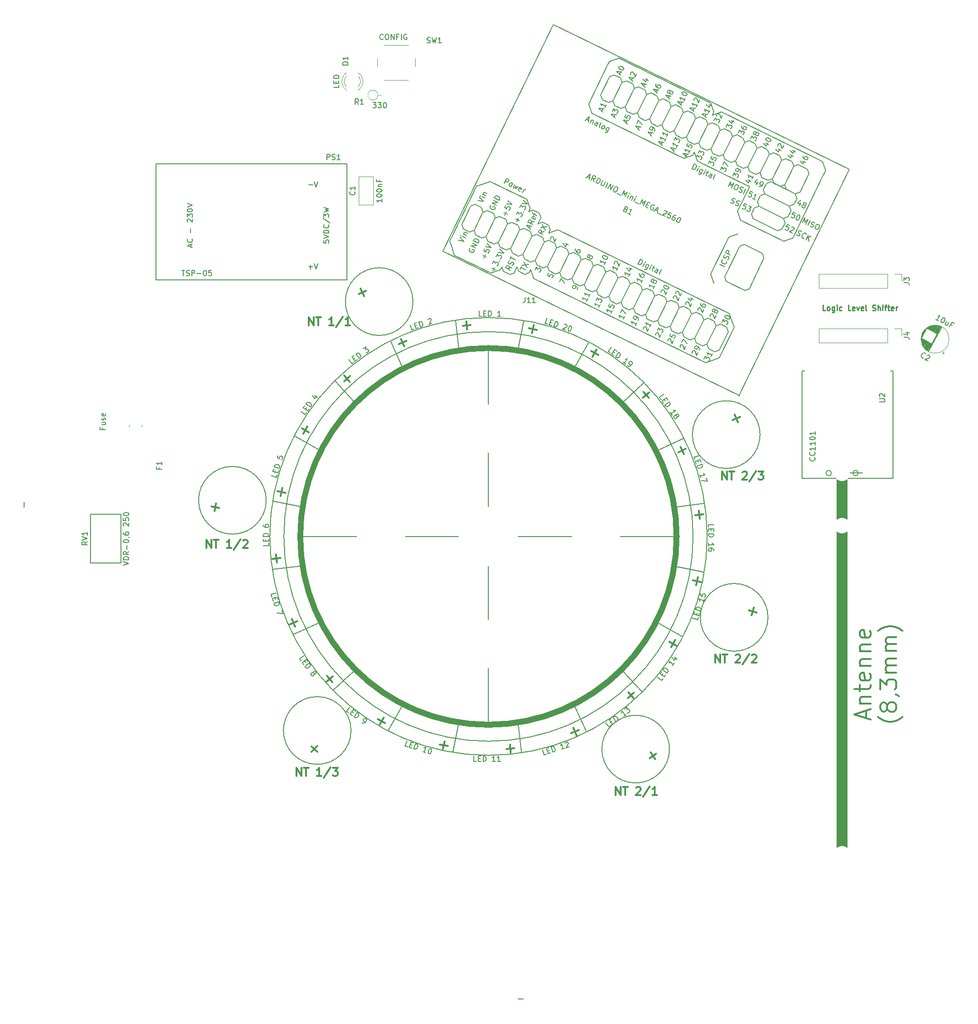
<source format=gbr>
G04 #@! TF.GenerationSoftware,KiCad,Pcbnew,(5.0.2)-1*
G04 #@! TF.CreationDate,2020-01-30T15:59:26+01:00*
G04 #@! TF.ProjectId,HB-OU-RGB-STACKFIRE,48422d4f-552d-4524-9742-2d535441434b,2.0.1*
G04 #@! TF.SameCoordinates,Original*
G04 #@! TF.FileFunction,Legend,Top*
G04 #@! TF.FilePolarity,Positive*
%FSLAX46Y46*%
G04 Gerber Fmt 4.6, Leading zero omitted, Abs format (unit mm)*
G04 Created by KiCad (PCBNEW (5.0.2)-1) date 30.01.2020 15:59:26*
%MOMM*%
%LPD*%
G01*
G04 APERTURE LIST*
%ADD10C,0.300000*%
%ADD11C,0.200000*%
%ADD12C,0.250000*%
%ADD13C,2.000000*%
%ADD14C,1.000000*%
%ADD15C,0.120000*%
%ADD16C,0.150000*%
%ADD17C,2.900000*%
%ADD18C,9.000000*%
%ADD19C,1.300000*%
%ADD20C,11.000000*%
%ADD21C,2.000000*%
%ADD22C,0.100000*%
%ADD23R,2.100000X2.100000*%
%ADD24O,2.100000X2.100000*%
%ADD25C,1.750000*%
%ADD26R,1.750000X2.200000*%
%ADD27R,2.200000X2.200000*%
%ADD28C,2.200000*%
%ADD29C,6.400000*%
%ADD30R,1.900000X3.400000*%
%ADD31O,1.900000X3.400000*%
%ADD32C,1.924000*%
%ADD33C,1.800000*%
%ADD34O,1.800000X1.800000*%
%ADD35C,2.400000*%
%ADD36C,3.000000*%
G04 APERTURE END LIST*
D10*
X138200285Y-208958571D02*
X138200285Y-207458571D01*
X139057428Y-208958571D01*
X139057428Y-207458571D01*
X139557428Y-207458571D02*
X140414571Y-207458571D01*
X139986000Y-208958571D02*
X139986000Y-207458571D01*
X142843142Y-208958571D02*
X141986000Y-208958571D01*
X142414571Y-208958571D02*
X142414571Y-207458571D01*
X142271714Y-207672857D01*
X142128857Y-207815714D01*
X141986000Y-207887142D01*
X144557428Y-207387142D02*
X143271714Y-209315714D01*
X144914571Y-207458571D02*
X145843142Y-207458571D01*
X145343142Y-208030000D01*
X145557428Y-208030000D01*
X145700285Y-208101428D01*
X145771714Y-208172857D01*
X145843142Y-208315714D01*
X145843142Y-208672857D01*
X145771714Y-208815714D01*
X145700285Y-208887142D01*
X145557428Y-208958571D01*
X145128857Y-208958571D01*
X144986000Y-208887142D01*
X144914571Y-208815714D01*
D11*
X148340000Y-200506000D02*
G75*
G03X148340000Y-200506000I-6300000J0D01*
G01*
D10*
X140950349Y-203419861D02*
X142064793Y-204459096D01*
X140987953Y-204496700D02*
X142027189Y-203382257D01*
X220393200Y-143139518D02*
X219797800Y-141736844D01*
X220796837Y-142140481D02*
X219394163Y-142735881D01*
D11*
X224500000Y-145456000D02*
G75*
G03X224500000Y-145456000I-6300000J0D01*
G01*
D10*
X217448285Y-153840571D02*
X217448285Y-152340571D01*
X218305428Y-153840571D01*
X218305428Y-152340571D01*
X218805428Y-152340571D02*
X219662571Y-152340571D01*
X219234000Y-153840571D02*
X219234000Y-152340571D01*
X221234000Y-152483428D02*
X221305428Y-152412000D01*
X221448285Y-152340571D01*
X221805428Y-152340571D01*
X221948285Y-152412000D01*
X222019714Y-152483428D01*
X222091142Y-152626285D01*
X222091142Y-152769142D01*
X222019714Y-152983428D01*
X221162571Y-153840571D01*
X222091142Y-153840571D01*
X223805428Y-152269142D02*
X222519714Y-154197714D01*
X224162571Y-152340571D02*
X225091142Y-152340571D01*
X224591142Y-152912000D01*
X224805428Y-152912000D01*
X224948285Y-152983428D01*
X225019714Y-153054857D01*
X225091142Y-153197714D01*
X225091142Y-153554857D01*
X225019714Y-153697714D01*
X224948285Y-153769142D01*
X224805428Y-153840571D01*
X224376857Y-153840571D01*
X224234000Y-153769142D01*
X224162571Y-153697714D01*
D12*
X236673238Y-122372380D02*
X236197047Y-122372380D01*
X236197047Y-121372380D01*
X237149428Y-122372380D02*
X237054190Y-122324761D01*
X237006571Y-122277142D01*
X236958952Y-122181904D01*
X236958952Y-121896190D01*
X237006571Y-121800952D01*
X237054190Y-121753333D01*
X237149428Y-121705714D01*
X237292285Y-121705714D01*
X237387523Y-121753333D01*
X237435142Y-121800952D01*
X237482761Y-121896190D01*
X237482761Y-122181904D01*
X237435142Y-122277142D01*
X237387523Y-122324761D01*
X237292285Y-122372380D01*
X237149428Y-122372380D01*
X238339904Y-121705714D02*
X238339904Y-122515238D01*
X238292285Y-122610476D01*
X238244666Y-122658095D01*
X238149428Y-122705714D01*
X238006571Y-122705714D01*
X237911333Y-122658095D01*
X238339904Y-122324761D02*
X238244666Y-122372380D01*
X238054190Y-122372380D01*
X237958952Y-122324761D01*
X237911333Y-122277142D01*
X237863714Y-122181904D01*
X237863714Y-121896190D01*
X237911333Y-121800952D01*
X237958952Y-121753333D01*
X238054190Y-121705714D01*
X238244666Y-121705714D01*
X238339904Y-121753333D01*
X238816095Y-122372380D02*
X238816095Y-121705714D01*
X238816095Y-121372380D02*
X238768476Y-121420000D01*
X238816095Y-121467619D01*
X238863714Y-121420000D01*
X238816095Y-121372380D01*
X238816095Y-121467619D01*
X239720857Y-122324761D02*
X239625619Y-122372380D01*
X239435142Y-122372380D01*
X239339904Y-122324761D01*
X239292285Y-122277142D01*
X239244666Y-122181904D01*
X239244666Y-121896190D01*
X239292285Y-121800952D01*
X239339904Y-121753333D01*
X239435142Y-121705714D01*
X239625619Y-121705714D01*
X239720857Y-121753333D01*
X241387523Y-122372380D02*
X240911333Y-122372380D01*
X240911333Y-121372380D01*
X242101809Y-122324761D02*
X242006571Y-122372380D01*
X241816095Y-122372380D01*
X241720857Y-122324761D01*
X241673238Y-122229523D01*
X241673238Y-121848571D01*
X241720857Y-121753333D01*
X241816095Y-121705714D01*
X242006571Y-121705714D01*
X242101809Y-121753333D01*
X242149428Y-121848571D01*
X242149428Y-121943809D01*
X241673238Y-122039047D01*
X242482761Y-121705714D02*
X242720857Y-122372380D01*
X242958952Y-121705714D01*
X243720857Y-122324761D02*
X243625619Y-122372380D01*
X243435142Y-122372380D01*
X243339904Y-122324761D01*
X243292285Y-122229523D01*
X243292285Y-121848571D01*
X243339904Y-121753333D01*
X243435142Y-121705714D01*
X243625619Y-121705714D01*
X243720857Y-121753333D01*
X243768476Y-121848571D01*
X243768476Y-121943809D01*
X243292285Y-122039047D01*
X244339904Y-122372380D02*
X244244666Y-122324761D01*
X244197047Y-122229523D01*
X244197047Y-121372380D01*
X245435142Y-122324761D02*
X245578000Y-122372380D01*
X245816095Y-122372380D01*
X245911333Y-122324761D01*
X245958952Y-122277142D01*
X246006571Y-122181904D01*
X246006571Y-122086666D01*
X245958952Y-121991428D01*
X245911333Y-121943809D01*
X245816095Y-121896190D01*
X245625619Y-121848571D01*
X245530380Y-121800952D01*
X245482761Y-121753333D01*
X245435142Y-121658095D01*
X245435142Y-121562857D01*
X245482761Y-121467619D01*
X245530380Y-121420000D01*
X245625619Y-121372380D01*
X245863714Y-121372380D01*
X246006571Y-121420000D01*
X246435142Y-122372380D02*
X246435142Y-121372380D01*
X246863714Y-122372380D02*
X246863714Y-121848571D01*
X246816095Y-121753333D01*
X246720857Y-121705714D01*
X246578000Y-121705714D01*
X246482761Y-121753333D01*
X246435142Y-121800952D01*
X247339904Y-122372380D02*
X247339904Y-121705714D01*
X247339904Y-121372380D02*
X247292285Y-121420000D01*
X247339904Y-121467619D01*
X247387523Y-121420000D01*
X247339904Y-121372380D01*
X247339904Y-121467619D01*
X247673238Y-121705714D02*
X248054190Y-121705714D01*
X247816095Y-122372380D02*
X247816095Y-121515238D01*
X247863714Y-121420000D01*
X247958952Y-121372380D01*
X248054190Y-121372380D01*
X248244666Y-121705714D02*
X248625619Y-121705714D01*
X248387523Y-121372380D02*
X248387523Y-122229523D01*
X248435142Y-122324761D01*
X248530380Y-122372380D01*
X248625619Y-122372380D01*
X249339904Y-122324761D02*
X249244666Y-122372380D01*
X249054190Y-122372380D01*
X248958952Y-122324761D01*
X248911333Y-122229523D01*
X248911333Y-121848571D01*
X248958952Y-121753333D01*
X249054190Y-121705714D01*
X249244666Y-121705714D01*
X249339904Y-121753333D01*
X249387523Y-121848571D01*
X249387523Y-121943809D01*
X248911333Y-122039047D01*
X249816095Y-122372380D02*
X249816095Y-121705714D01*
X249816095Y-121896190D02*
X249863714Y-121800952D01*
X249911333Y-121753333D01*
X250006571Y-121705714D01*
X250101809Y-121705714D01*
D10*
X151125146Y-118674532D02*
X149744105Y-119318522D01*
X150112631Y-118306007D02*
X150756620Y-119687047D01*
X123181616Y-158228863D02*
X122917009Y-159729522D01*
X122298983Y-158846889D02*
X123799642Y-159111496D01*
X203927823Y-205659032D02*
X205176055Y-204785011D01*
X204988950Y-205846137D02*
X204114928Y-204597905D01*
X222912423Y-179076759D02*
X223383306Y-177627530D01*
X223872479Y-178587586D02*
X222423250Y-178116703D01*
X216178285Y-187876571D02*
X216178285Y-186376571D01*
X217035428Y-187876571D01*
X217035428Y-186376571D01*
X217535428Y-186376571D02*
X218392571Y-186376571D01*
X217964000Y-187876571D02*
X217964000Y-186376571D01*
X219964000Y-186519428D02*
X220035428Y-186448000D01*
X220178285Y-186376571D01*
X220535428Y-186376571D01*
X220678285Y-186448000D01*
X220749714Y-186519428D01*
X220821142Y-186662285D01*
X220821142Y-186805142D01*
X220749714Y-187019428D01*
X219892571Y-187876571D01*
X220821142Y-187876571D01*
X222535428Y-186305142D02*
X221249714Y-188233714D01*
X222964000Y-186519428D02*
X223035428Y-186448000D01*
X223178285Y-186376571D01*
X223535428Y-186376571D01*
X223678285Y-186448000D01*
X223749714Y-186519428D01*
X223821142Y-186662285D01*
X223821142Y-186805142D01*
X223749714Y-187019428D01*
X222892571Y-187876571D01*
X223821142Y-187876571D01*
X197636285Y-212514571D02*
X197636285Y-211014571D01*
X198493428Y-212514571D01*
X198493428Y-211014571D01*
X198993428Y-211014571D02*
X199850571Y-211014571D01*
X199422000Y-212514571D02*
X199422000Y-211014571D01*
X201422000Y-211157428D02*
X201493428Y-211086000D01*
X201636285Y-211014571D01*
X201993428Y-211014571D01*
X202136285Y-211086000D01*
X202207714Y-211157428D01*
X202279142Y-211300285D01*
X202279142Y-211443142D01*
X202207714Y-211657428D01*
X201350571Y-212514571D01*
X202279142Y-212514571D01*
X203993428Y-210943142D02*
X202707714Y-212871714D01*
X205279142Y-212514571D02*
X204422000Y-212514571D01*
X204850571Y-212514571D02*
X204850571Y-211014571D01*
X204707714Y-211228857D01*
X204564857Y-211371714D01*
X204422000Y-211443142D01*
X121436285Y-166540571D02*
X121436285Y-165040571D01*
X122293428Y-166540571D01*
X122293428Y-165040571D01*
X122793428Y-165040571D02*
X123650571Y-165040571D01*
X123222000Y-166540571D02*
X123222000Y-165040571D01*
X126079142Y-166540571D02*
X125222000Y-166540571D01*
X125650571Y-166540571D02*
X125650571Y-165040571D01*
X125507714Y-165254857D01*
X125364857Y-165397714D01*
X125222000Y-165469142D01*
X127793428Y-164969142D02*
X126507714Y-166897714D01*
X128221999Y-165183428D02*
X128293428Y-165112000D01*
X128436285Y-165040571D01*
X128793428Y-165040571D01*
X128936285Y-165112000D01*
X129007714Y-165183428D01*
X129079142Y-165326285D01*
X129079142Y-165469142D01*
X129007714Y-165683428D01*
X128150571Y-166540571D01*
X129079142Y-166540571D01*
X140486285Y-125138571D02*
X140486285Y-123638571D01*
X141343428Y-125138571D01*
X141343428Y-123638571D01*
X141843428Y-123638571D02*
X142700571Y-123638571D01*
X142272000Y-125138571D02*
X142272000Y-123638571D01*
X145129142Y-125138571D02*
X144272000Y-125138571D01*
X144700571Y-125138571D02*
X144700571Y-123638571D01*
X144557714Y-123852857D01*
X144414857Y-123995714D01*
X144272000Y-124067142D01*
X146843428Y-123567142D02*
X145557714Y-125495714D01*
X148129142Y-125138571D02*
X147272000Y-125138571D01*
X147700571Y-125138571D02*
X147700571Y-123638571D01*
X147557714Y-123852857D01*
X147414857Y-123995714D01*
X147272000Y-124067142D01*
X244226000Y-198206285D02*
X244226000Y-196777714D01*
X245083142Y-198492000D02*
X242083142Y-197492000D01*
X245083142Y-196492000D01*
X243083142Y-195492000D02*
X245083142Y-195492000D01*
X243368857Y-195492000D02*
X243226000Y-195349142D01*
X243083142Y-195063428D01*
X243083142Y-194634857D01*
X243226000Y-194349142D01*
X243511714Y-194206285D01*
X245083142Y-194206285D01*
X243083142Y-193206285D02*
X243083142Y-192063428D01*
X242083142Y-192777714D02*
X244654571Y-192777714D01*
X244940285Y-192634857D01*
X245083142Y-192349142D01*
X245083142Y-192063428D01*
X244940285Y-189920571D02*
X245083142Y-190206285D01*
X245083142Y-190777714D01*
X244940285Y-191063428D01*
X244654571Y-191206285D01*
X243511714Y-191206285D01*
X243226000Y-191063428D01*
X243083142Y-190777714D01*
X243083142Y-190206285D01*
X243226000Y-189920571D01*
X243511714Y-189777714D01*
X243797428Y-189777714D01*
X244083142Y-191206285D01*
X243083142Y-188492000D02*
X245083142Y-188492000D01*
X243368857Y-188492000D02*
X243226000Y-188349142D01*
X243083142Y-188063428D01*
X243083142Y-187634857D01*
X243226000Y-187349142D01*
X243511714Y-187206285D01*
X245083142Y-187206285D01*
X243083142Y-185777714D02*
X245083142Y-185777714D01*
X243368857Y-185777714D02*
X243226000Y-185634857D01*
X243083142Y-185349142D01*
X243083142Y-184920571D01*
X243226000Y-184634857D01*
X243511714Y-184492000D01*
X245083142Y-184492000D01*
X244940285Y-181920571D02*
X245083142Y-182206285D01*
X245083142Y-182777714D01*
X244940285Y-183063428D01*
X244654571Y-183206285D01*
X243511714Y-183206285D01*
X243226000Y-183063428D01*
X243083142Y-182777714D01*
X243083142Y-182206285D01*
X243226000Y-181920571D01*
X243511714Y-181777714D01*
X243797428Y-181777714D01*
X244083142Y-183206285D01*
X251026000Y-197992000D02*
X250883142Y-198134857D01*
X250454571Y-198420571D01*
X250168857Y-198563428D01*
X249740285Y-198706285D01*
X249026000Y-198849142D01*
X248454571Y-198849142D01*
X247740285Y-198706285D01*
X247311714Y-198563428D01*
X247026000Y-198420571D01*
X246597428Y-198134857D01*
X246454571Y-197992000D01*
X248168857Y-196420571D02*
X248026000Y-196706285D01*
X247883142Y-196849142D01*
X247597428Y-196992000D01*
X247454571Y-196992000D01*
X247168857Y-196849142D01*
X247026000Y-196706285D01*
X246883142Y-196420571D01*
X246883142Y-195849142D01*
X247026000Y-195563428D01*
X247168857Y-195420571D01*
X247454571Y-195277714D01*
X247597428Y-195277714D01*
X247883142Y-195420571D01*
X248026000Y-195563428D01*
X248168857Y-195849142D01*
X248168857Y-196420571D01*
X248311714Y-196706285D01*
X248454571Y-196849142D01*
X248740285Y-196992000D01*
X249311714Y-196992000D01*
X249597428Y-196849142D01*
X249740285Y-196706285D01*
X249883142Y-196420571D01*
X249883142Y-195849142D01*
X249740285Y-195563428D01*
X249597428Y-195420571D01*
X249311714Y-195277714D01*
X248740285Y-195277714D01*
X248454571Y-195420571D01*
X248311714Y-195563428D01*
X248168857Y-195849142D01*
X249740285Y-193849142D02*
X249883142Y-193849142D01*
X250168857Y-193992000D01*
X250311714Y-194134857D01*
X246883142Y-192849142D02*
X246883142Y-190992000D01*
X248026000Y-191992000D01*
X248026000Y-191563428D01*
X248168857Y-191277714D01*
X248311714Y-191134857D01*
X248597428Y-190992000D01*
X249311714Y-190992000D01*
X249597428Y-191134857D01*
X249740285Y-191277714D01*
X249883142Y-191563428D01*
X249883142Y-192420571D01*
X249740285Y-192706285D01*
X249597428Y-192849142D01*
X249883142Y-189706285D02*
X247883142Y-189706285D01*
X248168857Y-189706285D02*
X248026000Y-189563428D01*
X247883142Y-189277714D01*
X247883142Y-188849142D01*
X248026000Y-188563428D01*
X248311714Y-188420571D01*
X249883142Y-188420571D01*
X248311714Y-188420571D02*
X248026000Y-188277714D01*
X247883142Y-187992000D01*
X247883142Y-187563428D01*
X248026000Y-187277714D01*
X248311714Y-187134857D01*
X249883142Y-187134857D01*
X249883142Y-185706285D02*
X247883142Y-185706285D01*
X248168857Y-185706285D02*
X248026000Y-185563428D01*
X247883142Y-185277714D01*
X247883142Y-184849142D01*
X248026000Y-184563428D01*
X248311714Y-184420571D01*
X249883142Y-184420571D01*
X248311714Y-184420571D02*
X248026000Y-184277714D01*
X247883142Y-183992000D01*
X247883142Y-183563428D01*
X248026000Y-183277714D01*
X248311714Y-183134857D01*
X249883142Y-183134857D01*
X251026000Y-181992000D02*
X250883142Y-181849142D01*
X250454571Y-181563428D01*
X250168857Y-181420571D01*
X249740285Y-181277714D01*
X249026000Y-181134857D01*
X248454571Y-181134857D01*
X247740285Y-181277714D01*
X247311714Y-181420571D01*
X247026000Y-181563428D01*
X246597428Y-181849142D01*
X246454571Y-181992000D01*
D13*
X239776000Y-152654000D02*
X239776000Y-223266000D01*
D11*
X239776000Y-152577800D02*
X243586000Y-152577800D01*
X159870000Y-120716000D02*
G75*
G03X159870000Y-120716000I-6300000J0D01*
G01*
X132540000Y-157676000D02*
G75*
G03X132540000Y-157676000I-6300000J0D01*
G01*
X207640000Y-203966000D02*
G75*
G03X207640000Y-203966000I-6300000J0D01*
G01*
X225970000Y-179456000D02*
G75*
G03X225970000Y-179456000I-6300000J0D01*
G01*
X169951400Y-250469400D02*
X180454300Y-250469400D01*
X87401400Y-168910000D02*
X87414100Y-157975300D01*
D14*
X208913800Y-164388800D02*
G75*
G03X208913800Y-164388800I-35000000J0D01*
G01*
D15*
G04 #@! TO.C,C2*
X259704724Y-127701988D02*
G75*
G03X259704724Y-127701988I-2619999J0D01*
G01*
X255833917Y-129958507D02*
X258335534Y-125445469D01*
X255798932Y-129939114D02*
X258300549Y-125426077D01*
X255764432Y-129918847D02*
X258265080Y-125407559D01*
X255729932Y-129898580D02*
X258229610Y-125389041D01*
X255695917Y-129877439D02*
X258193656Y-125371398D01*
X255662386Y-129855423D02*
X258157217Y-125354630D01*
X255629341Y-129832532D02*
X256370615Y-128495238D01*
X257379019Y-126676029D02*
X258120293Y-125338736D01*
X255596295Y-129809641D02*
X256335630Y-128475846D01*
X257344034Y-126656637D02*
X258083369Y-125322842D01*
X255563250Y-129786750D02*
X256300645Y-128456453D01*
X257309049Y-126637244D02*
X258046444Y-125306948D01*
X255530689Y-129762984D02*
X256265660Y-128437061D01*
X257274064Y-126617852D02*
X258009037Y-125291929D01*
X255498613Y-129738344D02*
X256230675Y-128417669D01*
X257239079Y-126598461D02*
X257971142Y-125277784D01*
X255467022Y-129712830D02*
X256195691Y-128398276D01*
X257204095Y-126579067D02*
X257932764Y-125264514D01*
X255435431Y-129687315D02*
X256160706Y-128378884D01*
X257169110Y-126559675D02*
X257894385Y-125251244D01*
X255404324Y-129660926D02*
X256125721Y-128359491D01*
X257134125Y-126540282D02*
X257855522Y-125238848D01*
X255373218Y-129634536D02*
X256090736Y-128340099D01*
X257099140Y-126520890D02*
X257816659Y-125226453D01*
X255342597Y-129607272D02*
X256055752Y-128320707D01*
X257064156Y-126501498D02*
X257777310Y-125214932D01*
X255312460Y-129579134D02*
X256020767Y-128301314D01*
X257029171Y-126482105D02*
X257737478Y-125204286D01*
X255282323Y-129550995D02*
X255985782Y-128281922D01*
X256994186Y-126462713D02*
X257697645Y-125193640D01*
X255251797Y-129521497D02*
X255949923Y-128262045D01*
X256958327Y-126442836D02*
X257656452Y-125183383D01*
X255222630Y-129491609D02*
X255914938Y-128242652D01*
X256923342Y-126423443D02*
X257615650Y-125174486D01*
X255193947Y-129460847D02*
X255879953Y-128223260D01*
X256888357Y-126404051D02*
X257574363Y-125166464D01*
X255165265Y-129430084D02*
X255844968Y-128203868D01*
X256853372Y-126384659D02*
X257533075Y-125158442D01*
X255137068Y-129398447D02*
X255809983Y-128184475D01*
X256818387Y-126365266D02*
X257491303Y-125151294D01*
X255108870Y-129366810D02*
X255774999Y-128165083D01*
X256783403Y-126345874D02*
X257449531Y-125144146D01*
X255081642Y-129333424D02*
X255740014Y-128145690D01*
X256748418Y-126326481D02*
X257406789Y-125138748D01*
X255054415Y-129300038D02*
X255705029Y-128126298D01*
X256713433Y-126307089D02*
X257364048Y-125133349D01*
X255027671Y-129265777D02*
X255670044Y-128106906D01*
X256678448Y-126287697D02*
X257320821Y-125128826D01*
X255000928Y-129231516D02*
X255635059Y-128087513D01*
X256643463Y-126268304D02*
X257277594Y-125124302D01*
X254975155Y-129195506D02*
X255600075Y-128068121D01*
X256608479Y-126248912D02*
X257233398Y-125121527D01*
X254949383Y-129159496D02*
X255565090Y-128048729D01*
X256573494Y-126229520D02*
X257189202Y-125118752D01*
X254924093Y-129122611D02*
X255530105Y-128029336D01*
X256538509Y-126210127D02*
X257144521Y-125116852D01*
X254899774Y-129083977D02*
X255495120Y-128009944D01*
X256503524Y-126190735D02*
X257098871Y-125116702D01*
X254874970Y-129046217D02*
X255460136Y-127990550D01*
X256468540Y-126171341D02*
X257053705Y-125115676D01*
X254851136Y-129006709D02*
X255425151Y-127971159D01*
X256433555Y-126151950D02*
X257007569Y-125116400D01*
X254827787Y-128966325D02*
X255390166Y-127951767D01*
X256398570Y-126132558D02*
X256960949Y-125117999D01*
X254804922Y-128925068D02*
X255355181Y-127932374D01*
X256363585Y-126113165D02*
X256913844Y-125120472D01*
X254782542Y-128882935D02*
X255320196Y-127912982D01*
X256328600Y-126093773D02*
X256866254Y-125123820D01*
X254760648Y-128839928D02*
X255285212Y-127893589D01*
X256293616Y-126074380D02*
X256818180Y-125128042D01*
X254738753Y-128796921D02*
X255250227Y-127874197D01*
X256258631Y-126054988D02*
X256770105Y-125132264D01*
X254718312Y-128751290D02*
X255215242Y-127854805D01*
X256223646Y-126035596D02*
X256720576Y-125139110D01*
X254697872Y-128705659D02*
X255180257Y-127835412D01*
X256188661Y-126016203D02*
X256671047Y-125145957D01*
X254677916Y-128659153D02*
X255145272Y-127816020D01*
X256153676Y-125996811D02*
X256621033Y-125153677D01*
X254658930Y-128610898D02*
X255110288Y-127796627D01*
X256118693Y-125977419D02*
X256570049Y-125163148D01*
X254640429Y-128561769D02*
X255075303Y-127777235D01*
X256083707Y-125958026D02*
X256518581Y-125173492D01*
X254622897Y-128510890D02*
X255040318Y-127757843D01*
X256048722Y-125938634D02*
X256466143Y-125185586D01*
X254605850Y-128459137D02*
X255005333Y-127738450D01*
X256013737Y-125919241D02*
X256413220Y-125198555D01*
X254589288Y-128406509D02*
X254970348Y-127719058D01*
X255978752Y-125899849D02*
X256359813Y-125212398D01*
X254574181Y-128351257D02*
X254935364Y-127699666D01*
X255943768Y-125880457D02*
X256304951Y-125228865D01*
X254559558Y-128295131D02*
X254900379Y-127680273D01*
X255908783Y-125861064D02*
X256249604Y-125246207D01*
X254545905Y-128237255D02*
X254865394Y-127660881D01*
X255873798Y-125841672D02*
X256193288Y-125265297D01*
X254533221Y-128177630D02*
X254830409Y-127641488D01*
X255838812Y-125822279D02*
X256136003Y-125286138D01*
X254521507Y-128116256D02*
X254795425Y-127622096D01*
X255803829Y-125802887D02*
X256077746Y-125308727D01*
X254511248Y-128052258D02*
X254760440Y-127602704D01*
X255768844Y-125783495D02*
X256018036Y-125333940D01*
X254502443Y-127985635D02*
X254725455Y-127583311D01*
X255733859Y-125764102D02*
X255956871Y-125361777D01*
X254495092Y-127916391D02*
X254690470Y-127563919D01*
X255698874Y-125744710D02*
X255894252Y-125392238D01*
X254489196Y-127844521D02*
X254655485Y-127544526D01*
X255663889Y-125725318D02*
X255830179Y-125425323D01*
X254485239Y-127769153D02*
X254620501Y-127525134D01*
X255628905Y-125705925D02*
X255764166Y-125461906D01*
X254483221Y-127690286D02*
X254585516Y-127505742D01*
X255593920Y-125686533D02*
X255696215Y-125501988D01*
X254483627Y-127607047D02*
X255625839Y-125546443D01*
X254487427Y-127517685D02*
X255552069Y-125597020D01*
X254494621Y-127422201D02*
X255474906Y-125653720D01*
X254506178Y-127318845D02*
X255393379Y-125718292D01*
X254524522Y-127203244D02*
X255305066Y-125795106D01*
X254551593Y-127071900D02*
X255208025Y-125887665D01*
X254593693Y-126913444D02*
X255095957Y-126007338D01*
X254672154Y-126689390D02*
X254947525Y-126192606D01*
X258822743Y-130351834D02*
X258385433Y-130109429D01*
X258482884Y-130449286D02*
X258725290Y-130011977D01*
G04 #@! TO.C,J3*
X235461000Y-115561000D02*
X235461000Y-118221000D01*
X248221000Y-115561000D02*
X235461000Y-115561000D01*
X248221000Y-118221000D02*
X235461000Y-118221000D01*
X248221000Y-115561000D02*
X248221000Y-118221000D01*
X249491000Y-115561000D02*
X250821000Y-115561000D01*
X250821000Y-115561000D02*
X250821000Y-116891000D01*
G04 #@! TO.C,J4*
X250821000Y-125721000D02*
X250821000Y-127051000D01*
X249491000Y-125721000D02*
X250821000Y-125721000D01*
X248221000Y-125721000D02*
X248221000Y-128381000D01*
X248221000Y-128381000D02*
X235461000Y-128381000D01*
X248221000Y-125721000D02*
X235461000Y-125721000D01*
X235461000Y-125721000D02*
X235461000Y-128381000D01*
D16*
G04 #@! TO.C,U2*
X232288000Y-133618000D02*
X232788000Y-133618000D01*
X249288001Y-133618000D02*
X248788000Y-133618000D01*
X237788000Y-152618001D02*
G75*
G03X237788000Y-152618001I-500000J0D01*
G01*
X242788000Y-152618000D02*
G75*
G03X242788000Y-152618000I-500000J0D01*
G01*
X240288000Y-152618000D02*
G75*
G03X240288000Y-152618000I-499999J0D01*
G01*
X249288001Y-133618000D02*
X249288000Y-153618000D01*
X249288000Y-153618000D02*
X232288000Y-153618000D01*
X232288000Y-153618000D02*
X232288000Y-133618000D01*
D15*
G04 #@! TO.C,C1*
X149760000Y-102716000D02*
X149760000Y-97476000D01*
X152500000Y-102716000D02*
X152500000Y-97476000D01*
X149760000Y-102716000D02*
X152500000Y-102716000D01*
X149760000Y-97476000D02*
X152500000Y-97476000D01*
G04 #@! TO.C,D1*
X149668608Y-81428335D02*
G75*
G03X149825516Y-78196000I-1078608J1672335D01*
G01*
X147511392Y-81428335D02*
G75*
G02X147354484Y-78196000I1078608J1672335D01*
G01*
X149669837Y-80797130D02*
G75*
G03X149670000Y-78715039I-1079837J1041130D01*
G01*
X147510163Y-80797130D02*
G75*
G02X147510000Y-78715039I1079837J1041130D01*
G01*
X149826000Y-78196000D02*
X149670000Y-78196000D01*
X147510000Y-78196000D02*
X147354000Y-78196000D01*
G04 #@! TO.C,F1*
X109370000Y-143716000D02*
X109370000Y-144041558D01*
X106970000Y-143690442D02*
X106970000Y-144016000D01*
D16*
G04 #@! TO.C,PS1*
X112014000Y-116713000D02*
X147574000Y-116713000D01*
X112014000Y-95123000D02*
X147574000Y-95123000D01*
X147574000Y-116713000D02*
X147574000Y-95123000D01*
X112014000Y-116713000D02*
X112014000Y-95123000D01*
D15*
G04 #@! TO.C,R1*
X153320000Y-82296000D02*
G75*
G03X153320000Y-82296000I-920000J0D01*
G01*
X153320000Y-82296000D02*
X153940000Y-82296000D01*
D16*
G04 #@! TO.C,RV1*
X99790000Y-160306000D02*
X99790000Y-169306000D01*
X105490000Y-160306000D02*
X105490000Y-169306000D01*
X105490000Y-169306000D02*
X99790000Y-169306000D01*
X105490000Y-160306000D02*
X99790000Y-160306000D01*
D15*
G04 #@! TO.C,SW1*
X159020000Y-72986000D02*
X154520000Y-72986000D01*
X160270000Y-76986000D02*
X160270000Y-75486000D01*
X154520000Y-79486000D02*
X159020000Y-79486000D01*
X153270000Y-75486000D02*
X153270000Y-76986000D01*
D16*
G04 #@! TO.C,B1*
X224295546Y-102987217D02*
X228861419Y-105214143D01*
X228861419Y-105214143D02*
X229153788Y-106063242D01*
X229153788Y-106063242D02*
X228597057Y-107204711D01*
X228597057Y-107204711D02*
X227747957Y-107497079D01*
X227747957Y-107497079D02*
X223182083Y-105270154D01*
X223182083Y-105270154D02*
X222889714Y-104421054D01*
X222889714Y-104421054D02*
X223446446Y-103279586D01*
X223446446Y-103279586D02*
X224295546Y-102987217D01*
X224295546Y-102987217D02*
X224003177Y-102138117D01*
X224003177Y-102138117D02*
X224559908Y-100996649D01*
X224559908Y-100996649D02*
X225409008Y-100704280D01*
X225409008Y-100704280D02*
X229974882Y-102931206D01*
X229974882Y-102931206D02*
X230267251Y-103780306D01*
X230267251Y-103780306D02*
X229710519Y-104921774D01*
X229710519Y-104921774D02*
X228861419Y-105214143D01*
X229974882Y-102931206D02*
X230823982Y-102638837D01*
X230823982Y-102638837D02*
X231380713Y-101497369D01*
X231380713Y-101497369D02*
X231088345Y-100648269D01*
X231088345Y-100648269D02*
X231937445Y-100355900D01*
X231937445Y-100355900D02*
X232494176Y-99214432D01*
X225409008Y-100704280D02*
X225116640Y-99855180D01*
X225116640Y-99855180D02*
X225673371Y-98713712D01*
X225673371Y-98713712D02*
X226522471Y-98421343D01*
X226522471Y-98421343D02*
X231088345Y-100648269D01*
X220676792Y-110406762D02*
X221525892Y-110114393D01*
X221525892Y-110114393D02*
X224950297Y-111784587D01*
X224950297Y-111784587D02*
X225242666Y-112633686D01*
X225242666Y-112633686D02*
X222459009Y-118341030D01*
X222459009Y-118341030D02*
X221609909Y-118633398D01*
X221609909Y-118633398D02*
X218185504Y-116963204D01*
X218185504Y-116963204D02*
X217893135Y-116114104D01*
X217893135Y-116114104D02*
X220676792Y-110406762D01*
X229376142Y-99813172D02*
X229083774Y-98964072D01*
X229083774Y-98964072D02*
X230753968Y-95539667D01*
X230753968Y-95539667D02*
X231603068Y-95247298D01*
X231603068Y-95247298D02*
X233315270Y-96082395D01*
X233315270Y-96082395D02*
X233607639Y-96931495D01*
X233607639Y-96931495D02*
X232494176Y-99214432D01*
X229083774Y-98964072D02*
X228234674Y-99256440D01*
X228234674Y-99256440D02*
X227093205Y-98699709D01*
X227093205Y-98699709D02*
X226800837Y-97850609D01*
X226800837Y-97850609D02*
X225951737Y-98142978D01*
X225951737Y-98142978D02*
X224810268Y-97586246D01*
X224810268Y-97586246D02*
X224517900Y-96737146D01*
X224517900Y-96737146D02*
X223668800Y-97029515D01*
X223668800Y-97029515D02*
X222527332Y-96472784D01*
X222527332Y-96472784D02*
X222234963Y-95623684D01*
X222234963Y-95623684D02*
X221385863Y-95916052D01*
X221385863Y-95916052D02*
X220244395Y-95359321D01*
X220244395Y-95359321D02*
X219952026Y-94510221D01*
X219952026Y-94510221D02*
X219102926Y-94802590D01*
X219102926Y-94802590D02*
X217961458Y-94245858D01*
X217961458Y-94245858D02*
X217669089Y-93396758D01*
X217669089Y-93396758D02*
X216819989Y-93689127D01*
X216819989Y-93689127D02*
X215678521Y-93132395D01*
X215678521Y-93132395D02*
X215386152Y-92283296D01*
X215386152Y-92283296D02*
X214537052Y-92575664D01*
X214537052Y-92575664D02*
X213395584Y-92018933D01*
X213395584Y-92018933D02*
X213103216Y-91169833D01*
X213103216Y-91169833D02*
X212254116Y-91462201D01*
X212254116Y-91462201D02*
X211112647Y-90905470D01*
X211112647Y-90905470D02*
X210820279Y-90056370D01*
X210820279Y-90056370D02*
X209971179Y-90348739D01*
X209971179Y-90348739D02*
X208829710Y-89792007D01*
X208829710Y-89792007D02*
X208537342Y-88942907D01*
X208537342Y-88942907D02*
X207688242Y-89235276D01*
X207688242Y-89235276D02*
X206546773Y-88678546D01*
X206546773Y-88678546D02*
X206254405Y-87829445D01*
X206254405Y-87829445D02*
X205405305Y-88121813D01*
X205405305Y-88121813D02*
X204263837Y-87565082D01*
X204263837Y-87565082D02*
X203971468Y-86715982D01*
X203971468Y-86715982D02*
X203122368Y-87008351D01*
X203122368Y-87008351D02*
X201980900Y-86451619D01*
X201980900Y-86451619D02*
X201688531Y-85602519D01*
X201688531Y-85602519D02*
X200839431Y-85894888D01*
X200839431Y-85894888D02*
X199697963Y-85338156D01*
X199697963Y-85338156D02*
X199405594Y-84489057D01*
X199405594Y-84489057D02*
X198556494Y-84781425D01*
X198556494Y-84781425D02*
X197415026Y-84224694D01*
X197415026Y-84224694D02*
X197122657Y-83375594D01*
X197122657Y-83375594D02*
X196273557Y-83667962D01*
X196273557Y-83667962D02*
X195132089Y-83111231D01*
X195132089Y-83111231D02*
X194839720Y-82262131D01*
X194839720Y-82262131D02*
X196509915Y-78837726D01*
X196509915Y-78837726D02*
X197359014Y-78545357D01*
X197359014Y-78545357D02*
X198500483Y-79102089D01*
X198500483Y-79102089D02*
X198792851Y-79951189D01*
X198792851Y-79951189D02*
X199641951Y-79658820D01*
X199641951Y-79658820D02*
X200783420Y-80215551D01*
X200783420Y-80215551D02*
X201075788Y-81064651D01*
X201075788Y-81064651D02*
X201924888Y-80772283D01*
X201924888Y-80772283D02*
X203066357Y-81329014D01*
X203066357Y-81329014D02*
X203358725Y-82178114D01*
X203358725Y-82178114D02*
X204207825Y-81885745D01*
X204207825Y-81885745D02*
X205349294Y-82442477D01*
X205349294Y-82442477D02*
X205641662Y-83291577D01*
X205641662Y-83291577D02*
X206490762Y-82999208D01*
X206490762Y-82999208D02*
X207632230Y-83555940D01*
X207632230Y-83555940D02*
X207924599Y-84405039D01*
X207924599Y-84405039D02*
X208773699Y-84112671D01*
X208773699Y-84112671D02*
X209915167Y-84669402D01*
X209915167Y-84669402D02*
X210207536Y-85518502D01*
X210207536Y-85518502D02*
X211056636Y-85226134D01*
X211056636Y-85226134D02*
X212198104Y-85782865D01*
X212198104Y-85782865D02*
X212490473Y-86631965D01*
X212490473Y-86631965D02*
X213339573Y-86339596D01*
X213339573Y-86339596D02*
X214481041Y-86896328D01*
X214481041Y-86896328D02*
X214773410Y-87745428D01*
X214773410Y-87745428D02*
X215622509Y-87453059D01*
X215622509Y-87453059D02*
X216763978Y-88009790D01*
X216763978Y-88009790D02*
X217056346Y-88858890D01*
X217056346Y-88858890D02*
X217905446Y-88566522D01*
X217905446Y-88566522D02*
X219046915Y-89123253D01*
X219046915Y-89123253D02*
X219339283Y-89972353D01*
X219339283Y-89972353D02*
X220188383Y-89679984D01*
X220188383Y-89679984D02*
X221329852Y-90236716D01*
X221329852Y-90236716D02*
X221622220Y-91085816D01*
X221622220Y-91085816D02*
X222471320Y-90793447D01*
X222471320Y-90793447D02*
X223612789Y-91350178D01*
X223612789Y-91350178D02*
X223905157Y-92199278D01*
X223905157Y-92199278D02*
X224754257Y-91906910D01*
X224754257Y-91906910D02*
X225895725Y-92463641D01*
X225895725Y-92463641D02*
X226188094Y-93312741D01*
X226188094Y-93312741D02*
X227037194Y-93020373D01*
X227037194Y-93020373D02*
X228178662Y-93577104D01*
X228178662Y-93577104D02*
X228471031Y-94426204D01*
X228471031Y-94426204D02*
X229320131Y-94133835D01*
X229320131Y-94133835D02*
X230461599Y-94690567D01*
X230461599Y-94690567D02*
X230753968Y-95539667D01*
X228471031Y-94426204D02*
X226800837Y-97850609D01*
X224517900Y-96737146D02*
X226188094Y-93312741D01*
X223905157Y-92199278D02*
X222234963Y-95623684D01*
X219952026Y-94510221D02*
X221622220Y-91085816D01*
X219339283Y-89972353D02*
X217669089Y-93396758D01*
X215386152Y-92283296D02*
X217056346Y-88858890D01*
X214773410Y-87745428D02*
X213103216Y-91169833D01*
X210820279Y-90056370D02*
X212490473Y-86631965D01*
X210207536Y-85518502D02*
X208537342Y-88942907D01*
X206254405Y-87829445D02*
X207924599Y-84405039D01*
X205641662Y-83291577D02*
X203971468Y-86715982D01*
X201688531Y-85602519D02*
X203358725Y-82178114D01*
X201075788Y-81064651D02*
X199405594Y-84489057D01*
X197122657Y-83375594D02*
X198792851Y-79951189D01*
X170620215Y-102948592D02*
X171469315Y-102656223D01*
X171469315Y-102656223D02*
X172610783Y-103212954D01*
X172610783Y-103212954D02*
X172903152Y-104062054D01*
X172903152Y-104062054D02*
X173752252Y-103769686D01*
X173752252Y-103769686D02*
X174893720Y-104326417D01*
X174893720Y-104326417D02*
X175186089Y-105175517D01*
X175186089Y-105175517D02*
X176035189Y-104883149D01*
X176035189Y-104883149D02*
X177176657Y-105439880D01*
X177176657Y-105439880D02*
X177469026Y-106288980D01*
X177469026Y-106288980D02*
X178318125Y-105996611D01*
X178318125Y-105996611D02*
X179459594Y-106553343D01*
X179459594Y-106553343D02*
X179751962Y-107402443D01*
X179751962Y-107402443D02*
X180601062Y-107110074D01*
X180601062Y-107110074D02*
X181742531Y-107666805D01*
X181742531Y-107666805D02*
X182034899Y-108515905D01*
X182034899Y-108515905D02*
X182883999Y-108223537D01*
X182883999Y-108223537D02*
X184025468Y-108780268D01*
X184025468Y-108780268D02*
X184317836Y-109629368D01*
X184317836Y-109629368D02*
X185166936Y-109336999D01*
X185166936Y-109336999D02*
X186308405Y-109893731D01*
X186308405Y-109893731D02*
X186600773Y-110742831D01*
X186600773Y-110742831D02*
X187449873Y-110450462D01*
X187449873Y-110450462D02*
X188591340Y-111007193D01*
X188591340Y-111007193D02*
X188883710Y-111856293D01*
X188883710Y-111856293D02*
X189732810Y-111563925D01*
X189732810Y-111563925D02*
X190874278Y-112120656D01*
X190874278Y-112120656D02*
X191166647Y-112969756D01*
X191166647Y-112969756D02*
X192015747Y-112677388D01*
X192015747Y-112677388D02*
X193157215Y-113234119D01*
X193157215Y-113234119D02*
X193449584Y-114083219D01*
X193449584Y-114083219D02*
X194298684Y-113790850D01*
X194298684Y-113790850D02*
X195440152Y-114347582D01*
X195440152Y-114347582D02*
X195732521Y-115196682D01*
X195732521Y-115196682D02*
X196581620Y-114904313D01*
X196581620Y-114904313D02*
X197723089Y-115461044D01*
X197723089Y-115461044D02*
X198015457Y-116310144D01*
X198015457Y-116310144D02*
X198864557Y-116017776D01*
X198864557Y-116017776D02*
X200006026Y-116574507D01*
X200006026Y-116574507D02*
X200298394Y-117423607D01*
X200298394Y-117423607D02*
X201147494Y-117131238D01*
X201147494Y-117131238D02*
X202288963Y-117687970D01*
X202288963Y-117687970D02*
X202581331Y-118537070D01*
X202581331Y-118537070D02*
X203430431Y-118244701D01*
X203430431Y-118244701D02*
X204571900Y-118801432D01*
X204571900Y-118801432D02*
X204864268Y-119650532D01*
X204864268Y-119650532D02*
X205713368Y-119358164D01*
X205713368Y-119358164D02*
X206854836Y-119914895D01*
X206854836Y-119914895D02*
X207147205Y-120763995D01*
X207147205Y-120763995D02*
X207996305Y-120471627D01*
X207996305Y-120471627D02*
X209137773Y-121028358D01*
X209137773Y-121028358D02*
X209430142Y-121877458D01*
X209430142Y-121877458D02*
X210279242Y-121585089D01*
X210279242Y-121585089D02*
X211420710Y-122141821D01*
X211420710Y-122141821D02*
X211713079Y-122990921D01*
X211713079Y-122990921D02*
X212562179Y-122698552D01*
X212562179Y-122698552D02*
X213703647Y-123255283D01*
X213703647Y-123255283D02*
X213996016Y-124104383D01*
X213996016Y-124104383D02*
X214845115Y-123812015D01*
X214845115Y-123812015D02*
X215986584Y-124368746D01*
X215986584Y-124368746D02*
X216278952Y-125217846D01*
X216278952Y-125217846D02*
X217128052Y-124925477D01*
X217128052Y-124925477D02*
X218269521Y-125482209D01*
X218269521Y-125482209D02*
X218561889Y-126331309D01*
X218561889Y-126331309D02*
X217170061Y-129184980D01*
X217170061Y-129184980D02*
X216891695Y-129755714D01*
X216891695Y-129755714D02*
X216042595Y-130048083D01*
X216042595Y-130048083D02*
X214901127Y-129491351D01*
X214901127Y-129491351D02*
X214608758Y-128642251D01*
X214608758Y-128642251D02*
X213759658Y-128934620D01*
X213759658Y-128934620D02*
X212618190Y-128377888D01*
X212618190Y-128377888D02*
X212325822Y-127528789D01*
X212325822Y-127528789D02*
X211476722Y-127821157D01*
X211476722Y-127821157D02*
X210335253Y-127264426D01*
X210335253Y-127264426D02*
X210042885Y-126415326D01*
X210042885Y-126415326D02*
X209193785Y-126707694D01*
X209193785Y-126707694D02*
X208052316Y-126150963D01*
X208052316Y-126150963D02*
X207759948Y-125301863D01*
X207759948Y-125301863D02*
X206910848Y-125594232D01*
X206910848Y-125594232D02*
X205769379Y-125037500D01*
X205769379Y-125037500D02*
X205477011Y-124188400D01*
X205477011Y-124188400D02*
X204627911Y-124480769D01*
X204627911Y-124480769D02*
X203486443Y-123924038D01*
X203486443Y-123924038D02*
X203194074Y-123074938D01*
X203194074Y-123074938D02*
X202344974Y-123367306D01*
X202344974Y-123367306D02*
X201203506Y-122810575D01*
X201203506Y-122810575D02*
X200911137Y-121961475D01*
X200911137Y-121961475D02*
X200062037Y-122253844D01*
X200062037Y-122253844D02*
X198920569Y-121697112D01*
X198920569Y-121697112D02*
X198628200Y-120848012D01*
X198628200Y-120848012D02*
X197779100Y-121140381D01*
X197779100Y-121140381D02*
X196637632Y-120583649D01*
X196637632Y-120583649D02*
X196345263Y-119734550D01*
X196345263Y-119734550D02*
X195496163Y-120026918D01*
X195496163Y-120026918D02*
X194354695Y-119470187D01*
X194354695Y-119470187D02*
X194062326Y-118621087D01*
X194062326Y-118621087D02*
X193213227Y-118913454D01*
X193213227Y-118913454D02*
X192071758Y-118356724D01*
X192071758Y-118356724D02*
X191779390Y-117507624D01*
X191779390Y-117507624D02*
X190930290Y-117799993D01*
X190930290Y-117799993D02*
X189788821Y-117243261D01*
X189788821Y-117243261D02*
X189496453Y-116394161D01*
X189496453Y-116394161D02*
X188647353Y-116686530D01*
X188647353Y-116686530D02*
X187505884Y-116129799D01*
X187505884Y-116129799D02*
X187213516Y-115280699D01*
X187213516Y-115280699D02*
X186364416Y-115573067D01*
X186364416Y-115573067D02*
X185222948Y-115016336D01*
X185222948Y-115016336D02*
X184930579Y-114167236D01*
X184930579Y-114167236D02*
X184081479Y-114459605D01*
X184081479Y-114459605D02*
X182940011Y-113902873D01*
X182940011Y-113902873D02*
X182647642Y-113053773D01*
X182647642Y-113053773D02*
X181798542Y-113346142D01*
X181798542Y-113346142D02*
X180657074Y-112789410D01*
X180657074Y-112789410D02*
X180364705Y-111940311D01*
X180364705Y-111940311D02*
X179515605Y-112232679D01*
X179515605Y-112232679D02*
X178374137Y-111675948D01*
X178374137Y-111675948D02*
X178081768Y-110826848D01*
X178081768Y-110826848D02*
X177232668Y-111119216D01*
X177232668Y-111119216D02*
X176091200Y-110562485D01*
X176091200Y-110562485D02*
X175798831Y-109713385D01*
X175798831Y-109713385D02*
X174949732Y-110005754D01*
X174949732Y-110005754D02*
X173808263Y-109449022D01*
X173808263Y-109449022D02*
X173515895Y-108599922D01*
X173515895Y-108599922D02*
X172666795Y-108892291D01*
X172666795Y-108892291D02*
X171525326Y-108335560D01*
X171525326Y-108335560D02*
X171232958Y-107486460D01*
X171232958Y-107486460D02*
X170383858Y-107778828D01*
X170383858Y-107778828D02*
X169242389Y-107222097D01*
X169242389Y-107222097D02*
X168950021Y-106372997D01*
X168950021Y-106372997D02*
X170620215Y-102948592D01*
X172903152Y-104062054D02*
X171232958Y-107486460D01*
X173515895Y-108599922D02*
X175186089Y-105175517D01*
X177469026Y-106288980D02*
X175798831Y-109713385D01*
X178081768Y-110826848D02*
X179751962Y-107402443D01*
X182034899Y-108515905D02*
X180364705Y-111940311D01*
X182647642Y-113053773D02*
X184317836Y-109629368D01*
X186600773Y-110742831D02*
X184930579Y-114167236D01*
X187213516Y-115280699D02*
X188883710Y-111856293D01*
X189496453Y-116394161D02*
X191166647Y-112969756D01*
X193449584Y-114083219D02*
X191779390Y-117507624D01*
X194062326Y-118621087D02*
X195732521Y-115196682D01*
X198015457Y-116310144D02*
X196345263Y-119734550D01*
X198628200Y-120848012D02*
X200298394Y-117423607D01*
X202581331Y-118537070D02*
X200911137Y-121961475D01*
X203194074Y-123074938D02*
X204864268Y-119650532D01*
X207147205Y-120763995D02*
X205477011Y-124188400D01*
X207759948Y-125301863D02*
X209430142Y-121877458D01*
X211713079Y-122990921D02*
X210042885Y-126415326D01*
X212325822Y-127528789D02*
X213996016Y-124104383D01*
X216278952Y-125217846D02*
X214608758Y-128642251D01*
X172568775Y-98953452D02*
X174266974Y-98368715D01*
X174266974Y-98368715D02*
X181115785Y-101709103D01*
X181115785Y-101709103D02*
X181700522Y-103407303D01*
X185152933Y-107917165D02*
X186851133Y-107332428D01*
X186851133Y-107332428D02*
X218812249Y-122920906D01*
X218812249Y-122920906D02*
X219396986Y-124619106D01*
X215916570Y-117269575D02*
X215331833Y-115571376D01*
X215331833Y-115571376D02*
X218672221Y-108722565D01*
X218672221Y-108722565D02*
X220370420Y-108137828D01*
X220913149Y-105576525D02*
X220328412Y-103878326D01*
X220328412Y-103878326D02*
X222555337Y-99312452D01*
X221984603Y-99034086D02*
X212852856Y-94580235D01*
X212852856Y-94580235D02*
X212268118Y-92882036D01*
X211989753Y-93452770D02*
X210291553Y-94037507D01*
X210291553Y-94037507D02*
X193169526Y-85686536D01*
X193169526Y-85686536D02*
X192584789Y-83988337D01*
X167001461Y-110368137D02*
X167586198Y-112066336D01*
X167586198Y-112066336D02*
X174435009Y-115406724D01*
X174435009Y-115406724D02*
X176133209Y-114821986D01*
X181812545Y-114765976D02*
X182397282Y-116464176D01*
X182397282Y-116464176D02*
X214358398Y-132052654D01*
X214358398Y-132052654D02*
X216056598Y-131467917D01*
X176411574Y-114251253D02*
X176703943Y-115100353D01*
X176703943Y-115100353D02*
X177845411Y-115657084D01*
X177845411Y-115657084D02*
X178694511Y-115364716D01*
X178694511Y-115364716D02*
X179251243Y-114223247D01*
X179251243Y-114223247D02*
X179543611Y-115072347D01*
X179543611Y-115072347D02*
X180685079Y-115629079D01*
X180685079Y-115629079D02*
X181534179Y-115336710D01*
X181534179Y-115336710D02*
X181812545Y-114765976D01*
X176133209Y-114821986D02*
X176411574Y-114251253D01*
X181700522Y-103407303D02*
X181422156Y-103978037D01*
X181422156Y-103978037D02*
X182271256Y-103685669D01*
X182271256Y-103685669D02*
X183412725Y-104242400D01*
X183412725Y-104242400D02*
X183705093Y-105091500D01*
X183705093Y-105091500D02*
X183148362Y-106232968D01*
X183148362Y-106232968D02*
X183997462Y-105940600D01*
X183997462Y-105940600D02*
X185138930Y-106497331D01*
X185138930Y-106497331D02*
X185431299Y-107346431D01*
X185431299Y-107346431D02*
X185152933Y-107917165D01*
X172568775Y-98953452D02*
X171719675Y-99245821D01*
X171719675Y-99245821D02*
X166987458Y-108948302D01*
X166987458Y-108948302D02*
X166709093Y-109519037D01*
X166709093Y-109519037D02*
X167001461Y-110368137D01*
X219396986Y-124619106D02*
X219689355Y-125468206D01*
X219689355Y-125468206D02*
X216905698Y-131175548D01*
X216905698Y-131175548D02*
X216056598Y-131467917D01*
X198750843Y-75691686D02*
X214731401Y-83485925D01*
X192863155Y-83417602D02*
X196203543Y-76568792D01*
X196481909Y-75998058D02*
X198180110Y-75413321D01*
X215886872Y-85462491D02*
X215302135Y-83764291D01*
X215302135Y-83764291D02*
X214160667Y-83207560D01*
X215608507Y-86033225D02*
X217306706Y-85448488D01*
X217306706Y-85448488D02*
X234428733Y-93799458D01*
X220913149Y-105576525D02*
X228903428Y-109473645D01*
X230601628Y-108888908D02*
X236168940Y-97474223D01*
X228903428Y-109473645D02*
X230601628Y-108888908D01*
X221984603Y-99034086D02*
X222555337Y-99312452D01*
X234428733Y-93799458D02*
X236140936Y-94634555D01*
X236140936Y-94634555D02*
X236725673Y-96332755D01*
X236725673Y-96332755D02*
X236168940Y-97474223D01*
X211989753Y-93452770D02*
X212268118Y-92882036D01*
X192863155Y-83417602D02*
X192584789Y-83988337D01*
X215886872Y-85462491D02*
X215608507Y-86033225D01*
X196481909Y-75998058D02*
X196203543Y-76568792D01*
X198180110Y-75413321D02*
X198750843Y-75691686D01*
X165392372Y-111349587D02*
X220610208Y-138210475D01*
X220582371Y-138267548D02*
X241153595Y-96090289D01*
X241153595Y-96090289D02*
X185963596Y-69172328D01*
X185963596Y-69172328D02*
X165392372Y-111349587D01*
G04 #@! TO.C,J11*
X209426000Y-164402000D02*
G75*
G03X209426000Y-164402000I-35500000J0D01*
G01*
X138493000Y-164402000D02*
X209359000Y-164402000D01*
X173926000Y-199835000D02*
X173926000Y-128969000D01*
X212026000Y-164402000D02*
G75*
G03X212026000Y-164402000I-38100000J0D01*
G01*
X214645298Y-164402000D02*
G75*
G03X214645298Y-164402000I-40719298J0D01*
G01*
X179514000Y-129350000D02*
X180530000Y-124270000D01*
X168408840Y-129338780D02*
X167805307Y-124193452D01*
X157843738Y-132759792D02*
X155679750Y-128052796D01*
X148852880Y-139278164D02*
X145340264Y-135470254D01*
X142316354Y-148255833D02*
X137798948Y-145719753D01*
X138874000Y-158814000D02*
X133794000Y-157798000D01*
X138862780Y-169919160D02*
X133717452Y-170522693D01*
X142283792Y-180484262D02*
X137576796Y-182648250D01*
X148802164Y-189475120D02*
X144994254Y-192987736D01*
X157779833Y-196011646D02*
X155243753Y-200529052D01*
X168338000Y-199454000D02*
X167322000Y-204534000D01*
X179443160Y-199465220D02*
X180046693Y-204610548D01*
X190008262Y-196044208D02*
X192172250Y-200751204D01*
X198999120Y-189525836D02*
X202511736Y-193333746D01*
X205535646Y-180548167D02*
X210053052Y-183084247D01*
X208978000Y-169990000D02*
X214058000Y-171006000D01*
X208989220Y-158884840D02*
X214134548Y-158281307D01*
X205568208Y-148319738D02*
X210275204Y-146155750D01*
X199049836Y-139328880D02*
X202857746Y-135816264D01*
X190072167Y-132792354D02*
X192608247Y-128274948D01*
G04 #@! TO.C,C2*
X254947772Y-131213374D02*
X254883038Y-131231936D01*
X254735006Y-131204327D01*
X254651709Y-131158154D01*
X254549849Y-131047247D01*
X254512724Y-130917778D01*
X254517248Y-130811394D01*
X254567944Y-130621714D01*
X254637203Y-130496768D01*
X254771196Y-130353260D01*
X254859017Y-130293049D01*
X254988486Y-130255924D01*
X255136518Y-130283534D01*
X255219815Y-130329707D01*
X255321675Y-130440614D01*
X255340237Y-130505349D01*
X255673426Y-130690038D02*
X255738160Y-130671476D01*
X255844544Y-130675999D01*
X256052786Y-130791430D01*
X256112997Y-130879251D01*
X256131560Y-130943986D01*
X256127036Y-131050369D01*
X256080864Y-131133666D01*
X255969957Y-131235526D01*
X255193140Y-131458274D01*
X255734571Y-131758395D01*
X257746349Y-124298386D02*
X257246567Y-124021352D01*
X257496458Y-124159869D02*
X257981268Y-123285249D01*
X257828712Y-123364023D01*
X257699243Y-123401147D01*
X257592859Y-123396623D01*
X258772590Y-123723886D02*
X258855887Y-123770059D01*
X258916098Y-123857880D01*
X258934661Y-123922614D01*
X258930137Y-124028998D01*
X258879441Y-124218678D01*
X258764010Y-124426921D01*
X258630017Y-124570429D01*
X258542196Y-124630640D01*
X258477461Y-124649202D01*
X258371078Y-124644679D01*
X258287781Y-124598506D01*
X258227570Y-124510685D01*
X258209007Y-124445951D01*
X258213531Y-124339567D01*
X258264227Y-124149887D01*
X258379658Y-123941644D01*
X258513651Y-123798136D01*
X258601472Y-123737925D01*
X258666207Y-123719363D01*
X258772590Y-123723886D01*
X259652201Y-124592581D02*
X259328995Y-125175660D01*
X259277364Y-124384805D02*
X259023416Y-124842939D01*
X259018892Y-124949323D01*
X259079103Y-125037143D01*
X259204049Y-125106402D01*
X259310432Y-125110926D01*
X259375167Y-125092363D01*
X260290968Y-125109991D02*
X259999428Y-124948388D01*
X259745480Y-125406522D02*
X260230290Y-124531902D01*
X260646775Y-124762764D01*
G04 #@! TO.C,J3*
X251273380Y-117224333D02*
X251987666Y-117224333D01*
X252130523Y-117271952D01*
X252225761Y-117367190D01*
X252273380Y-117510047D01*
X252273380Y-117605285D01*
X251273380Y-116843380D02*
X251273380Y-116224333D01*
X251654333Y-116557666D01*
X251654333Y-116414809D01*
X251701952Y-116319571D01*
X251749571Y-116271952D01*
X251844809Y-116224333D01*
X252082904Y-116224333D01*
X252178142Y-116271952D01*
X252225761Y-116319571D01*
X252273380Y-116414809D01*
X252273380Y-116700523D01*
X252225761Y-116795761D01*
X252178142Y-116843380D01*
G04 #@! TO.C,J4*
X251273380Y-127384333D02*
X251987666Y-127384333D01*
X252130523Y-127431952D01*
X252225761Y-127527190D01*
X252273380Y-127670047D01*
X252273380Y-127765285D01*
X251606714Y-126479571D02*
X252273380Y-126479571D01*
X251225761Y-126717666D02*
X251940047Y-126955761D01*
X251940047Y-126336714D01*
G04 #@! TO.C,U2*
X246740380Y-139379904D02*
X247549904Y-139379904D01*
X247645142Y-139332285D01*
X247692761Y-139284666D01*
X247740380Y-139189428D01*
X247740380Y-138998952D01*
X247692761Y-138903714D01*
X247645142Y-138856095D01*
X247549904Y-138808476D01*
X246740380Y-138808476D01*
X246835619Y-138379904D02*
X246788000Y-138332285D01*
X246740380Y-138237047D01*
X246740380Y-137998952D01*
X246788000Y-137903714D01*
X246835619Y-137856095D01*
X246930857Y-137808476D01*
X247026095Y-137808476D01*
X247168952Y-137856095D01*
X247740380Y-138427523D01*
X247740380Y-137808476D01*
X234645142Y-149713238D02*
X234692761Y-149760857D01*
X234740380Y-149903714D01*
X234740380Y-149998952D01*
X234692761Y-150141809D01*
X234597523Y-150237047D01*
X234502285Y-150284666D01*
X234311809Y-150332285D01*
X234168952Y-150332285D01*
X233978476Y-150284666D01*
X233883238Y-150237047D01*
X233788000Y-150141809D01*
X233740380Y-149998952D01*
X233740380Y-149903714D01*
X233788000Y-149760857D01*
X233835619Y-149713238D01*
X234645142Y-148713238D02*
X234692761Y-148760857D01*
X234740380Y-148903714D01*
X234740380Y-148998952D01*
X234692761Y-149141809D01*
X234597523Y-149237047D01*
X234502285Y-149284666D01*
X234311809Y-149332285D01*
X234168952Y-149332285D01*
X233978476Y-149284666D01*
X233883238Y-149237047D01*
X233788000Y-149141809D01*
X233740380Y-148998952D01*
X233740380Y-148903714D01*
X233788000Y-148760857D01*
X233835619Y-148713238D01*
X234740380Y-147760857D02*
X234740380Y-148332285D01*
X234740380Y-148046571D02*
X233740380Y-148046571D01*
X233883238Y-148141809D01*
X233978476Y-148237047D01*
X234026095Y-148332285D01*
X234740380Y-146808476D02*
X234740380Y-147379904D01*
X234740380Y-147094190D02*
X233740380Y-147094190D01*
X233883238Y-147189428D01*
X233978476Y-147284666D01*
X234026095Y-147379904D01*
X233740380Y-146189428D02*
X233740380Y-146094190D01*
X233788000Y-145998952D01*
X233835619Y-145951333D01*
X233930857Y-145903714D01*
X234121333Y-145856095D01*
X234359428Y-145856095D01*
X234549904Y-145903714D01*
X234645142Y-145951333D01*
X234692761Y-145998952D01*
X234740380Y-146094190D01*
X234740380Y-146189428D01*
X234692761Y-146284666D01*
X234645142Y-146332285D01*
X234549904Y-146379904D01*
X234359428Y-146427523D01*
X234121333Y-146427523D01*
X233930857Y-146379904D01*
X233835619Y-146332285D01*
X233788000Y-146284666D01*
X233740380Y-146189428D01*
X234740380Y-144903714D02*
X234740380Y-145475142D01*
X234740380Y-145189428D02*
X233740380Y-145189428D01*
X233883238Y-145284666D01*
X233978476Y-145379904D01*
X234026095Y-145475142D01*
G04 #@! TO.C,C1*
X148987142Y-100262666D02*
X149034761Y-100310285D01*
X149082380Y-100453142D01*
X149082380Y-100548380D01*
X149034761Y-100691238D01*
X148939523Y-100786476D01*
X148844285Y-100834095D01*
X148653809Y-100881714D01*
X148510952Y-100881714D01*
X148320476Y-100834095D01*
X148225238Y-100786476D01*
X148130000Y-100691238D01*
X148082380Y-100548380D01*
X148082380Y-100453142D01*
X148130000Y-100310285D01*
X148177619Y-100262666D01*
X149082380Y-99310285D02*
X149082380Y-99881714D01*
X149082380Y-99596000D02*
X148082380Y-99596000D01*
X148225238Y-99691238D01*
X148320476Y-99786476D01*
X148368095Y-99881714D01*
X154082380Y-101643619D02*
X154082380Y-102215047D01*
X154082380Y-101929333D02*
X153082380Y-101929333D01*
X153225238Y-102024571D01*
X153320476Y-102119809D01*
X153368095Y-102215047D01*
X153082380Y-101024571D02*
X153082380Y-100929333D01*
X153130000Y-100834095D01*
X153177619Y-100786476D01*
X153272857Y-100738857D01*
X153463333Y-100691238D01*
X153701428Y-100691238D01*
X153891904Y-100738857D01*
X153987142Y-100786476D01*
X154034761Y-100834095D01*
X154082380Y-100929333D01*
X154082380Y-101024571D01*
X154034761Y-101119809D01*
X153987142Y-101167428D01*
X153891904Y-101215047D01*
X153701428Y-101262666D01*
X153463333Y-101262666D01*
X153272857Y-101215047D01*
X153177619Y-101167428D01*
X153130000Y-101119809D01*
X153082380Y-101024571D01*
X153082380Y-100072190D02*
X153082380Y-99976952D01*
X153130000Y-99881714D01*
X153177619Y-99834095D01*
X153272857Y-99786476D01*
X153463333Y-99738857D01*
X153701428Y-99738857D01*
X153891904Y-99786476D01*
X153987142Y-99834095D01*
X154034761Y-99881714D01*
X154082380Y-99976952D01*
X154082380Y-100072190D01*
X154034761Y-100167428D01*
X153987142Y-100215047D01*
X153891904Y-100262666D01*
X153701428Y-100310285D01*
X153463333Y-100310285D01*
X153272857Y-100262666D01*
X153177619Y-100215047D01*
X153130000Y-100167428D01*
X153082380Y-100072190D01*
X153415714Y-99310285D02*
X154082380Y-99310285D01*
X153510952Y-99310285D02*
X153463333Y-99262666D01*
X153415714Y-99167428D01*
X153415714Y-99024571D01*
X153463333Y-98929333D01*
X153558571Y-98881714D01*
X154082380Y-98881714D01*
X153558571Y-98072190D02*
X153558571Y-98405523D01*
X154082380Y-98405523D02*
X153082380Y-98405523D01*
X153082380Y-97929333D01*
G04 #@! TO.C,D1*
X147772380Y-76684095D02*
X146772380Y-76684095D01*
X146772380Y-76446000D01*
X146820000Y-76303142D01*
X146915238Y-76207904D01*
X147010476Y-76160285D01*
X147200952Y-76112666D01*
X147343809Y-76112666D01*
X147534285Y-76160285D01*
X147629523Y-76207904D01*
X147724761Y-76303142D01*
X147772380Y-76446000D01*
X147772380Y-76684095D01*
X147772380Y-75160285D02*
X147772380Y-75731714D01*
X147772380Y-75446000D02*
X146772380Y-75446000D01*
X146915238Y-75541238D01*
X147010476Y-75636476D01*
X147058095Y-75731714D01*
X146082380Y-80398857D02*
X146082380Y-80875047D01*
X145082380Y-80875047D01*
X145558571Y-80065523D02*
X145558571Y-79732190D01*
X146082380Y-79589333D02*
X146082380Y-80065523D01*
X145082380Y-80065523D01*
X145082380Y-79589333D01*
X146082380Y-79160761D02*
X145082380Y-79160761D01*
X145082380Y-78922666D01*
X145130000Y-78779809D01*
X145225238Y-78684571D01*
X145320476Y-78636952D01*
X145510952Y-78589333D01*
X145653809Y-78589333D01*
X145844285Y-78636952D01*
X145939523Y-78684571D01*
X146034761Y-78779809D01*
X146082380Y-78922666D01*
X146082380Y-79160761D01*
G04 #@! TO.C,F1*
X112598571Y-151549333D02*
X112598571Y-151882666D01*
X113122380Y-151882666D02*
X112122380Y-151882666D01*
X112122380Y-151406476D01*
X113122380Y-150501714D02*
X113122380Y-151073142D01*
X113122380Y-150787428D02*
X112122380Y-150787428D01*
X112265238Y-150882666D01*
X112360476Y-150977904D01*
X112408095Y-151073142D01*
X102098571Y-144158857D02*
X102098571Y-144492190D01*
X102622380Y-144492190D02*
X101622380Y-144492190D01*
X101622380Y-144016000D01*
X101955714Y-143206476D02*
X102622380Y-143206476D01*
X101955714Y-143635047D02*
X102479523Y-143635047D01*
X102574761Y-143587428D01*
X102622380Y-143492190D01*
X102622380Y-143349333D01*
X102574761Y-143254095D01*
X102527142Y-143206476D01*
X102574761Y-142777904D02*
X102622380Y-142682666D01*
X102622380Y-142492190D01*
X102574761Y-142396952D01*
X102479523Y-142349333D01*
X102431904Y-142349333D01*
X102336666Y-142396952D01*
X102289047Y-142492190D01*
X102289047Y-142635047D01*
X102241428Y-142730285D01*
X102146190Y-142777904D01*
X102098571Y-142777904D01*
X102003333Y-142730285D01*
X101955714Y-142635047D01*
X101955714Y-142492190D01*
X102003333Y-142396952D01*
X102574761Y-141539809D02*
X102622380Y-141635047D01*
X102622380Y-141825523D01*
X102574761Y-141920761D01*
X102479523Y-141968380D01*
X102098571Y-141968380D01*
X102003333Y-141920761D01*
X101955714Y-141825523D01*
X101955714Y-141635047D01*
X102003333Y-141539809D01*
X102098571Y-141492190D01*
X102193809Y-141492190D01*
X102289047Y-141968380D01*
G04 #@! TO.C,PS1*
X143819714Y-94305380D02*
X143819714Y-93305380D01*
X144200666Y-93305380D01*
X144295904Y-93353000D01*
X144343523Y-93400619D01*
X144391142Y-93495857D01*
X144391142Y-93638714D01*
X144343523Y-93733952D01*
X144295904Y-93781571D01*
X144200666Y-93829190D01*
X143819714Y-93829190D01*
X144772095Y-94257761D02*
X144914952Y-94305380D01*
X145153047Y-94305380D01*
X145248285Y-94257761D01*
X145295904Y-94210142D01*
X145343523Y-94114904D01*
X145343523Y-94019666D01*
X145295904Y-93924428D01*
X145248285Y-93876809D01*
X145153047Y-93829190D01*
X144962571Y-93781571D01*
X144867333Y-93733952D01*
X144819714Y-93686333D01*
X144772095Y-93591095D01*
X144772095Y-93495857D01*
X144819714Y-93400619D01*
X144867333Y-93353000D01*
X144962571Y-93305380D01*
X145200666Y-93305380D01*
X145343523Y-93353000D01*
X146295904Y-94305380D02*
X145724476Y-94305380D01*
X146010190Y-94305380D02*
X146010190Y-93305380D01*
X145914952Y-93448238D01*
X145819714Y-93543476D01*
X145724476Y-93591095D01*
X116800666Y-114895380D02*
X117372095Y-114895380D01*
X117086380Y-115895380D02*
X117086380Y-114895380D01*
X117657809Y-115847761D02*
X117800666Y-115895380D01*
X118038761Y-115895380D01*
X118134000Y-115847761D01*
X118181619Y-115800142D01*
X118229238Y-115704904D01*
X118229238Y-115609666D01*
X118181619Y-115514428D01*
X118134000Y-115466809D01*
X118038761Y-115419190D01*
X117848285Y-115371571D01*
X117753047Y-115323952D01*
X117705428Y-115276333D01*
X117657809Y-115181095D01*
X117657809Y-115085857D01*
X117705428Y-114990619D01*
X117753047Y-114943000D01*
X117848285Y-114895380D01*
X118086380Y-114895380D01*
X118229238Y-114943000D01*
X118657809Y-115895380D02*
X118657809Y-114895380D01*
X119038761Y-114895380D01*
X119134000Y-114943000D01*
X119181619Y-114990619D01*
X119229238Y-115085857D01*
X119229238Y-115228714D01*
X119181619Y-115323952D01*
X119134000Y-115371571D01*
X119038761Y-115419190D01*
X118657809Y-115419190D01*
X119657809Y-115514428D02*
X120419714Y-115514428D01*
X121086380Y-114895380D02*
X121181619Y-114895380D01*
X121276857Y-114943000D01*
X121324476Y-114990619D01*
X121372095Y-115085857D01*
X121419714Y-115276333D01*
X121419714Y-115514428D01*
X121372095Y-115704904D01*
X121324476Y-115800142D01*
X121276857Y-115847761D01*
X121181619Y-115895380D01*
X121086380Y-115895380D01*
X120991142Y-115847761D01*
X120943523Y-115800142D01*
X120895904Y-115704904D01*
X120848285Y-115514428D01*
X120848285Y-115276333D01*
X120895904Y-115085857D01*
X120943523Y-114990619D01*
X120991142Y-114943000D01*
X121086380Y-114895380D01*
X122324476Y-114895380D02*
X121848285Y-114895380D01*
X121800666Y-115371571D01*
X121848285Y-115323952D01*
X121943523Y-115276333D01*
X122181619Y-115276333D01*
X122276857Y-115323952D01*
X122324476Y-115371571D01*
X122372095Y-115466809D01*
X122372095Y-115704904D01*
X122324476Y-115800142D01*
X122276857Y-115847761D01*
X122181619Y-115895380D01*
X121943523Y-115895380D01*
X121848285Y-115847761D01*
X121800666Y-115800142D01*
X118530666Y-110529190D02*
X118530666Y-110053000D01*
X118816380Y-110624428D02*
X117816380Y-110291095D01*
X118816380Y-109957761D01*
X118721142Y-109053000D02*
X118768761Y-109100619D01*
X118816380Y-109243476D01*
X118816380Y-109338714D01*
X118768761Y-109481571D01*
X118673523Y-109576809D01*
X118578285Y-109624428D01*
X118387809Y-109672047D01*
X118244952Y-109672047D01*
X118054476Y-109624428D01*
X117959238Y-109576809D01*
X117864000Y-109481571D01*
X117816380Y-109338714D01*
X117816380Y-109243476D01*
X117864000Y-109100619D01*
X117911619Y-109053000D01*
X118435428Y-107862523D02*
X118435428Y-107100619D01*
X117911619Y-105910142D02*
X117864000Y-105862523D01*
X117816380Y-105767285D01*
X117816380Y-105529190D01*
X117864000Y-105433952D01*
X117911619Y-105386333D01*
X118006857Y-105338714D01*
X118102095Y-105338714D01*
X118244952Y-105386333D01*
X118816380Y-105957761D01*
X118816380Y-105338714D01*
X117816380Y-105005380D02*
X117816380Y-104386333D01*
X118197333Y-104719666D01*
X118197333Y-104576809D01*
X118244952Y-104481571D01*
X118292571Y-104433952D01*
X118387809Y-104386333D01*
X118625904Y-104386333D01*
X118721142Y-104433952D01*
X118768761Y-104481571D01*
X118816380Y-104576809D01*
X118816380Y-104862523D01*
X118768761Y-104957761D01*
X118721142Y-105005380D01*
X117816380Y-103767285D02*
X117816380Y-103672047D01*
X117864000Y-103576809D01*
X117911619Y-103529190D01*
X118006857Y-103481571D01*
X118197333Y-103433952D01*
X118435428Y-103433952D01*
X118625904Y-103481571D01*
X118721142Y-103529190D01*
X118768761Y-103576809D01*
X118816380Y-103672047D01*
X118816380Y-103767285D01*
X118768761Y-103862523D01*
X118721142Y-103910142D01*
X118625904Y-103957761D01*
X118435428Y-104005380D01*
X118197333Y-104005380D01*
X118006857Y-103957761D01*
X117911619Y-103910142D01*
X117864000Y-103862523D01*
X117816380Y-103767285D01*
X117816380Y-103148238D02*
X118816380Y-102814904D01*
X117816380Y-102481571D01*
X140414476Y-99004428D02*
X141176380Y-99004428D01*
X141509714Y-98385380D02*
X141843047Y-99385380D01*
X142176380Y-98385380D01*
X140414476Y-114244428D02*
X141176380Y-114244428D01*
X140795428Y-114625380D02*
X140795428Y-113863476D01*
X141509714Y-113625380D02*
X141843047Y-114625380D01*
X142176380Y-113625380D01*
X143216380Y-109314904D02*
X143216380Y-109791095D01*
X143692571Y-109838714D01*
X143644952Y-109791095D01*
X143597333Y-109695857D01*
X143597333Y-109457761D01*
X143644952Y-109362523D01*
X143692571Y-109314904D01*
X143787809Y-109267285D01*
X144025904Y-109267285D01*
X144121142Y-109314904D01*
X144168761Y-109362523D01*
X144216380Y-109457761D01*
X144216380Y-109695857D01*
X144168761Y-109791095D01*
X144121142Y-109838714D01*
X143216380Y-108981571D02*
X144216380Y-108648238D01*
X143216380Y-108314904D01*
X144216380Y-107981571D02*
X143216380Y-107981571D01*
X143216380Y-107743476D01*
X143264000Y-107600619D01*
X143359238Y-107505380D01*
X143454476Y-107457761D01*
X143644952Y-107410142D01*
X143787809Y-107410142D01*
X143978285Y-107457761D01*
X144073523Y-107505380D01*
X144168761Y-107600619D01*
X144216380Y-107743476D01*
X144216380Y-107981571D01*
X144121142Y-106410142D02*
X144168761Y-106457761D01*
X144216380Y-106600619D01*
X144216380Y-106695857D01*
X144168761Y-106838714D01*
X144073523Y-106933952D01*
X143978285Y-106981571D01*
X143787809Y-107029190D01*
X143644952Y-107029190D01*
X143454476Y-106981571D01*
X143359238Y-106933952D01*
X143264000Y-106838714D01*
X143216380Y-106695857D01*
X143216380Y-106600619D01*
X143264000Y-106457761D01*
X143311619Y-106410142D01*
X143168761Y-105267285D02*
X144454476Y-106124428D01*
X143216380Y-105029190D02*
X143216380Y-104410142D01*
X143597333Y-104743476D01*
X143597333Y-104600619D01*
X143644952Y-104505380D01*
X143692571Y-104457761D01*
X143787809Y-104410142D01*
X144025904Y-104410142D01*
X144121142Y-104457761D01*
X144168761Y-104505380D01*
X144216380Y-104600619D01*
X144216380Y-104886333D01*
X144168761Y-104981571D01*
X144121142Y-105029190D01*
X143216380Y-104076809D02*
X144216380Y-103838714D01*
X143502095Y-103648238D01*
X144216380Y-103457761D01*
X143216380Y-103219666D01*
G04 #@! TO.C,R1*
X149693333Y-84018380D02*
X149360000Y-83542190D01*
X149121904Y-84018380D02*
X149121904Y-83018380D01*
X149502857Y-83018380D01*
X149598095Y-83066000D01*
X149645714Y-83113619D01*
X149693333Y-83208857D01*
X149693333Y-83351714D01*
X149645714Y-83446952D01*
X149598095Y-83494571D01*
X149502857Y-83542190D01*
X149121904Y-83542190D01*
X150645714Y-84018380D02*
X150074285Y-84018380D01*
X150360000Y-84018380D02*
X150360000Y-83018380D01*
X150264761Y-83161238D01*
X150169523Y-83256476D01*
X150074285Y-83304095D01*
X152384285Y-83668380D02*
X153003333Y-83668380D01*
X152670000Y-84049333D01*
X152812857Y-84049333D01*
X152908095Y-84096952D01*
X152955714Y-84144571D01*
X153003333Y-84239809D01*
X153003333Y-84477904D01*
X152955714Y-84573142D01*
X152908095Y-84620761D01*
X152812857Y-84668380D01*
X152527142Y-84668380D01*
X152431904Y-84620761D01*
X152384285Y-84573142D01*
X153336666Y-83668380D02*
X153955714Y-83668380D01*
X153622380Y-84049333D01*
X153765238Y-84049333D01*
X153860476Y-84096952D01*
X153908095Y-84144571D01*
X153955714Y-84239809D01*
X153955714Y-84477904D01*
X153908095Y-84573142D01*
X153860476Y-84620761D01*
X153765238Y-84668380D01*
X153479523Y-84668380D01*
X153384285Y-84620761D01*
X153336666Y-84573142D01*
X154574761Y-83668380D02*
X154670000Y-83668380D01*
X154765238Y-83716000D01*
X154812857Y-83763619D01*
X154860476Y-83858857D01*
X154908095Y-84049333D01*
X154908095Y-84287428D01*
X154860476Y-84477904D01*
X154812857Y-84573142D01*
X154765238Y-84620761D01*
X154670000Y-84668380D01*
X154574761Y-84668380D01*
X154479523Y-84620761D01*
X154431904Y-84573142D01*
X154384285Y-84477904D01*
X154336666Y-84287428D01*
X154336666Y-84049333D01*
X154384285Y-83858857D01*
X154431904Y-83763619D01*
X154479523Y-83716000D01*
X154574761Y-83668380D01*
G04 #@! TO.C,RV1*
X99242380Y-165401238D02*
X98766190Y-165734571D01*
X99242380Y-165972666D02*
X98242380Y-165972666D01*
X98242380Y-165591714D01*
X98290000Y-165496476D01*
X98337619Y-165448857D01*
X98432857Y-165401238D01*
X98575714Y-165401238D01*
X98670952Y-165448857D01*
X98718571Y-165496476D01*
X98766190Y-165591714D01*
X98766190Y-165972666D01*
X98242380Y-165115523D02*
X99242380Y-164782190D01*
X98242380Y-164448857D01*
X99242380Y-163591714D02*
X99242380Y-164163142D01*
X99242380Y-163877428D02*
X98242380Y-163877428D01*
X98385238Y-163972666D01*
X98480476Y-164067904D01*
X98528095Y-164163142D01*
X105942380Y-169758380D02*
X106942380Y-169425047D01*
X105942380Y-169091714D01*
X106942380Y-168758380D02*
X105942380Y-168758380D01*
X105942380Y-168520285D01*
X105990000Y-168377428D01*
X106085238Y-168282190D01*
X106180476Y-168234571D01*
X106370952Y-168186952D01*
X106513809Y-168186952D01*
X106704285Y-168234571D01*
X106799523Y-168282190D01*
X106894761Y-168377428D01*
X106942380Y-168520285D01*
X106942380Y-168758380D01*
X106942380Y-167186952D02*
X106466190Y-167520285D01*
X106942380Y-167758380D02*
X105942380Y-167758380D01*
X105942380Y-167377428D01*
X105990000Y-167282190D01*
X106037619Y-167234571D01*
X106132857Y-167186952D01*
X106275714Y-167186952D01*
X106370952Y-167234571D01*
X106418571Y-167282190D01*
X106466190Y-167377428D01*
X106466190Y-167758380D01*
X106561428Y-166758380D02*
X106561428Y-165996476D01*
X105942380Y-165329809D02*
X105942380Y-165234571D01*
X105990000Y-165139333D01*
X106037619Y-165091714D01*
X106132857Y-165044095D01*
X106323333Y-164996476D01*
X106561428Y-164996476D01*
X106751904Y-165044095D01*
X106847142Y-165091714D01*
X106894761Y-165139333D01*
X106942380Y-165234571D01*
X106942380Y-165329809D01*
X106894761Y-165425047D01*
X106847142Y-165472666D01*
X106751904Y-165520285D01*
X106561428Y-165567904D01*
X106323333Y-165567904D01*
X106132857Y-165520285D01*
X106037619Y-165472666D01*
X105990000Y-165425047D01*
X105942380Y-165329809D01*
X106894761Y-164520285D02*
X106942380Y-164520285D01*
X107037619Y-164567904D01*
X107085238Y-164615523D01*
X105942380Y-163663142D02*
X105942380Y-163853619D01*
X105990000Y-163948857D01*
X106037619Y-163996476D01*
X106180476Y-164091714D01*
X106370952Y-164139333D01*
X106751904Y-164139333D01*
X106847142Y-164091714D01*
X106894761Y-164044095D01*
X106942380Y-163948857D01*
X106942380Y-163758380D01*
X106894761Y-163663142D01*
X106847142Y-163615523D01*
X106751904Y-163567904D01*
X106513809Y-163567904D01*
X106418571Y-163615523D01*
X106370952Y-163663142D01*
X106323333Y-163758380D01*
X106323333Y-163948857D01*
X106370952Y-164044095D01*
X106418571Y-164091714D01*
X106513809Y-164139333D01*
X106037619Y-162425047D02*
X105990000Y-162377428D01*
X105942380Y-162282190D01*
X105942380Y-162044095D01*
X105990000Y-161948857D01*
X106037619Y-161901238D01*
X106132857Y-161853619D01*
X106228095Y-161853619D01*
X106370952Y-161901238D01*
X106942380Y-162472666D01*
X106942380Y-161853619D01*
X105942380Y-160948857D02*
X105942380Y-161425047D01*
X106418571Y-161472666D01*
X106370952Y-161425047D01*
X106323333Y-161329809D01*
X106323333Y-161091714D01*
X106370952Y-160996476D01*
X106418571Y-160948857D01*
X106513809Y-160901238D01*
X106751904Y-160901238D01*
X106847142Y-160948857D01*
X106894761Y-160996476D01*
X106942380Y-161091714D01*
X106942380Y-161329809D01*
X106894761Y-161425047D01*
X106847142Y-161472666D01*
X105942380Y-160282190D02*
X105942380Y-160186952D01*
X105990000Y-160091714D01*
X106037619Y-160044095D01*
X106132857Y-159996476D01*
X106323333Y-159948857D01*
X106561428Y-159948857D01*
X106751904Y-159996476D01*
X106847142Y-160044095D01*
X106894761Y-160091714D01*
X106942380Y-160186952D01*
X106942380Y-160282190D01*
X106894761Y-160377428D01*
X106847142Y-160425047D01*
X106751904Y-160472666D01*
X106561428Y-160520285D01*
X106323333Y-160520285D01*
X106132857Y-160472666D01*
X106037619Y-160425047D01*
X105990000Y-160377428D01*
X105942380Y-160282190D01*
G04 #@! TO.C,SW1*
X162496666Y-72540761D02*
X162639523Y-72588380D01*
X162877619Y-72588380D01*
X162972857Y-72540761D01*
X163020476Y-72493142D01*
X163068095Y-72397904D01*
X163068095Y-72302666D01*
X163020476Y-72207428D01*
X162972857Y-72159809D01*
X162877619Y-72112190D01*
X162687142Y-72064571D01*
X162591904Y-72016952D01*
X162544285Y-71969333D01*
X162496666Y-71874095D01*
X162496666Y-71778857D01*
X162544285Y-71683619D01*
X162591904Y-71636000D01*
X162687142Y-71588380D01*
X162925238Y-71588380D01*
X163068095Y-71636000D01*
X163401428Y-71588380D02*
X163639523Y-72588380D01*
X163830000Y-71874095D01*
X164020476Y-72588380D01*
X164258571Y-71588380D01*
X165163333Y-72588380D02*
X164591904Y-72588380D01*
X164877619Y-72588380D02*
X164877619Y-71588380D01*
X164782380Y-71731238D01*
X164687142Y-71826476D01*
X164591904Y-71874095D01*
X154305238Y-71858142D02*
X154257619Y-71905761D01*
X154114761Y-71953380D01*
X154019523Y-71953380D01*
X153876666Y-71905761D01*
X153781428Y-71810523D01*
X153733809Y-71715285D01*
X153686190Y-71524809D01*
X153686190Y-71381952D01*
X153733809Y-71191476D01*
X153781428Y-71096238D01*
X153876666Y-71001000D01*
X154019523Y-70953380D01*
X154114761Y-70953380D01*
X154257619Y-71001000D01*
X154305238Y-71048619D01*
X154924285Y-70953380D02*
X155114761Y-70953380D01*
X155210000Y-71001000D01*
X155305238Y-71096238D01*
X155352857Y-71286714D01*
X155352857Y-71620047D01*
X155305238Y-71810523D01*
X155210000Y-71905761D01*
X155114761Y-71953380D01*
X154924285Y-71953380D01*
X154829047Y-71905761D01*
X154733809Y-71810523D01*
X154686190Y-71620047D01*
X154686190Y-71286714D01*
X154733809Y-71096238D01*
X154829047Y-71001000D01*
X154924285Y-70953380D01*
X155781428Y-71953380D02*
X155781428Y-70953380D01*
X156352857Y-71953380D01*
X156352857Y-70953380D01*
X157162380Y-71429571D02*
X156829047Y-71429571D01*
X156829047Y-71953380D02*
X156829047Y-70953380D01*
X157305238Y-70953380D01*
X157686190Y-71953380D02*
X157686190Y-70953380D01*
X158686190Y-71001000D02*
X158590952Y-70953380D01*
X158448095Y-70953380D01*
X158305238Y-71001000D01*
X158210000Y-71096238D01*
X158162380Y-71191476D01*
X158114761Y-71381952D01*
X158114761Y-71524809D01*
X158162380Y-71715285D01*
X158210000Y-71810523D01*
X158305238Y-71905761D01*
X158448095Y-71953380D01*
X158543333Y-71953380D01*
X158686190Y-71905761D01*
X158733809Y-71858142D01*
X158733809Y-71524809D01*
X158543333Y-71524809D01*
G04 #@! TO.C,B1*
X199547514Y-103554364D02*
X199655038Y-103659788D01*
X199676963Y-103723463D01*
X199678013Y-103829937D01*
X199615389Y-103958336D01*
X199530840Y-104023061D01*
X199467165Y-104044986D01*
X199360691Y-104046036D01*
X199018293Y-103879037D01*
X199456664Y-102980243D01*
X199756262Y-103126367D01*
X199820987Y-103210916D01*
X199842912Y-103274591D01*
X199843962Y-103381065D01*
X199802212Y-103466664D01*
X199717663Y-103531389D01*
X199653988Y-103553314D01*
X199547514Y-103554364D01*
X199247916Y-103408240D01*
X200387884Y-104547031D02*
X199874287Y-104296533D01*
X200131086Y-104421782D02*
X200569457Y-103522988D01*
X200421233Y-103609638D01*
X200293884Y-103653488D01*
X200187410Y-103654538D01*
X192339057Y-97477461D02*
X192767055Y-97686209D01*
X192128209Y-97692509D02*
X192866178Y-96939839D01*
X192727405Y-97984757D01*
X193540600Y-98381378D02*
X193449750Y-97807258D01*
X193027003Y-98130881D02*
X193465374Y-97232087D01*
X193807772Y-97399085D01*
X193872497Y-97483634D01*
X193894422Y-97547309D01*
X193895472Y-97653783D01*
X193832847Y-97782182D01*
X193748298Y-97846907D01*
X193684623Y-97868832D01*
X193578149Y-97869882D01*
X193235751Y-97702883D01*
X193925797Y-98569252D02*
X194364168Y-97670458D01*
X194578167Y-97774832D01*
X194685691Y-97880256D01*
X194729541Y-98007605D01*
X194730591Y-98114079D01*
X194689892Y-98306153D01*
X194627267Y-98434552D01*
X194500968Y-98584876D01*
X194416419Y-98649601D01*
X194289070Y-98693451D01*
X194139796Y-98673626D01*
X193925797Y-98569252D01*
X195262962Y-98108829D02*
X194908091Y-98836424D01*
X194909141Y-98942898D01*
X194931066Y-99006573D01*
X194995790Y-99091122D01*
X195166989Y-99174621D01*
X195273463Y-99173571D01*
X195337138Y-99151646D01*
X195421687Y-99086922D01*
X195776559Y-98359327D01*
X195766185Y-99466869D02*
X196204556Y-98568075D01*
X196194182Y-99675617D02*
X196632553Y-98776823D01*
X196707779Y-99926115D01*
X197146150Y-99027321D01*
X197745346Y-99319568D02*
X197916545Y-99403067D01*
X197981269Y-99487617D01*
X198025119Y-99614966D01*
X197984420Y-99807040D01*
X197838296Y-100106638D01*
X197711997Y-100256962D01*
X197584648Y-100300811D01*
X197478174Y-100301862D01*
X197306975Y-100218362D01*
X197242250Y-100133813D01*
X197198400Y-100006464D01*
X197239100Y-99814390D01*
X197385224Y-99514792D01*
X197511523Y-99364468D01*
X197638872Y-99320618D01*
X197745346Y-99319568D01*
X197821622Y-100575334D02*
X198506417Y-100909331D01*
X198762165Y-100928106D02*
X199200536Y-100029312D01*
X199187012Y-100817431D01*
X199799732Y-100321559D01*
X199361361Y-101220353D01*
X199789358Y-101429102D02*
X200081606Y-100829906D01*
X200227730Y-100530308D02*
X200164055Y-100552232D01*
X200185980Y-100615907D01*
X200249654Y-100593982D01*
X200227730Y-100530308D01*
X200185980Y-100615907D01*
X200509603Y-101038654D02*
X200217356Y-101637850D01*
X200467853Y-101124253D02*
X200531528Y-101102328D01*
X200638002Y-101101278D01*
X200766401Y-101163903D01*
X200831126Y-101248452D01*
X200832176Y-101354926D01*
X200602553Y-101825723D01*
X201030550Y-102034471D02*
X201322798Y-101435275D01*
X201468921Y-101135677D02*
X201405247Y-101157602D01*
X201427172Y-101221277D01*
X201490846Y-101199352D01*
X201468921Y-101135677D01*
X201427172Y-101221277D01*
X201202799Y-102224445D02*
X201887595Y-102558442D01*
X202143343Y-102577217D02*
X202581714Y-101678422D01*
X202568190Y-102466542D01*
X203180910Y-101970670D01*
X202742539Y-102869464D01*
X203400159Y-102607415D02*
X203699757Y-102753539D01*
X203598533Y-103286960D02*
X203170536Y-103078212D01*
X203608907Y-102179418D01*
X204036904Y-102388166D01*
X204872024Y-102848462D02*
X204807299Y-102763913D01*
X204678900Y-102701288D01*
X204529626Y-102681464D01*
X204402277Y-102725314D01*
X204317728Y-102790038D01*
X204191429Y-102940362D01*
X204128804Y-103068761D01*
X204088105Y-103260835D01*
X204089155Y-103367309D01*
X204133005Y-103494658D01*
X204240529Y-103600083D01*
X204326128Y-103641832D01*
X204475402Y-103661657D01*
X204539077Y-103639732D01*
X204685201Y-103340134D01*
X204514002Y-103256635D01*
X204964974Y-103635532D02*
X205392971Y-103844280D01*
X204754126Y-103850580D02*
X205492095Y-103097910D01*
X205353322Y-104142828D01*
X205397171Y-104270177D02*
X206081967Y-104604174D01*
X206691537Y-103788879D02*
X206755211Y-103766954D01*
X206861686Y-103765904D01*
X207075684Y-103870278D01*
X207140409Y-103954828D01*
X207162334Y-104018502D01*
X207163384Y-104124976D01*
X207121634Y-104210576D01*
X207016210Y-104318100D01*
X206252116Y-104581199D01*
X206808512Y-104852572D01*
X208060078Y-104350399D02*
X207632081Y-104141651D01*
X207380533Y-104548773D01*
X207444207Y-104526848D01*
X207550681Y-104525798D01*
X207764680Y-104630172D01*
X207829405Y-104714722D01*
X207851330Y-104778396D01*
X207852380Y-104884870D01*
X207748006Y-105098869D01*
X207663456Y-105163594D01*
X207599782Y-105185519D01*
X207493307Y-105186569D01*
X207279309Y-105082195D01*
X207214584Y-104997645D01*
X207192659Y-104933971D01*
X208873272Y-104747021D02*
X208702073Y-104663521D01*
X208595599Y-104664571D01*
X208531925Y-104686496D01*
X208383701Y-104773146D01*
X208257402Y-104923470D01*
X208090403Y-105265868D01*
X208091453Y-105372342D01*
X208113378Y-105436016D01*
X208178103Y-105520566D01*
X208349302Y-105604065D01*
X208455776Y-105603015D01*
X208519450Y-105581090D01*
X208604000Y-105516365D01*
X208708374Y-105302367D01*
X208707324Y-105195892D01*
X208685399Y-105132218D01*
X208620674Y-105047669D01*
X208449475Y-104964169D01*
X208343001Y-104965219D01*
X208279327Y-104987144D01*
X208194777Y-105051869D01*
X209515268Y-105060143D02*
X209600867Y-105101892D01*
X209665592Y-105186442D01*
X209687517Y-105250116D01*
X209688567Y-105356591D01*
X209647868Y-105548664D01*
X209543493Y-105762663D01*
X209417194Y-105912987D01*
X209332645Y-105977711D01*
X209268971Y-105999636D01*
X209162496Y-106000686D01*
X209076897Y-105958937D01*
X209012172Y-105874387D01*
X208990247Y-105810713D01*
X208989197Y-105704239D01*
X209029897Y-105512165D01*
X209134271Y-105298166D01*
X209260570Y-105147842D01*
X209345119Y-105083118D01*
X209408794Y-105061193D01*
X209515268Y-105060143D01*
X176844346Y-98716098D02*
X177282717Y-97817304D01*
X177625114Y-97984302D01*
X177689839Y-98068852D01*
X177711764Y-98132526D01*
X177712814Y-98239001D01*
X177650190Y-98367400D01*
X177565640Y-98432124D01*
X177501966Y-98454049D01*
X177395491Y-98455099D01*
X177053094Y-98288101D01*
X177871539Y-99217094D02*
X177806814Y-99132544D01*
X177784889Y-99068870D01*
X177783839Y-98962395D01*
X177909088Y-98705597D01*
X177993637Y-98640872D01*
X178057312Y-98618948D01*
X178163786Y-98617897D01*
X178292185Y-98680522D01*
X178356910Y-98765071D01*
X178378835Y-98828746D01*
X178379885Y-98935220D01*
X178254636Y-99192018D01*
X178170087Y-99256743D01*
X178106412Y-99278668D01*
X177999938Y-99279718D01*
X177871539Y-99217094D01*
X178762982Y-98910145D02*
X178641934Y-99592840D01*
X179021881Y-99248342D01*
X178984331Y-99759839D01*
X179447778Y-99244142D01*
X179861200Y-100134535D02*
X179754726Y-100135585D01*
X179583527Y-100052086D01*
X179518803Y-99967537D01*
X179517753Y-99861063D01*
X179684751Y-99518665D01*
X179769301Y-99453940D01*
X179875775Y-99452890D01*
X180046974Y-99536389D01*
X180111698Y-99620939D01*
X180112748Y-99727413D01*
X180070999Y-99813012D01*
X179601252Y-99689864D01*
X180268323Y-100386083D02*
X180560570Y-99786887D01*
X180477071Y-99958086D02*
X180561620Y-99893361D01*
X180625295Y-99871437D01*
X180731769Y-99870386D01*
X180817369Y-99912136D01*
X201792059Y-113709919D02*
X202230430Y-112811125D01*
X202444429Y-112915499D01*
X202551953Y-113020923D01*
X202595803Y-113148273D01*
X202596853Y-113254747D01*
X202556153Y-113446820D01*
X202493529Y-113575220D01*
X202367230Y-113725544D01*
X202282680Y-113790268D01*
X202155331Y-113834118D01*
X202006057Y-113814293D01*
X201792059Y-113709919D01*
X202690853Y-114148290D02*
X202983100Y-113549094D01*
X203129224Y-113249496D02*
X203065549Y-113271421D01*
X203087474Y-113335096D01*
X203151149Y-113313171D01*
X203129224Y-113249496D01*
X203087474Y-113335096D01*
X203796295Y-113945716D02*
X203441423Y-114673311D01*
X203356874Y-114738036D01*
X203293199Y-114759961D01*
X203186725Y-114761011D01*
X203058326Y-114698386D01*
X202993601Y-114613837D01*
X203524922Y-114502112D02*
X203418448Y-114503162D01*
X203247249Y-114419663D01*
X203182525Y-114335114D01*
X203160600Y-114271439D01*
X203159550Y-114164965D01*
X203284798Y-113908167D01*
X203369348Y-113843442D01*
X203433022Y-113821517D01*
X203539497Y-113820467D01*
X203710695Y-113903966D01*
X203775420Y-113988516D01*
X203932045Y-114753660D02*
X204224292Y-114154464D01*
X204370416Y-113854866D02*
X204306741Y-113876791D01*
X204328666Y-113940465D01*
X204392341Y-113918541D01*
X204370416Y-113854866D01*
X204328666Y-113940465D01*
X204523890Y-114300588D02*
X204866288Y-114467586D01*
X204798413Y-114063614D02*
X204422666Y-114834009D01*
X204423716Y-114940483D01*
X204488441Y-115025033D01*
X204574040Y-115066782D01*
X205258836Y-115400779D02*
X205488459Y-114929983D01*
X205487409Y-114823508D01*
X205422684Y-114738959D01*
X205251485Y-114655460D01*
X205145011Y-114656510D01*
X205279711Y-115357980D02*
X205173236Y-115359030D01*
X204959238Y-115254656D01*
X204894513Y-115170106D01*
X204893463Y-115063632D01*
X204935213Y-114978033D01*
X205019762Y-114913308D01*
X205126236Y-114912258D01*
X205340235Y-115016632D01*
X205446709Y-115015582D01*
X205815232Y-115672152D02*
X205750508Y-115587603D01*
X205749457Y-115481128D01*
X206125204Y-114710734D01*
X217902972Y-114228803D02*
X217004178Y-113790432D01*
X218276619Y-113245460D02*
X218298544Y-113309135D01*
X218278719Y-113458409D01*
X218236970Y-113544008D01*
X218131545Y-113651532D01*
X218004196Y-113695382D01*
X217897722Y-113696432D01*
X217705648Y-113655733D01*
X217577249Y-113593108D01*
X217426925Y-113466809D01*
X217362201Y-113382260D01*
X217318351Y-113254911D01*
X217338176Y-113105637D01*
X217379925Y-113020037D01*
X217485349Y-112912513D01*
X217549024Y-112890588D01*
X218486417Y-112923937D02*
X218591841Y-112816413D01*
X218696216Y-112602414D01*
X218695165Y-112495940D01*
X218673241Y-112432265D01*
X218608516Y-112347716D01*
X218522916Y-112305966D01*
X218416442Y-112307017D01*
X218352768Y-112328941D01*
X218268218Y-112393666D01*
X218141919Y-112543990D01*
X218057370Y-112608715D01*
X217993695Y-112630640D01*
X217887221Y-112631690D01*
X217801622Y-112589940D01*
X217736897Y-112505391D01*
X217714972Y-112441716D01*
X217713922Y-112335242D01*
X217818296Y-112121243D01*
X217923720Y-112013719D01*
X218967588Y-112046018D02*
X218068794Y-111607647D01*
X218235793Y-111265249D01*
X218320342Y-111200524D01*
X218384017Y-111178600D01*
X218490491Y-111177549D01*
X218618890Y-111240174D01*
X218683615Y-111324723D01*
X218705539Y-111388398D01*
X218706590Y-111494872D01*
X218539591Y-111837270D01*
X211841229Y-96003156D02*
X212279600Y-95104362D01*
X212493599Y-95208736D01*
X212601123Y-95314160D01*
X212644973Y-95441510D01*
X212646023Y-95547984D01*
X212605323Y-95740057D01*
X212542699Y-95868457D01*
X212416400Y-96018781D01*
X212331850Y-96083505D01*
X212204501Y-96127355D01*
X212055227Y-96107530D01*
X211841229Y-96003156D01*
X212740023Y-96441527D02*
X213032270Y-95842331D01*
X213178394Y-95542733D02*
X213114719Y-95564658D01*
X213136644Y-95628333D01*
X213200319Y-95606408D01*
X213178394Y-95542733D01*
X213136644Y-95628333D01*
X213845465Y-96238953D02*
X213490593Y-96966548D01*
X213406044Y-97031273D01*
X213342369Y-97053198D01*
X213235895Y-97054248D01*
X213107496Y-96991623D01*
X213042771Y-96907074D01*
X213574092Y-96795349D02*
X213467618Y-96796399D01*
X213296419Y-96712900D01*
X213231695Y-96628351D01*
X213209770Y-96564676D01*
X213208720Y-96458202D01*
X213333968Y-96201404D01*
X213418518Y-96136679D01*
X213482192Y-96114754D01*
X213588667Y-96113704D01*
X213759865Y-96197203D01*
X213824590Y-96281753D01*
X213981215Y-97046897D02*
X214273462Y-96447701D01*
X214419586Y-96148103D02*
X214355911Y-96170028D01*
X214377836Y-96233702D01*
X214441511Y-96211778D01*
X214419586Y-96148103D01*
X214377836Y-96233702D01*
X214573060Y-96593825D02*
X214915458Y-96760823D01*
X214847583Y-96356851D02*
X214471836Y-97127246D01*
X214472886Y-97233720D01*
X214537611Y-97318270D01*
X214623210Y-97360019D01*
X215308006Y-97694016D02*
X215537629Y-97223220D01*
X215536579Y-97116745D01*
X215471854Y-97032196D01*
X215300655Y-96948697D01*
X215194181Y-96949747D01*
X215328881Y-97651217D02*
X215222406Y-97652267D01*
X215008408Y-97547893D01*
X214943683Y-97463343D01*
X214942633Y-97356869D01*
X214984383Y-97271270D01*
X215068932Y-97206545D01*
X215175406Y-97205495D01*
X215389405Y-97309869D01*
X215495879Y-97308819D01*
X215864402Y-97965389D02*
X215799678Y-97880840D01*
X215798627Y-97774365D01*
X216174374Y-97003971D01*
X192176149Y-86800472D02*
X192604147Y-87009220D01*
X191965301Y-87015521D02*
X192703270Y-86262850D01*
X192564497Y-87307768D01*
X193156343Y-86854696D02*
X192864095Y-87453892D01*
X193114593Y-86940295D02*
X193178267Y-86918370D01*
X193284742Y-86917320D01*
X193413141Y-86979945D01*
X193477865Y-87064494D01*
X193478916Y-87170968D01*
X193249293Y-87641765D01*
X194062487Y-88038387D02*
X194292110Y-87567590D01*
X194291060Y-87461115D01*
X194226335Y-87376566D01*
X194055137Y-87293067D01*
X193948662Y-87294117D01*
X194083362Y-87995587D02*
X193976888Y-87996637D01*
X193762889Y-87892263D01*
X193698165Y-87807714D01*
X193697114Y-87701239D01*
X193738864Y-87615640D01*
X193823413Y-87550915D01*
X193929888Y-87549865D01*
X194143886Y-87654239D01*
X194250361Y-87653189D01*
X194618883Y-88309759D02*
X194554159Y-88225210D01*
X194553109Y-88118736D01*
X194928855Y-87348341D01*
X195089680Y-88539382D02*
X195024956Y-88454833D01*
X195003031Y-88391158D01*
X195001981Y-88284684D01*
X195127230Y-88027886D01*
X195211779Y-87963161D01*
X195275454Y-87941236D01*
X195381928Y-87940186D01*
X195510327Y-88002811D01*
X195575052Y-88087360D01*
X195596976Y-88151034D01*
X195598027Y-88257509D01*
X195472778Y-88514307D01*
X195388228Y-88579032D01*
X195324554Y-88600957D01*
X195218080Y-88602007D01*
X195089680Y-88539382D01*
X196451921Y-88462057D02*
X196097049Y-89189652D01*
X196012499Y-89254376D01*
X195948825Y-89276301D01*
X195842351Y-89277351D01*
X195713952Y-89214727D01*
X195649227Y-89130178D01*
X196180548Y-89018453D02*
X196074074Y-89019503D01*
X195902875Y-88936004D01*
X195838150Y-88851454D01*
X195816225Y-88787780D01*
X195815175Y-88681306D01*
X195940424Y-88424507D01*
X196024974Y-88359783D01*
X196088648Y-88337858D01*
X196195122Y-88336808D01*
X196366321Y-88420307D01*
X196431046Y-88504856D01*
X185484189Y-109103118D02*
X185462264Y-109039444D01*
X185461214Y-108932969D01*
X185565588Y-108718971D01*
X185650138Y-108654246D01*
X185713812Y-108632321D01*
X185820287Y-108631271D01*
X185905886Y-108673021D01*
X186013410Y-108778445D01*
X186276509Y-109542539D01*
X186547882Y-108986143D01*
X188189873Y-109892958D02*
X188789069Y-110185205D01*
X187743101Y-109939958D02*
X188280723Y-110467079D01*
X188552096Y-109910683D01*
X182594058Y-114811510D02*
X182865431Y-114255114D01*
X183061705Y-114721710D01*
X183124329Y-114593311D01*
X183208878Y-114528587D01*
X183272553Y-114506662D01*
X183379027Y-114505612D01*
X183593026Y-114609986D01*
X183657750Y-114694535D01*
X183679675Y-114758210D01*
X183680725Y-114864684D01*
X183555477Y-115121482D01*
X183470927Y-115186207D01*
X183407253Y-115208132D01*
X185127493Y-115411377D02*
X184918745Y-115839374D01*
X185325867Y-116090922D01*
X185303942Y-116027247D01*
X185302892Y-115920773D01*
X185407266Y-115706774D01*
X185491815Y-115642050D01*
X185555490Y-115620125D01*
X185661964Y-115619075D01*
X185875963Y-115723449D01*
X185940687Y-115807998D01*
X185962612Y-115871673D01*
X185963662Y-115978147D01*
X185859288Y-116192145D01*
X185774739Y-116256870D01*
X185711064Y-116278795D01*
X187159932Y-117038435D02*
X187452179Y-116439239D01*
X188163100Y-117262808D01*
X190404288Y-118461870D02*
X190487787Y-118290671D01*
X190486737Y-118184197D01*
X190464812Y-118120522D01*
X190378162Y-117972299D01*
X190227838Y-117846000D01*
X189885441Y-117679001D01*
X189778966Y-117680051D01*
X189715292Y-117701976D01*
X189630742Y-117766701D01*
X189547243Y-117937900D01*
X189548293Y-118044374D01*
X189570218Y-118108048D01*
X189634943Y-118192598D01*
X189848941Y-118296972D01*
X189955416Y-118295922D01*
X190019090Y-118273997D01*
X190103639Y-118209272D01*
X190187139Y-118038073D01*
X190186089Y-117931599D01*
X190164164Y-117867925D01*
X190099439Y-117783375D01*
X192408859Y-120146067D02*
X192158361Y-120659664D01*
X192283610Y-120402865D02*
X191384816Y-119964494D01*
X191471465Y-120112718D01*
X191515315Y-120240067D01*
X191516365Y-120346541D01*
X192826355Y-119290073D02*
X192575857Y-119803669D01*
X192701106Y-119546871D02*
X191802312Y-119108500D01*
X191888961Y-119256724D01*
X191932811Y-119384073D01*
X191933861Y-119490547D01*
X190173212Y-110860296D02*
X190089713Y-111031495D01*
X190090763Y-111137969D01*
X190112688Y-111201644D01*
X190199337Y-111349868D01*
X190349661Y-111476167D01*
X190692059Y-111643165D01*
X190798533Y-111642115D01*
X190862208Y-111620190D01*
X190946757Y-111555466D01*
X191030256Y-111384267D01*
X191029206Y-111277793D01*
X191007281Y-111214118D01*
X190942557Y-111129569D01*
X190728558Y-111025195D01*
X190622084Y-111026245D01*
X190558409Y-111048170D01*
X190473860Y-111112894D01*
X190390361Y-111284093D01*
X190391411Y-111390567D01*
X190413336Y-111454242D01*
X190478060Y-111538791D01*
X192716098Y-112418431D02*
X192631548Y-112483156D01*
X192567874Y-112505080D01*
X192461399Y-112506130D01*
X192418600Y-112485256D01*
X192353875Y-112400706D01*
X192331950Y-112337032D01*
X192330900Y-112230558D01*
X192414399Y-112059359D01*
X192498949Y-111994634D01*
X192562623Y-111972709D01*
X192669098Y-111971659D01*
X192711897Y-111992534D01*
X192776622Y-112077083D01*
X192798547Y-112140758D01*
X192799597Y-112247232D01*
X192716098Y-112418431D01*
X192717148Y-112524905D01*
X192739073Y-112588580D01*
X192803797Y-112673129D01*
X192974996Y-112756628D01*
X193081470Y-112755578D01*
X193145145Y-112733653D01*
X193229694Y-112668929D01*
X193313193Y-112497730D01*
X193312143Y-112391256D01*
X193290218Y-112327581D01*
X193225494Y-112243032D01*
X193054295Y-112159532D01*
X192947821Y-112160583D01*
X192884146Y-112182507D01*
X192799597Y-112247232D01*
X195749247Y-113297257D02*
X195498749Y-113810854D01*
X195623998Y-113554055D02*
X194725204Y-113115684D01*
X194811853Y-113263908D01*
X194855703Y-113391257D01*
X194856753Y-113497731D01*
X195121825Y-112302490D02*
X195163575Y-112216890D01*
X195248124Y-112152166D01*
X195311799Y-112130241D01*
X195418273Y-112129191D01*
X195610347Y-112169890D01*
X195824345Y-112274264D01*
X195974669Y-112400563D01*
X196039394Y-112485113D01*
X196061319Y-112548787D01*
X196062369Y-112655261D01*
X196020619Y-112740861D01*
X195936070Y-112805585D01*
X195872395Y-112827510D01*
X195765921Y-112828560D01*
X195573847Y-112787861D01*
X195359849Y-112683487D01*
X195209525Y-112557188D01*
X195144800Y-112472638D01*
X195122875Y-112408964D01*
X195121825Y-112302490D01*
X198032184Y-114410719D02*
X197781686Y-114924316D01*
X197906935Y-114667517D02*
X197008141Y-114229146D01*
X197094790Y-114377370D01*
X197138640Y-114504719D01*
X197139690Y-114611193D01*
X197385987Y-113671700D02*
X197364063Y-113608025D01*
X197363012Y-113501551D01*
X197467387Y-113287553D01*
X197551936Y-113222828D01*
X197615610Y-113200903D01*
X197722085Y-113199853D01*
X197807684Y-113241603D01*
X197915208Y-113347027D01*
X198178307Y-114111121D01*
X198449680Y-113554725D01*
X200315121Y-115524182D02*
X200064623Y-116037779D01*
X200189872Y-115780980D02*
X199291078Y-115342609D01*
X199377727Y-115490833D01*
X199421577Y-115618182D01*
X199422627Y-115724656D01*
X200091671Y-114461540D02*
X200690867Y-114753787D01*
X199644899Y-114508540D02*
X200182521Y-115035661D01*
X200453894Y-114479264D01*
X202598058Y-116637645D02*
X202347560Y-117151242D01*
X202472809Y-116894443D02*
X201574015Y-116456072D01*
X201660664Y-116604296D01*
X201704514Y-116731645D01*
X201705564Y-116838119D01*
X202075010Y-115428879D02*
X201991511Y-115600078D01*
X201992561Y-115706552D01*
X202014486Y-115770227D01*
X202101135Y-115918451D01*
X202251459Y-116044750D01*
X202593857Y-116211748D01*
X202700331Y-116210698D01*
X202764006Y-116188773D01*
X202848555Y-116124049D01*
X202932055Y-115952850D01*
X202931005Y-115846375D01*
X202909080Y-115782701D01*
X202844355Y-115698152D01*
X202630356Y-115593777D01*
X202523882Y-115594828D01*
X202460208Y-115616752D01*
X202375658Y-115681477D01*
X202292159Y-115852676D01*
X202293209Y-115959150D01*
X202315134Y-116022825D01*
X202379859Y-116107374D01*
X204880995Y-117751107D02*
X204630497Y-118264704D01*
X204755746Y-118007905D02*
X203856952Y-117569534D01*
X203943601Y-117717758D01*
X203987451Y-117845107D01*
X203988501Y-117951581D01*
X204617896Y-116987013D02*
X204533346Y-117051737D01*
X204469672Y-117073662D01*
X204363198Y-117074712D01*
X204320398Y-117053838D01*
X204255673Y-116969288D01*
X204233748Y-116905614D01*
X204232698Y-116799139D01*
X204316198Y-116627941D01*
X204400747Y-116563216D01*
X204464421Y-116541291D01*
X204570896Y-116540241D01*
X204613695Y-116561116D01*
X204678420Y-116645665D01*
X204700345Y-116709340D01*
X204701395Y-116815814D01*
X204617896Y-116987013D01*
X204618946Y-117093487D01*
X204640871Y-117157162D01*
X204705595Y-117241711D01*
X204876794Y-117325210D01*
X204983268Y-117324160D01*
X205046943Y-117302235D01*
X205131492Y-117237511D01*
X205214992Y-117066312D01*
X205213942Y-116959837D01*
X205192017Y-116896163D01*
X205127292Y-116811614D01*
X204956093Y-116728114D01*
X204849619Y-116729164D01*
X204785944Y-116751089D01*
X204701395Y-116815814D01*
X206100239Y-118981545D02*
X206078314Y-118917871D01*
X206077264Y-118811396D01*
X206181638Y-118597398D01*
X206266188Y-118532673D01*
X206329862Y-118510748D01*
X206436336Y-118509698D01*
X206521936Y-118551448D01*
X206629460Y-118656872D01*
X206892559Y-119420966D01*
X207163932Y-118864570D01*
X206536510Y-117869803D02*
X206578260Y-117784203D01*
X206662809Y-117719479D01*
X206726484Y-117697554D01*
X206832958Y-117696504D01*
X207025032Y-117737203D01*
X207239030Y-117841577D01*
X207389354Y-117967876D01*
X207454079Y-118052426D01*
X207476004Y-118116100D01*
X207477054Y-118222574D01*
X207435304Y-118308174D01*
X207350755Y-118372898D01*
X207287080Y-118394823D01*
X207180606Y-118395873D01*
X206988532Y-118355174D01*
X206774534Y-118250800D01*
X206624210Y-118124501D01*
X206559485Y-118039951D01*
X206537560Y-117976277D01*
X206536510Y-117869803D01*
X208383175Y-120095008D02*
X208361250Y-120031334D01*
X208360200Y-119924859D01*
X208464574Y-119710861D01*
X208549124Y-119646136D01*
X208612798Y-119624211D01*
X208719272Y-119623161D01*
X208804872Y-119664911D01*
X208912396Y-119770335D01*
X209175495Y-120534429D01*
X209446868Y-119978033D01*
X208800671Y-119239014D02*
X208778747Y-119175339D01*
X208777696Y-119068865D01*
X208882071Y-118854867D01*
X208966620Y-118790142D01*
X209030294Y-118768217D01*
X209136769Y-118767167D01*
X209222368Y-118808917D01*
X209329892Y-118914341D01*
X209592991Y-119678435D01*
X209864364Y-119122039D01*
X210666112Y-121208471D02*
X210644187Y-121144797D01*
X210643137Y-121038322D01*
X210747511Y-120824324D01*
X210832061Y-120759599D01*
X210895735Y-120737674D01*
X211002209Y-120736624D01*
X211087809Y-120778374D01*
X211195333Y-120883798D01*
X211458432Y-121647892D01*
X211729805Y-121091496D01*
X211506355Y-120028854D02*
X212105551Y-120321101D01*
X211059583Y-120075854D02*
X211597205Y-120602975D01*
X211868578Y-120046578D01*
X212949049Y-122321933D02*
X212927124Y-122258259D01*
X212926074Y-122151784D01*
X213030448Y-121937786D01*
X213114998Y-121873061D01*
X213178672Y-121851136D01*
X213285146Y-121850086D01*
X213370746Y-121891836D01*
X213478270Y-121997260D01*
X213741369Y-122761354D01*
X214012742Y-122204958D01*
X213489694Y-120996192D02*
X213406195Y-121167391D01*
X213407245Y-121273865D01*
X213429170Y-121337540D01*
X213515819Y-121485764D01*
X213666143Y-121612063D01*
X214008541Y-121779061D01*
X214115015Y-121778011D01*
X214178690Y-121756086D01*
X214263239Y-121691362D01*
X214346739Y-121520163D01*
X214345689Y-121413688D01*
X214323764Y-121350014D01*
X214259039Y-121265465D01*
X214045040Y-121161090D01*
X213938566Y-121162141D01*
X213874892Y-121184065D01*
X213790342Y-121248790D01*
X213706843Y-121419989D01*
X213707893Y-121526463D01*
X213729818Y-121590138D01*
X213794543Y-121674687D01*
X215231986Y-123435396D02*
X215210061Y-123371722D01*
X215209011Y-123265247D01*
X215313385Y-123051249D01*
X215397935Y-122986524D01*
X215461609Y-122964599D01*
X215568083Y-122963549D01*
X215653683Y-123005299D01*
X215761207Y-123110723D01*
X216024306Y-123874817D01*
X216295679Y-123318421D01*
X216032580Y-122554327D02*
X215948030Y-122619051D01*
X215884356Y-122640976D01*
X215777882Y-122642026D01*
X215735082Y-122621152D01*
X215670357Y-122536602D01*
X215648432Y-122472928D01*
X215647382Y-122366453D01*
X215730882Y-122195255D01*
X215815431Y-122130530D01*
X215879105Y-122108605D01*
X215985580Y-122107555D01*
X216028379Y-122128430D01*
X216093104Y-122212979D01*
X216115029Y-122276654D01*
X216116079Y-122383128D01*
X216032580Y-122554327D01*
X216033630Y-122660801D01*
X216055555Y-122724476D01*
X216120279Y-122809025D01*
X216291478Y-122892524D01*
X216397952Y-122891474D01*
X216461627Y-122869549D01*
X216546176Y-122804825D01*
X216629676Y-122633626D01*
X216628626Y-122527151D01*
X216606701Y-122463477D01*
X216541976Y-122378928D01*
X216370777Y-122295428D01*
X216264303Y-122296478D01*
X216200628Y-122318403D01*
X216116079Y-122383128D01*
X217408449Y-124549909D02*
X217679821Y-123993513D01*
X217876096Y-124460110D01*
X217938720Y-124331710D01*
X218023269Y-124266986D01*
X218086944Y-124245061D01*
X218193418Y-124244011D01*
X218407417Y-124348385D01*
X218472141Y-124432934D01*
X218494066Y-124496609D01*
X218495116Y-124603083D01*
X218369867Y-124859881D01*
X218285318Y-124924606D01*
X218221643Y-124946531D01*
X217951194Y-123437117D02*
X217992944Y-123351517D01*
X218077493Y-123286793D01*
X218141168Y-123264868D01*
X218247642Y-123263818D01*
X218439716Y-123304517D01*
X218653714Y-123408891D01*
X218804038Y-123535190D01*
X218868763Y-123619740D01*
X218890688Y-123683414D01*
X218891738Y-123789888D01*
X218849988Y-123875488D01*
X218765439Y-123940212D01*
X218701764Y-123962137D01*
X218595290Y-123963187D01*
X218403216Y-123922488D01*
X218189218Y-123818114D01*
X218038894Y-123691815D01*
X217974169Y-123607265D01*
X217952244Y-123543591D01*
X217951194Y-123437117D01*
X194691796Y-121259530D02*
X194441298Y-121773127D01*
X194566547Y-121516328D02*
X193667753Y-121077957D01*
X193754402Y-121226181D01*
X193798252Y-121353530D01*
X193799302Y-121460004D01*
X193939125Y-120521561D02*
X194210498Y-119965165D01*
X194406772Y-120431761D01*
X194469396Y-120303362D01*
X194553946Y-120238637D01*
X194617620Y-120216713D01*
X194724094Y-120215662D01*
X194938093Y-120320037D01*
X195002818Y-120404586D01*
X195024743Y-120468260D01*
X195025793Y-120574735D01*
X194900544Y-120831533D01*
X194815994Y-120896258D01*
X194752320Y-120918182D01*
X196974733Y-122372993D02*
X196724235Y-122886590D01*
X196849484Y-122629791D02*
X195950690Y-122191420D01*
X196037339Y-122339644D01*
X196081189Y-122466993D01*
X196082239Y-122573467D01*
X196472560Y-121121427D02*
X196263812Y-121549425D01*
X196670934Y-121800972D01*
X196649009Y-121737298D01*
X196647959Y-121630824D01*
X196752333Y-121416825D01*
X196836883Y-121352100D01*
X196900557Y-121330176D01*
X197007031Y-121329125D01*
X197221030Y-121433500D01*
X197285755Y-121518049D01*
X197307680Y-121581723D01*
X197308730Y-121688198D01*
X197204356Y-121902196D01*
X197119806Y-121966921D01*
X197056132Y-121988846D01*
X199257670Y-123486455D02*
X199007172Y-124000052D01*
X199132421Y-123743253D02*
X198233627Y-123304882D01*
X198320276Y-123453106D01*
X198364126Y-123580455D01*
X198365176Y-123686929D01*
X198504999Y-122748486D02*
X198797247Y-122149290D01*
X199508167Y-122972859D01*
X201540607Y-124599918D02*
X201290109Y-125113515D01*
X201415358Y-124856716D02*
X200516564Y-124418345D01*
X200603213Y-124566569D01*
X200647063Y-124693918D01*
X200648113Y-124800392D01*
X201749355Y-124171921D02*
X201832854Y-124000722D01*
X201831804Y-123894248D01*
X201809879Y-123830573D01*
X201723229Y-123682349D01*
X201572905Y-123556050D01*
X201230508Y-123389052D01*
X201124033Y-123390102D01*
X201060359Y-123412027D01*
X200975810Y-123476752D01*
X200892310Y-123647950D01*
X200893360Y-123754425D01*
X200915285Y-123818099D01*
X200980010Y-123902649D01*
X201194008Y-124007023D01*
X201300483Y-124005973D01*
X201364157Y-123984048D01*
X201448707Y-123919323D01*
X201532206Y-123748124D01*
X201531156Y-123641650D01*
X201509231Y-123577975D01*
X201444506Y-123493426D01*
X202759850Y-125830356D02*
X202737925Y-125766682D01*
X202736875Y-125660207D01*
X202841249Y-125446209D01*
X202925799Y-125381484D01*
X202989473Y-125359559D01*
X203095947Y-125358509D01*
X203181547Y-125400259D01*
X203289071Y-125505683D01*
X203552170Y-126269777D01*
X203823543Y-125713381D01*
X204241039Y-124857387D02*
X203990541Y-125370983D01*
X204115790Y-125114185D02*
X203216996Y-124675814D01*
X203303645Y-124824038D01*
X203347495Y-124951387D01*
X203348545Y-125057861D01*
X205042787Y-126943818D02*
X205020862Y-126880144D01*
X205019812Y-126773669D01*
X205124186Y-126559671D01*
X205208736Y-126494946D01*
X205272410Y-126473021D01*
X205378884Y-126471971D01*
X205464484Y-126513721D01*
X205572008Y-126619145D01*
X205835107Y-127383239D01*
X206106480Y-126826843D01*
X205353809Y-126088874D02*
X205625182Y-125532478D01*
X205821456Y-125999074D01*
X205884080Y-125870675D01*
X205968630Y-125805950D01*
X206032304Y-125784026D01*
X206138778Y-125782975D01*
X206352777Y-125887350D01*
X206417502Y-125971899D01*
X206439427Y-126035573D01*
X206440477Y-126142048D01*
X206315228Y-126398846D01*
X206230678Y-126463571D01*
X206167004Y-126485495D01*
X207325724Y-128057281D02*
X207303799Y-127993607D01*
X207302749Y-127887132D01*
X207407123Y-127673134D01*
X207491673Y-127608409D01*
X207555347Y-127586484D01*
X207661821Y-127585434D01*
X207747421Y-127627184D01*
X207854945Y-127732608D01*
X208118044Y-128496702D01*
X208389417Y-127940306D01*
X207887244Y-126688740D02*
X207678496Y-127116738D01*
X208085618Y-127368285D01*
X208063693Y-127304611D01*
X208062643Y-127198137D01*
X208167017Y-126984138D01*
X208251567Y-126919413D01*
X208315241Y-126897489D01*
X208421715Y-126896438D01*
X208635714Y-127000813D01*
X208700439Y-127085362D01*
X208722364Y-127149036D01*
X208723414Y-127255511D01*
X208619040Y-127469509D01*
X208534490Y-127534234D01*
X208470816Y-127556159D01*
X209608661Y-129170744D02*
X209586736Y-129107070D01*
X209585686Y-129000595D01*
X209690060Y-128786597D01*
X209774610Y-128721872D01*
X209838284Y-128699947D01*
X209944758Y-128698897D01*
X210030358Y-128740647D01*
X210137882Y-128846071D01*
X210400981Y-129610165D01*
X210672354Y-129053769D01*
X209919683Y-128315800D02*
X210211931Y-127716604D01*
X210922851Y-128540173D01*
X211891598Y-130284207D02*
X211869673Y-130220533D01*
X211868623Y-130114058D01*
X211972997Y-129900060D01*
X212057547Y-129835335D01*
X212121221Y-129813410D01*
X212227695Y-129812360D01*
X212313295Y-129854110D01*
X212420819Y-129959534D01*
X212683918Y-130723628D01*
X212955291Y-130167232D01*
X213164039Y-129739235D02*
X213247538Y-129568036D01*
X213246488Y-129461562D01*
X213224563Y-129397887D01*
X213137913Y-129249663D01*
X212987589Y-129123364D01*
X212645192Y-128956366D01*
X212538717Y-128957416D01*
X212475043Y-128979341D01*
X212390494Y-129044066D01*
X212306994Y-129215264D01*
X212308044Y-129321739D01*
X212329969Y-129385413D01*
X212394694Y-129469963D01*
X212608692Y-129574337D01*
X212715167Y-129573287D01*
X212778841Y-129551362D01*
X212863391Y-129486637D01*
X212946890Y-129315438D01*
X212945840Y-129208964D01*
X212923915Y-129145289D01*
X212859190Y-129060740D01*
X214068061Y-131398719D02*
X214339433Y-130842323D01*
X214535708Y-131308920D01*
X214598332Y-131180520D01*
X214682881Y-131115796D01*
X214746556Y-131093871D01*
X214853030Y-131092821D01*
X215067029Y-131197195D01*
X215131753Y-131281744D01*
X215153678Y-131345419D01*
X215154728Y-131451893D01*
X215029479Y-131708691D01*
X214944930Y-131773416D01*
X214881255Y-131795341D01*
X215655724Y-130424700D02*
X215405226Y-130938296D01*
X215530475Y-130681498D02*
X214631681Y-130243127D01*
X214718330Y-130391351D01*
X214762180Y-130518700D01*
X214763230Y-130625174D01*
X171934140Y-101902519D02*
X172979058Y-102041292D01*
X172226388Y-101303323D01*
X173271305Y-101442096D02*
X172672109Y-101149849D01*
X172372511Y-101003725D02*
X172394436Y-101067400D01*
X172458111Y-101045475D01*
X172436186Y-100981800D01*
X172372511Y-101003725D01*
X172458111Y-101045475D01*
X172880858Y-100721852D02*
X173480054Y-101014099D01*
X172966457Y-100763601D02*
X172944532Y-100699927D01*
X172943482Y-100593452D01*
X173006106Y-100465053D01*
X173090656Y-100400329D01*
X173197130Y-100399279D01*
X173667927Y-100628902D01*
X168315386Y-109322064D02*
X169360304Y-109460837D01*
X168607634Y-108722868D01*
X169652551Y-108861641D02*
X169053355Y-108569394D01*
X168753757Y-108423270D02*
X168775682Y-108486945D01*
X168839357Y-108465020D01*
X168817432Y-108401345D01*
X168753757Y-108423270D01*
X168839357Y-108465020D01*
X169262104Y-108141397D02*
X169861300Y-108433644D01*
X169347703Y-108183146D02*
X169325778Y-108119472D01*
X169324728Y-108012997D01*
X169387352Y-107884598D01*
X169471902Y-107819874D01*
X169578376Y-107818824D01*
X170049173Y-108048447D01*
X174374688Y-102801458D02*
X174290139Y-102866183D01*
X174227515Y-102994582D01*
X174207690Y-103143856D01*
X174251540Y-103271205D01*
X174316264Y-103355755D01*
X174466588Y-103482054D01*
X174594987Y-103544678D01*
X174787061Y-103585378D01*
X174893535Y-103584327D01*
X175020884Y-103540478D01*
X175126309Y-103432953D01*
X175168058Y-103347354D01*
X175187883Y-103198080D01*
X175165958Y-103134405D01*
X174866360Y-102988282D01*
X174782861Y-103159481D01*
X175439431Y-102790958D02*
X174540637Y-102352586D01*
X175689929Y-102277361D01*
X174791135Y-101838990D01*
X175898677Y-101849364D02*
X174999883Y-101410993D01*
X175104257Y-101196994D01*
X175209681Y-101089470D01*
X175337030Y-101045620D01*
X175443504Y-101044570D01*
X175635578Y-101085269D01*
X175763977Y-101147894D01*
X175914301Y-101274193D01*
X175979026Y-101358742D01*
X176022876Y-101486091D01*
X176003051Y-101635365D01*
X175898677Y-101849364D01*
X176941599Y-104636216D02*
X177275596Y-103951421D01*
X177450995Y-104460817D02*
X176766200Y-104126820D01*
X177136696Y-102824054D02*
X176927948Y-103252051D01*
X177335070Y-103503599D01*
X177313145Y-103439924D01*
X177312095Y-103333450D01*
X177416469Y-103119451D01*
X177501019Y-103054727D01*
X177564693Y-103032802D01*
X177671168Y-103031752D01*
X177885166Y-103136126D01*
X177949891Y-103220675D01*
X177971816Y-103284350D01*
X177972866Y-103390824D01*
X177868492Y-103604823D01*
X177783942Y-103669547D01*
X177720268Y-103691472D01*
X177282820Y-102524456D02*
X178327738Y-102663229D01*
X177575067Y-101925260D01*
X179189779Y-105820940D02*
X179523776Y-105136144D01*
X179699175Y-105645541D02*
X179014380Y-105311544D01*
X179134378Y-104522374D02*
X179405751Y-103965978D01*
X179602025Y-104432574D01*
X179664649Y-104304175D01*
X179749198Y-104239450D01*
X179812873Y-104217526D01*
X179919347Y-104216475D01*
X180133346Y-104320850D01*
X180198070Y-104405399D01*
X180219995Y-104469073D01*
X180221045Y-104575548D01*
X180095797Y-104832346D01*
X180011247Y-104897071D01*
X179947573Y-104918996D01*
X180406819Y-103977402D02*
X180470493Y-103955477D01*
X180492418Y-104019151D01*
X180428744Y-104041076D01*
X180406819Y-103977402D01*
X180492418Y-104019151D01*
X179760623Y-103238383D02*
X180031995Y-102681986D01*
X180228269Y-103148583D01*
X180290894Y-103020184D01*
X180375443Y-102955459D01*
X180439118Y-102933534D01*
X180545592Y-102932484D01*
X180759590Y-103036858D01*
X180824315Y-103121407D01*
X180846240Y-103185082D01*
X180847290Y-103291556D01*
X180722041Y-103548355D01*
X180637492Y-103613079D01*
X180573817Y-103635004D01*
X180157244Y-102425188D02*
X181202162Y-102563961D01*
X180449492Y-101825992D01*
X170477568Y-110791737D02*
X170393019Y-110856462D01*
X170330395Y-110984861D01*
X170310570Y-111134135D01*
X170354420Y-111261484D01*
X170419144Y-111346034D01*
X170569468Y-111472333D01*
X170697867Y-111534957D01*
X170889941Y-111575657D01*
X170996415Y-111574606D01*
X171123764Y-111530757D01*
X171229189Y-111423232D01*
X171270938Y-111337633D01*
X171290763Y-111188359D01*
X171268838Y-111124684D01*
X170969240Y-110978561D01*
X170885741Y-111149760D01*
X171542311Y-110781237D02*
X170643517Y-110342865D01*
X171792809Y-110267640D01*
X170894015Y-109829269D01*
X172001557Y-109839643D02*
X171102763Y-109401272D01*
X171207137Y-109187273D01*
X171312561Y-109079749D01*
X171439910Y-109035899D01*
X171546384Y-109034849D01*
X171738458Y-109075548D01*
X171866857Y-109138173D01*
X172017181Y-109264472D01*
X172081906Y-109349021D01*
X172125756Y-109476370D01*
X172105931Y-109625644D01*
X172001557Y-109839643D01*
X173044479Y-112626495D02*
X173378476Y-111941700D01*
X173553875Y-112451096D02*
X172869080Y-112117099D01*
X173239576Y-110814333D02*
X173030828Y-111242330D01*
X173437950Y-111493878D01*
X173416025Y-111430203D01*
X173414975Y-111323729D01*
X173519349Y-111109730D01*
X173603899Y-111045006D01*
X173667573Y-111023081D01*
X173774048Y-111022031D01*
X173988046Y-111126405D01*
X174052771Y-111210954D01*
X174074696Y-111274629D01*
X174075746Y-111381103D01*
X173971372Y-111595102D01*
X173886822Y-111659826D01*
X173823148Y-111681751D01*
X173385700Y-110514735D02*
X174430618Y-110653508D01*
X173677947Y-109915539D01*
X174735929Y-114952688D02*
X175069926Y-114267892D01*
X175245325Y-114777289D02*
X174560530Y-114443292D01*
X174680528Y-113654122D02*
X174951901Y-113097726D01*
X175148175Y-113564322D01*
X175210799Y-113435923D01*
X175295348Y-113371198D01*
X175359023Y-113349274D01*
X175465497Y-113348223D01*
X175679496Y-113452598D01*
X175744220Y-113537147D01*
X175766145Y-113600821D01*
X175767195Y-113707296D01*
X175641947Y-113964094D01*
X175557397Y-114028819D01*
X175493723Y-114050744D01*
X175952969Y-113109150D02*
X176016643Y-113087225D01*
X176038568Y-113150899D01*
X175974894Y-113172824D01*
X175952969Y-113109150D01*
X176038568Y-113150899D01*
X175306773Y-112370131D02*
X175578145Y-111813734D01*
X175774419Y-112280331D01*
X175837044Y-112151932D01*
X175921593Y-112087207D01*
X175985268Y-112065282D01*
X176091742Y-112064232D01*
X176305740Y-112168606D01*
X176370465Y-112253155D01*
X176392390Y-112316830D01*
X176393440Y-112423304D01*
X176268191Y-112680103D01*
X176183642Y-112744827D01*
X176119967Y-112766752D01*
X175703394Y-111556936D02*
X176748312Y-111695709D01*
X175995642Y-110957740D01*
X181520011Y-107054690D02*
X181728759Y-106626693D01*
X181735059Y-107265538D02*
X180982389Y-106527569D01*
X182027307Y-106666342D01*
X182423928Y-105853147D02*
X181849807Y-105943997D01*
X182173430Y-106366744D02*
X181274636Y-105928373D01*
X181441635Y-105585975D01*
X181526184Y-105521251D01*
X181589859Y-105499326D01*
X181696333Y-105498276D01*
X181824732Y-105560900D01*
X181889457Y-105645449D01*
X181911382Y-105709124D01*
X181912432Y-105815598D01*
X181745433Y-106157996D01*
X182736000Y-105104677D02*
X182737050Y-105211152D01*
X182653551Y-105382351D01*
X182569002Y-105447075D01*
X182462528Y-105448125D01*
X182120130Y-105281127D01*
X182055405Y-105196577D01*
X182054355Y-105090103D01*
X182137854Y-104918904D01*
X182222404Y-104854180D01*
X182328878Y-104853130D01*
X182414477Y-104894879D01*
X182291329Y-105364626D01*
X182325728Y-104533707D02*
X182492726Y-104191309D01*
X182987548Y-104697555D02*
X182217153Y-104321808D01*
X182152429Y-104237259D01*
X182151379Y-104130785D01*
X182193128Y-104045185D01*
X184345000Y-107708543D02*
X183770879Y-107799393D01*
X184094502Y-108222140D02*
X183195708Y-107783769D01*
X183362707Y-107441371D01*
X183447256Y-107376646D01*
X183510931Y-107354721D01*
X183617405Y-107353671D01*
X183745804Y-107416296D01*
X183810529Y-107500845D01*
X183832453Y-107564520D01*
X183833504Y-107670994D01*
X183666505Y-108013392D01*
X183592330Y-106970574D02*
X184783371Y-106809749D01*
X183884577Y-106371378D02*
X184491124Y-107408945D01*
X178276310Y-114357023D02*
X177702190Y-114447873D01*
X178025813Y-114870620D02*
X177127019Y-114432248D01*
X177294017Y-114089851D01*
X177378566Y-114025126D01*
X177442241Y-114003201D01*
X177548715Y-114002151D01*
X177677114Y-114064776D01*
X177741839Y-114149325D01*
X177763764Y-114212999D01*
X177764814Y-114319474D01*
X177597815Y-114661871D01*
X178400509Y-113993750D02*
X178505933Y-113886226D01*
X178610307Y-113672228D01*
X178609257Y-113565753D01*
X178587332Y-113502079D01*
X178522608Y-113417529D01*
X178437008Y-113375780D01*
X178330534Y-113376830D01*
X178266860Y-113398755D01*
X178182310Y-113463479D01*
X178056011Y-113613803D01*
X177971462Y-113678528D01*
X177907787Y-113700453D01*
X177801313Y-113701503D01*
X177715714Y-113659753D01*
X177650989Y-113575204D01*
X177629064Y-113511530D01*
X177628014Y-113405055D01*
X177732388Y-113191057D01*
X177837812Y-113083532D01*
X177920262Y-112805859D02*
X178170759Y-112292263D01*
X178944305Y-112987432D02*
X178045510Y-112549061D01*
X179844884Y-114653980D02*
X180095381Y-114140383D01*
X180868927Y-114835552D02*
X179970133Y-114397181D01*
X180199756Y-113926384D02*
X181390797Y-113765560D01*
X180492003Y-113327188D02*
X181098550Y-114364756D01*
X194982768Y-85246122D02*
X195191516Y-84818125D01*
X195197817Y-85456970D02*
X194445147Y-84719001D01*
X195490064Y-84857774D01*
X195865811Y-84087380D02*
X195615313Y-84600976D01*
X195740562Y-84344178D02*
X194841768Y-83905807D01*
X194928418Y-84054031D01*
X194972267Y-84181380D01*
X194973318Y-84287854D01*
X197265705Y-86359585D02*
X197474453Y-85931588D01*
X197480754Y-86570433D02*
X196728084Y-85832464D01*
X197773001Y-85971237D01*
X196978581Y-85318868D02*
X197249954Y-84762471D01*
X197446228Y-85229068D01*
X197508852Y-85100669D01*
X197593402Y-85035944D01*
X197657076Y-85014019D01*
X197763551Y-85012969D01*
X197977549Y-85117343D01*
X198042274Y-85201893D01*
X198064199Y-85265567D01*
X198065249Y-85372041D01*
X197940000Y-85628840D01*
X197855451Y-85693564D01*
X197791776Y-85715489D01*
X199548642Y-87473048D02*
X199757390Y-87045051D01*
X199763691Y-87683896D02*
X199011021Y-86945927D01*
X200055938Y-87084700D01*
X199512016Y-85918734D02*
X199303268Y-86346731D01*
X199710390Y-86598279D01*
X199688465Y-86534605D01*
X199687415Y-86428130D01*
X199791789Y-86214132D01*
X199876339Y-86149407D01*
X199940013Y-86127482D01*
X200046488Y-86126432D01*
X200260486Y-86230806D01*
X200325211Y-86315356D01*
X200347136Y-86379030D01*
X200348186Y-86485504D01*
X200243812Y-86699503D01*
X200159262Y-86764228D01*
X200095588Y-86786152D01*
X201831579Y-88586510D02*
X202040327Y-88158513D01*
X202046628Y-88797358D02*
X201293958Y-88059389D01*
X202338875Y-88198162D01*
X201544455Y-87545793D02*
X201836703Y-86946597D01*
X202547624Y-87770165D01*
X204114515Y-89699973D02*
X204323263Y-89271976D01*
X204329564Y-89910821D02*
X203576894Y-89172852D01*
X204621811Y-89311625D01*
X204788810Y-88969228D02*
X204872309Y-88798029D01*
X204871259Y-88691555D01*
X204849334Y-88627880D01*
X204762685Y-88479656D01*
X204612361Y-88353357D01*
X204269963Y-88186359D01*
X204163489Y-88187409D01*
X204099814Y-88209334D01*
X204015265Y-88274058D01*
X203931765Y-88445257D01*
X203932816Y-88551731D01*
X203954740Y-88615406D01*
X204019465Y-88699955D01*
X204233464Y-88804329D01*
X204339938Y-88803279D01*
X204403612Y-88781354D01*
X204488162Y-88716630D01*
X204571661Y-88545431D01*
X204570611Y-88438957D01*
X204548686Y-88375282D01*
X204483961Y-88290733D01*
X206077358Y-91469726D02*
X206286106Y-91041729D01*
X206292407Y-91680575D02*
X205539736Y-90942605D01*
X206584654Y-91081379D01*
X206960401Y-90310984D02*
X206709903Y-90824580D01*
X206835152Y-90567782D02*
X205936358Y-90129411D01*
X206023007Y-90277635D01*
X206066857Y-90404984D01*
X206067907Y-90511458D01*
X207377897Y-89454989D02*
X207127399Y-89968586D01*
X207252648Y-89711788D02*
X206353854Y-89273416D01*
X206440504Y-89421640D01*
X206484354Y-89548989D01*
X206485404Y-89655464D01*
X208332121Y-92640956D02*
X208540869Y-92212958D01*
X208531513Y-92883904D02*
X207833639Y-92033585D01*
X208823761Y-92284708D01*
X209199507Y-91514313D02*
X208949009Y-92027909D01*
X209074258Y-91771111D02*
X208230261Y-91220391D01*
X208309082Y-91384664D01*
X208347713Y-91522713D01*
X208346154Y-91634538D01*
X208501633Y-90663994D02*
X208773006Y-90107598D01*
X208948405Y-90616994D01*
X209011030Y-90488595D01*
X209092970Y-90429220D01*
X209154035Y-90412645D01*
X209255290Y-90422295D01*
X209456242Y-90553419D01*
X209515748Y-90648669D01*
X209535064Y-90717693D01*
X209533504Y-90829517D01*
X209408255Y-91086316D01*
X209326315Y-91145690D01*
X209265250Y-91162265D01*
X210643232Y-93696652D02*
X210851980Y-93268655D01*
X210858281Y-93907501D02*
X210105610Y-93169531D01*
X211150528Y-93308305D01*
X211526275Y-92537910D02*
X211275777Y-93051506D01*
X211401026Y-92794708D02*
X210502232Y-92356337D01*
X210588881Y-92504561D01*
X210632731Y-92631910D01*
X210633781Y-92738384D01*
X211024102Y-91286344D02*
X210815354Y-91714341D01*
X211222477Y-91965889D01*
X211200552Y-91902214D01*
X211199502Y-91795740D01*
X211303876Y-91581742D01*
X211388425Y-91517017D01*
X211452100Y-91495092D01*
X211558574Y-91494042D01*
X211772572Y-91598416D01*
X211837297Y-91682965D01*
X211859222Y-91746640D01*
X211860272Y-91853114D01*
X211755898Y-92067113D01*
X211671349Y-92131837D01*
X211607674Y-92153762D01*
X198323156Y-78397312D02*
X198531904Y-77969315D01*
X198538205Y-78608160D02*
X197785535Y-77870191D01*
X198830452Y-78008964D01*
X198161281Y-77099796D02*
X198203031Y-77014197D01*
X198287580Y-76949472D01*
X198351255Y-76927547D01*
X198457729Y-76926497D01*
X198649803Y-76967197D01*
X198863801Y-77071571D01*
X199014125Y-77197870D01*
X199078850Y-77282419D01*
X199100775Y-77346094D01*
X199101825Y-77452568D01*
X199060075Y-77538168D01*
X198975526Y-77602892D01*
X198911851Y-77624817D01*
X198805377Y-77625867D01*
X198613304Y-77585168D01*
X198399305Y-77480793D01*
X198248981Y-77354495D01*
X198184256Y-77269945D01*
X198162331Y-77206271D01*
X198161281Y-77099796D01*
X200606093Y-79510774D02*
X200814841Y-79082777D01*
X200821142Y-79721622D02*
X200068472Y-78983653D01*
X201113389Y-79122426D01*
X200425444Y-78469007D02*
X200403519Y-78405332D01*
X200402469Y-78298858D01*
X200506843Y-78084859D01*
X200591392Y-78020135D01*
X200655067Y-77998210D01*
X200761541Y-77997160D01*
X200847140Y-78038909D01*
X200954665Y-78144333D01*
X201217763Y-78908428D01*
X201489136Y-78352032D01*
X202889030Y-80624237D02*
X203097778Y-80196240D01*
X203104079Y-80835085D02*
X202351409Y-80097116D01*
X203396326Y-80235889D01*
X203131127Y-79258847D02*
X203730323Y-79551094D01*
X202684356Y-79305847D02*
X203221977Y-79832967D01*
X203493350Y-79276571D01*
X205171967Y-81737700D02*
X205380715Y-81309703D01*
X205387016Y-81948548D02*
X204634346Y-81210579D01*
X205679263Y-81349352D01*
X205114466Y-80226186D02*
X205030967Y-80397385D01*
X205032017Y-80503859D01*
X205053942Y-80567533D01*
X205140592Y-80715757D01*
X205290916Y-80842056D01*
X205633313Y-81009055D01*
X205739788Y-81008005D01*
X205803462Y-80986080D01*
X205888012Y-80921355D01*
X205971511Y-80750156D01*
X205970461Y-80643682D01*
X205948536Y-80580008D01*
X205883811Y-80495458D01*
X205669813Y-80391084D01*
X205563338Y-80392134D01*
X205499664Y-80414059D01*
X205415114Y-80478784D01*
X205331615Y-80649983D01*
X205332665Y-80756457D01*
X205354590Y-80820131D01*
X205419315Y-80904681D01*
X207454904Y-82851161D02*
X207663652Y-82423164D01*
X207669953Y-83062009D02*
X206917283Y-82324040D01*
X207962200Y-82462813D01*
X207657352Y-81784318D02*
X207572803Y-81849043D01*
X207509128Y-81870968D01*
X207402654Y-81872018D01*
X207359854Y-81851143D01*
X207295129Y-81766594D01*
X207273205Y-81702919D01*
X207272154Y-81596445D01*
X207355654Y-81425246D01*
X207440203Y-81360522D01*
X207503878Y-81338597D01*
X207610352Y-81337547D01*
X207653152Y-81358421D01*
X207717876Y-81442971D01*
X207739801Y-81506645D01*
X207740851Y-81613120D01*
X207657352Y-81784318D01*
X207658402Y-81890793D01*
X207680327Y-81954467D01*
X207745052Y-82039017D01*
X207916250Y-82122516D01*
X208022725Y-82121466D01*
X208086399Y-82099541D01*
X208170949Y-82034816D01*
X208254448Y-81863617D01*
X208253398Y-81757143D01*
X208231473Y-81693469D01*
X208166748Y-81608919D01*
X207995549Y-81525420D01*
X207889075Y-81526470D01*
X207825401Y-81548395D01*
X207740851Y-81613120D01*
X209696112Y-84050182D02*
X209904860Y-83622185D01*
X209911161Y-84261031D02*
X209158490Y-83523061D01*
X210203408Y-83661835D01*
X210579155Y-82891440D02*
X210328657Y-83405036D01*
X210453906Y-83148238D02*
X209555112Y-82709867D01*
X209641761Y-82858091D01*
X209685611Y-82985440D01*
X209686661Y-83091914D01*
X209951733Y-81896672D02*
X209993483Y-81811073D01*
X210078032Y-81746348D01*
X210141707Y-81724423D01*
X210248181Y-81723373D01*
X210440255Y-81764073D01*
X210654253Y-81868447D01*
X210804578Y-81994746D01*
X210869302Y-82079295D01*
X210891227Y-82142970D01*
X210892277Y-82249444D01*
X210850528Y-82335043D01*
X210765978Y-82399768D01*
X210702304Y-82421693D01*
X210595829Y-82422743D01*
X210403756Y-82382043D01*
X210189757Y-82277669D01*
X210039433Y-82151370D01*
X209974708Y-82066821D01*
X209952784Y-82003146D01*
X209951733Y-81896672D01*
X211979049Y-85163644D02*
X212187797Y-84735647D01*
X212194098Y-85374493D02*
X211441427Y-84636523D01*
X212486345Y-84775297D01*
X212862092Y-84004902D02*
X212611594Y-84518498D01*
X212736843Y-84261700D02*
X211838049Y-83823329D01*
X211924698Y-83971553D01*
X211968548Y-84098902D01*
X211969598Y-84205376D01*
X212215896Y-83265882D02*
X212193971Y-83202208D01*
X212192921Y-83095734D01*
X212297295Y-82881735D01*
X212381844Y-82817010D01*
X212445519Y-82795086D01*
X212551993Y-82794035D01*
X212637592Y-82835785D01*
X212745117Y-82941209D01*
X213008216Y-83705304D01*
X213279588Y-83148907D01*
X214261986Y-86277107D02*
X214470734Y-85849110D01*
X214477035Y-86487956D02*
X213724364Y-85749986D01*
X214769282Y-85888760D01*
X215145029Y-85118365D02*
X214894531Y-85631961D01*
X215019780Y-85375163D02*
X214120986Y-84936792D01*
X214207635Y-85085016D01*
X214251485Y-85212365D01*
X214252535Y-85318839D01*
X214921580Y-84055722D02*
X215520776Y-84347970D01*
X214474808Y-84102722D02*
X215012429Y-84629843D01*
X215283802Y-84073447D01*
X212562518Y-93926301D02*
X212833890Y-93369905D01*
X213030165Y-93836502D01*
X213092789Y-93708102D01*
X213177338Y-93643378D01*
X213241013Y-93621453D01*
X213347487Y-93620403D01*
X213561486Y-93724777D01*
X213626210Y-93809326D01*
X213648135Y-93873001D01*
X213649185Y-93979475D01*
X213523936Y-94236273D01*
X213439387Y-94300998D01*
X213375712Y-94322923D01*
X212980014Y-93070307D02*
X213251387Y-92513911D01*
X213447661Y-92980507D01*
X213510285Y-92852108D01*
X213594835Y-92787383D01*
X213658509Y-92765459D01*
X213764983Y-92764408D01*
X213978982Y-92868783D01*
X214043707Y-92953332D01*
X214065632Y-93017006D01*
X214066682Y-93123481D01*
X213941433Y-93380279D01*
X213856883Y-93445004D01*
X213793209Y-93466928D01*
X214845455Y-95039764D02*
X215116827Y-94483368D01*
X215313102Y-94949965D01*
X215375726Y-94821565D01*
X215460275Y-94756841D01*
X215523950Y-94734916D01*
X215630424Y-94733866D01*
X215844423Y-94838240D01*
X215909147Y-94922789D01*
X215931072Y-94986464D01*
X215932122Y-95092938D01*
X215806873Y-95349736D01*
X215722324Y-95414461D01*
X215658649Y-95436386D01*
X215513449Y-93670173D02*
X215304701Y-94098171D01*
X215711823Y-94349718D01*
X215689898Y-94286044D01*
X215688848Y-94179570D01*
X215793222Y-93965571D01*
X215877772Y-93900846D01*
X215941446Y-93878922D01*
X216047920Y-93877871D01*
X216261919Y-93982246D01*
X216326644Y-94066795D01*
X216348569Y-94130469D01*
X216349619Y-94236944D01*
X216245245Y-94450942D01*
X216160695Y-94515667D01*
X216097021Y-94537592D01*
X217128392Y-96153226D02*
X217399764Y-95596830D01*
X217596039Y-96063427D01*
X217658663Y-95935027D01*
X217743212Y-95870303D01*
X217806887Y-95848378D01*
X217913361Y-95847328D01*
X218127360Y-95951702D01*
X218192084Y-96036251D01*
X218214009Y-96099926D01*
X218215059Y-96206400D01*
X218089810Y-96463198D01*
X218005261Y-96527923D01*
X217941586Y-96549848D01*
X217545888Y-95297232D02*
X217838136Y-94698036D01*
X218549056Y-95521605D01*
X219411329Y-97266689D02*
X219682701Y-96710293D01*
X219878976Y-97176890D01*
X219941600Y-97048490D01*
X220026149Y-96983766D01*
X220089824Y-96961841D01*
X220196298Y-96960791D01*
X220410297Y-97065165D01*
X220475021Y-97149714D01*
X220496946Y-97213389D01*
X220497996Y-97319863D01*
X220372747Y-97576661D01*
X220288198Y-97641386D01*
X220224523Y-97663311D01*
X220790244Y-96720667D02*
X220873743Y-96549468D01*
X220872693Y-96442994D01*
X220850768Y-96379319D01*
X220764118Y-96231095D01*
X220613794Y-96104796D01*
X220271397Y-95937798D01*
X220164922Y-95938848D01*
X220101248Y-95960773D01*
X220016699Y-96025498D01*
X219933199Y-96196696D01*
X219934249Y-96303171D01*
X219956174Y-96366845D01*
X220020899Y-96451395D01*
X220234897Y-96555769D01*
X220341372Y-96554719D01*
X220405046Y-96532794D01*
X220489596Y-96468069D01*
X220573095Y-96296870D01*
X220572045Y-96190396D01*
X220550120Y-96126721D01*
X220485395Y-96042172D01*
X222223486Y-98055479D02*
X222822682Y-98347727D01*
X221776714Y-98102479D02*
X222314336Y-98629600D01*
X222585708Y-98073204D01*
X223281928Y-97406133D02*
X223031430Y-97919729D01*
X223156679Y-97662931D02*
X222257885Y-97224560D01*
X222344534Y-97372784D01*
X222388384Y-97500133D01*
X222389434Y-97606607D01*
X215902906Y-87077490D02*
X216174278Y-86521094D01*
X216370553Y-86987691D01*
X216433177Y-86859291D01*
X216517726Y-86794567D01*
X216581401Y-86772642D01*
X216687875Y-86771592D01*
X216901874Y-86875966D01*
X216966598Y-86960515D01*
X216988523Y-87024190D01*
X216989573Y-87130664D01*
X216864324Y-87387462D01*
X216779775Y-87452187D01*
X216716100Y-87474112D01*
X216426876Y-86220446D02*
X216404952Y-86156771D01*
X216403901Y-86050297D01*
X216508276Y-85836299D01*
X216592825Y-85771574D01*
X216656499Y-85749649D01*
X216762974Y-85748599D01*
X216848573Y-85790349D01*
X216956097Y-85895773D01*
X217219196Y-86659867D01*
X217490569Y-86103471D01*
X218185843Y-88190953D02*
X218457215Y-87634557D01*
X218653490Y-88101154D01*
X218716114Y-87972754D01*
X218800663Y-87908030D01*
X218864338Y-87886105D01*
X218970812Y-87885055D01*
X219184811Y-87989429D01*
X219249535Y-88073978D01*
X219271460Y-88137653D01*
X219272510Y-88244127D01*
X219147261Y-88500925D01*
X219062712Y-88565650D01*
X218999037Y-88587575D01*
X219132560Y-87010286D02*
X219731756Y-87302533D01*
X218685788Y-87057286D02*
X219223410Y-87584407D01*
X219494783Y-87028010D01*
X220468780Y-89304416D02*
X220740152Y-88748020D01*
X220936427Y-89214617D01*
X220999051Y-89086217D01*
X221083600Y-89021493D01*
X221147275Y-88999568D01*
X221253749Y-88998518D01*
X221467748Y-89102892D01*
X221532472Y-89187441D01*
X221554397Y-89251116D01*
X221555447Y-89357590D01*
X221430198Y-89614388D01*
X221345649Y-89679113D01*
X221281974Y-89701038D01*
X221115899Y-87977625D02*
X221032400Y-88148824D01*
X221033450Y-88255298D01*
X221055375Y-88318973D01*
X221142024Y-88467197D01*
X221292348Y-88593496D01*
X221634746Y-88760494D01*
X221741220Y-88759444D01*
X221804895Y-88737519D01*
X221889444Y-88672795D01*
X221972944Y-88501596D01*
X221971894Y-88395121D01*
X221949969Y-88331447D01*
X221885244Y-88246898D01*
X221671245Y-88142523D01*
X221564771Y-88143574D01*
X221501097Y-88165498D01*
X221416547Y-88230223D01*
X221333048Y-88401422D01*
X221334098Y-88507896D01*
X221356023Y-88571571D01*
X221420748Y-88656120D01*
X222751717Y-90417878D02*
X223023089Y-89861482D01*
X223219364Y-90328079D01*
X223281988Y-90199679D01*
X223366537Y-90134955D01*
X223430212Y-90113030D01*
X223536686Y-90111980D01*
X223750685Y-90216354D01*
X223815409Y-90300903D01*
X223837334Y-90364578D01*
X223838384Y-90471052D01*
X223713135Y-90727850D01*
X223628586Y-90792575D01*
X223564911Y-90814500D01*
X223658785Y-89535759D02*
X223574235Y-89600483D01*
X223510561Y-89622408D01*
X223404087Y-89623458D01*
X223361287Y-89602584D01*
X223296562Y-89518034D01*
X223274637Y-89454360D01*
X223273587Y-89347885D01*
X223357087Y-89176687D01*
X223441636Y-89111962D01*
X223505310Y-89090037D01*
X223611785Y-89088987D01*
X223654584Y-89109862D01*
X223719309Y-89194411D01*
X223741234Y-89258086D01*
X223742284Y-89364560D01*
X223658785Y-89535759D01*
X223659835Y-89642233D01*
X223681760Y-89705908D01*
X223746484Y-89790457D01*
X223917683Y-89873956D01*
X224024157Y-89872906D01*
X224087832Y-89850981D01*
X224172381Y-89786257D01*
X224255881Y-89615058D01*
X224254831Y-89508583D01*
X224232906Y-89444909D01*
X224168181Y-89360360D01*
X223996982Y-89276860D01*
X223890508Y-89277910D01*
X223826833Y-89299835D01*
X223742284Y-89364560D01*
X225563875Y-91206668D02*
X226163071Y-91498916D01*
X225117103Y-91253668D02*
X225654725Y-91780789D01*
X225926097Y-91224393D01*
X225577399Y-90418549D02*
X225619149Y-90332949D01*
X225703698Y-90268225D01*
X225767373Y-90246300D01*
X225873847Y-90245250D01*
X226065921Y-90285949D01*
X226279919Y-90390323D01*
X226430243Y-90516622D01*
X226494968Y-90601172D01*
X226516893Y-90664846D01*
X226517943Y-90771320D01*
X226476193Y-90856920D01*
X226391644Y-90921644D01*
X226327969Y-90943569D01*
X226221495Y-90944619D01*
X226029421Y-90903920D01*
X225815423Y-90799546D01*
X225665099Y-90673247D01*
X225600374Y-90588697D01*
X225578449Y-90525023D01*
X225577399Y-90418549D01*
X227846811Y-92320131D02*
X228446007Y-92612379D01*
X227400039Y-92367131D02*
X227937661Y-92894252D01*
X228209033Y-92337856D01*
X227841560Y-91787760D02*
X227819636Y-91724085D01*
X227818585Y-91617611D01*
X227922960Y-91403613D01*
X228007509Y-91338888D01*
X228071183Y-91316963D01*
X228177658Y-91315913D01*
X228263257Y-91357663D01*
X228370781Y-91463087D01*
X228633880Y-92227181D01*
X228905253Y-91670785D01*
X230129748Y-93433594D02*
X230728944Y-93725842D01*
X229682976Y-93480594D02*
X230220598Y-94007715D01*
X230491970Y-93451319D01*
X230547244Y-92577600D02*
X231146440Y-92869847D01*
X230100472Y-92624600D02*
X230638094Y-93151721D01*
X230909467Y-92595324D01*
X232412685Y-94547056D02*
X233011881Y-94839304D01*
X231965913Y-94594056D02*
X232503535Y-95121177D01*
X232774907Y-94564781D01*
X232530583Y-93544938D02*
X232447084Y-93716137D01*
X232448134Y-93822611D01*
X232470059Y-93886286D01*
X232556708Y-94034510D01*
X232707032Y-94160809D01*
X233049430Y-94327807D01*
X233155904Y-94326757D01*
X233219579Y-94304832D01*
X233304128Y-94240108D01*
X233387628Y-94068909D01*
X233386578Y-93962434D01*
X233364653Y-93898760D01*
X233299928Y-93814211D01*
X233085929Y-93709836D01*
X232979455Y-93710887D01*
X232915781Y-93732811D01*
X232831231Y-93797536D01*
X232747732Y-93968735D01*
X232748782Y-94075209D01*
X232770707Y-94138884D01*
X232835432Y-94223433D01*
X232080954Y-102306986D02*
X231788706Y-102906182D01*
X232033954Y-101860214D02*
X231506833Y-102397836D01*
X232063229Y-102669208D01*
X232638400Y-102684833D02*
X232573676Y-102600283D01*
X232551751Y-102536609D01*
X232550701Y-102430135D01*
X232571575Y-102387335D01*
X232656125Y-102322610D01*
X232719799Y-102300685D01*
X232826274Y-102299635D01*
X232997472Y-102383135D01*
X233062197Y-102467684D01*
X233084122Y-102531358D01*
X233085172Y-102637833D01*
X233064297Y-102680632D01*
X232979748Y-102745357D01*
X232916073Y-102767282D01*
X232809599Y-102768332D01*
X232638400Y-102684833D01*
X232531926Y-102685883D01*
X232468251Y-102707808D01*
X232383702Y-102772532D01*
X232300203Y-102943731D01*
X232301253Y-103050205D01*
X232323178Y-103113880D01*
X232387902Y-103198429D01*
X232559101Y-103281929D01*
X232665576Y-103280879D01*
X232729250Y-103258954D01*
X232813799Y-103194229D01*
X232897299Y-103023030D01*
X232896249Y-102916556D01*
X232874324Y-102852881D01*
X232809599Y-102768332D01*
X224090675Y-98409867D02*
X223798427Y-99009063D01*
X224043675Y-97963095D02*
X223516554Y-98500717D01*
X224072950Y-98772089D01*
X224312024Y-99259561D02*
X224483223Y-99343060D01*
X224589697Y-99342010D01*
X224653372Y-99320085D01*
X224801596Y-99233435D01*
X224927895Y-99083111D01*
X225094893Y-98740714D01*
X225093843Y-98634239D01*
X225071918Y-98570565D01*
X225007193Y-98486016D01*
X224835995Y-98402516D01*
X224729520Y-98403566D01*
X224665846Y-98425491D01*
X224581296Y-98490216D01*
X224476922Y-98704214D01*
X224477972Y-98810689D01*
X224499897Y-98874363D01*
X224564622Y-98958913D01*
X224735821Y-99042412D01*
X224842295Y-99041362D01*
X224905970Y-99019437D01*
X224990519Y-98954712D01*
X223166135Y-100414081D02*
X222738138Y-100205333D01*
X222486590Y-100612455D01*
X222550265Y-100590530D01*
X222656739Y-100589480D01*
X222870738Y-100693854D01*
X222935462Y-100778403D01*
X222957387Y-100842078D01*
X222958437Y-100948552D01*
X222854063Y-101162551D01*
X222769514Y-101227275D01*
X222705839Y-101249200D01*
X222599365Y-101250250D01*
X222385366Y-101145876D01*
X222320642Y-101061327D01*
X222298717Y-100997652D01*
X223626558Y-101751246D02*
X223112962Y-101500748D01*
X223369760Y-101625997D02*
X223808131Y-100727203D01*
X223659907Y-100813852D01*
X223532558Y-100857702D01*
X223426084Y-100858752D01*
X222052674Y-102697018D02*
X221624677Y-102488270D01*
X221373129Y-102895392D01*
X221436804Y-102873467D01*
X221543278Y-102872417D01*
X221757277Y-102976791D01*
X221822001Y-103061340D01*
X221843926Y-103125015D01*
X221844976Y-103231489D01*
X221740602Y-103445488D01*
X221656053Y-103510212D01*
X221592378Y-103532137D01*
X221485904Y-103533187D01*
X221271905Y-103428813D01*
X221207181Y-103344264D01*
X221185256Y-103280589D01*
X222395072Y-102864016D02*
X222951468Y-103135389D01*
X222484872Y-103331663D01*
X222613271Y-103394287D01*
X222677996Y-103478837D01*
X222699920Y-103542511D01*
X222700971Y-103648985D01*
X222596596Y-103862984D01*
X222512047Y-103927709D01*
X222448373Y-103949634D01*
X222341898Y-103950684D01*
X222085100Y-103825435D01*
X222020375Y-103740885D01*
X221998451Y-103677211D01*
X231156414Y-104311200D02*
X230728417Y-104102452D01*
X230476869Y-104509574D01*
X230540544Y-104487649D01*
X230647018Y-104486599D01*
X230861017Y-104590973D01*
X230925741Y-104675522D01*
X230947666Y-104739197D01*
X230948716Y-104845671D01*
X230844342Y-105059670D01*
X230759793Y-105124394D01*
X230696118Y-105146319D01*
X230589644Y-105147369D01*
X230375645Y-105042995D01*
X230310921Y-104958446D01*
X230288996Y-104894771D01*
X231755610Y-104603447D02*
X231841210Y-104645197D01*
X231905934Y-104729746D01*
X231927859Y-104793421D01*
X231928909Y-104899895D01*
X231888210Y-105091969D01*
X231783836Y-105305967D01*
X231657537Y-105456291D01*
X231572987Y-105521016D01*
X231509313Y-105542941D01*
X231402839Y-105543991D01*
X231317239Y-105502241D01*
X231252515Y-105417692D01*
X231230590Y-105354017D01*
X231229540Y-105247543D01*
X231270239Y-105055469D01*
X231374613Y-104841471D01*
X231500912Y-104691147D01*
X231585462Y-104626422D01*
X231649136Y-104604497D01*
X231755610Y-104603447D01*
X230042952Y-106594137D02*
X229614955Y-106385389D01*
X229363407Y-106792511D01*
X229427082Y-106770586D01*
X229533556Y-106769536D01*
X229747555Y-106873910D01*
X229812279Y-106958459D01*
X229834204Y-107022134D01*
X229835254Y-107128608D01*
X229730880Y-107342607D01*
X229646331Y-107407331D01*
X229582656Y-107429256D01*
X229476182Y-107430306D01*
X229262183Y-107325932D01*
X229197459Y-107241383D01*
X229175534Y-107177708D01*
X230386400Y-106867609D02*
X230450075Y-106845685D01*
X230556549Y-106844634D01*
X230770547Y-106949009D01*
X230835272Y-107033558D01*
X230857197Y-107097232D01*
X230858247Y-107203707D01*
X230816497Y-107289306D01*
X230711073Y-107396830D01*
X229946979Y-107659929D01*
X230503375Y-107931302D01*
X231309239Y-108271367D02*
X231416764Y-108376791D01*
X231630762Y-108481165D01*
X231737236Y-108480115D01*
X231800911Y-108458190D01*
X231885460Y-108393466D01*
X231927210Y-108307866D01*
X231926160Y-108201392D01*
X231904235Y-108137717D01*
X231839510Y-108053168D01*
X231689186Y-107926869D01*
X231624462Y-107842320D01*
X231602537Y-107778645D01*
X231601487Y-107672171D01*
X231643236Y-107586572D01*
X231727786Y-107521847D01*
X231791460Y-107499922D01*
X231897934Y-107498872D01*
X232111933Y-107603246D01*
X232219457Y-107708670D01*
X232742505Y-108917436D02*
X232678830Y-108939361D01*
X232529556Y-108919536D01*
X232443957Y-108877787D01*
X232336432Y-108772363D01*
X232292583Y-108645014D01*
X232291533Y-108538539D01*
X232332232Y-108346466D01*
X232394857Y-108218066D01*
X232521156Y-108067742D01*
X232605705Y-108003018D01*
X232733054Y-107959168D01*
X232882328Y-107978993D01*
X232967927Y-108020742D01*
X233075452Y-108126167D01*
X233097377Y-108189841D01*
X233085952Y-109190909D02*
X233524324Y-108292115D01*
X233599549Y-109441407D02*
X233464849Y-108739937D01*
X234037920Y-108542613D02*
X233273826Y-108805712D01*
X232373323Y-106017328D02*
X232811694Y-105118534D01*
X232798170Y-105906653D01*
X233410890Y-105410781D01*
X232972519Y-106309575D01*
X233400516Y-106518323D02*
X233838887Y-105619529D01*
X233806589Y-106663397D02*
X233914113Y-106768821D01*
X234128111Y-106873195D01*
X234234586Y-106872145D01*
X234298260Y-106850220D01*
X234382810Y-106785496D01*
X234424559Y-106699896D01*
X234423509Y-106593422D01*
X234401584Y-106529748D01*
X234336860Y-106445198D01*
X234186536Y-106318899D01*
X234121811Y-106234350D01*
X234099886Y-106170675D01*
X234098836Y-106064201D01*
X234140586Y-105978602D01*
X234225135Y-105913877D01*
X234288810Y-105891952D01*
X234395284Y-105890902D01*
X234609282Y-105995276D01*
X234716807Y-106100700D01*
X235294078Y-106329273D02*
X235465277Y-106412772D01*
X235530001Y-106497322D01*
X235573851Y-106624671D01*
X235533152Y-106816745D01*
X235387028Y-107116343D01*
X235260729Y-107266667D01*
X235133380Y-107310516D01*
X235026906Y-107311566D01*
X234855707Y-107228067D01*
X234790982Y-107143518D01*
X234747132Y-107016169D01*
X234787832Y-106824095D01*
X234933956Y-106524497D01*
X235060254Y-106374173D01*
X235187604Y-106330323D01*
X235294078Y-106329273D01*
X218561554Y-99280878D02*
X218999925Y-98382084D01*
X218986401Y-99170203D01*
X219599121Y-98674331D01*
X219160750Y-99573125D01*
X220198317Y-98966579D02*
X220369516Y-99050078D01*
X220434241Y-99134627D01*
X220478091Y-99261976D01*
X220437391Y-99454050D01*
X220291267Y-99753648D01*
X220164968Y-99903972D01*
X220037619Y-99947822D01*
X219931145Y-99948872D01*
X219759946Y-99865373D01*
X219695222Y-99780823D01*
X219651372Y-99653474D01*
X219692071Y-99461401D01*
X219838195Y-99161803D01*
X219964494Y-99011479D01*
X220091843Y-98967629D01*
X220198317Y-98966579D01*
X220508416Y-100177445D02*
X220615940Y-100282869D01*
X220829939Y-100387243D01*
X220936413Y-100386193D01*
X221000088Y-100364268D01*
X221084637Y-100299544D01*
X221126387Y-100213944D01*
X221125337Y-100107470D01*
X221103412Y-100043795D01*
X221038687Y-99959246D01*
X220888363Y-99832947D01*
X220823639Y-99748398D01*
X220801714Y-99684723D01*
X220800664Y-99578249D01*
X220842413Y-99492649D01*
X220926963Y-99427925D01*
X220990637Y-99406000D01*
X221097111Y-99404950D01*
X221311110Y-99509324D01*
X221418634Y-99614748D01*
X221386335Y-100658616D02*
X221824707Y-99759822D01*
X218995590Y-102265599D02*
X219103114Y-102371023D01*
X219317113Y-102475397D01*
X219423587Y-102474347D01*
X219487262Y-102452422D01*
X219571811Y-102387698D01*
X219613561Y-102302098D01*
X219612511Y-102195624D01*
X219590586Y-102131949D01*
X219525861Y-102047400D01*
X219375537Y-101921101D01*
X219310813Y-101836552D01*
X219288888Y-101772877D01*
X219287838Y-101666403D01*
X219329587Y-101580804D01*
X219414137Y-101516079D01*
X219477811Y-101494154D01*
X219584285Y-101493104D01*
X219798284Y-101597478D01*
X219905808Y-101702902D01*
X219851584Y-102683095D02*
X219959109Y-102788520D01*
X220173107Y-102892894D01*
X220279582Y-102891844D01*
X220343256Y-102869919D01*
X220427805Y-102805194D01*
X220469555Y-102719595D01*
X220468505Y-102613120D01*
X220446580Y-102549446D01*
X220381856Y-102464896D01*
X220231531Y-102338597D01*
X220166807Y-102254048D01*
X220144882Y-102190374D01*
X220143832Y-102083899D01*
X220185581Y-101998300D01*
X220270131Y-101933575D01*
X220333805Y-101911650D01*
X220440280Y-101910600D01*
X220654278Y-102014974D01*
X220761803Y-102120399D01*
G04 #@! TO.C,J11*
X180736476Y-119912380D02*
X180736476Y-120626666D01*
X180688857Y-120769523D01*
X180593619Y-120864761D01*
X180450761Y-120912380D01*
X180355523Y-120912380D01*
X181736476Y-120912380D02*
X181165047Y-120912380D01*
X181450761Y-120912380D02*
X181450761Y-119912380D01*
X181355523Y-120055238D01*
X181260285Y-120150476D01*
X181165047Y-120198095D01*
X182688857Y-120912380D02*
X182117428Y-120912380D01*
X182403142Y-120912380D02*
X182403142Y-119912380D01*
X182307904Y-120055238D01*
X182212666Y-120150476D01*
X182117428Y-120198095D01*
D10*
X169119201Y-125253715D02*
X170634663Y-125094433D01*
X169956573Y-125931805D02*
X169797291Y-124416343D01*
X157256977Y-128655151D02*
X158649046Y-128035361D01*
X158262906Y-129041291D02*
X157643117Y-127649221D01*
X147026434Y-135555737D02*
X148158845Y-134536109D01*
X148102453Y-135612129D02*
X147082826Y-134479717D01*
X139429007Y-145279997D02*
X140190912Y-143960339D01*
X140469788Y-145001120D02*
X139150131Y-144239216D01*
X135208386Y-156876051D02*
X135525204Y-155385541D01*
X136112050Y-156289205D02*
X134621540Y-155972387D01*
X134334284Y-167723201D02*
X134493566Y-169238663D01*
X133656194Y-168560573D02*
X135171656Y-168401291D01*
X137298348Y-179795163D02*
X137918138Y-181187232D01*
X136912208Y-180801092D02*
X138304278Y-180181303D01*
X143847782Y-190360334D02*
X144867410Y-191492745D01*
X143791390Y-191436353D02*
X144923802Y-190416726D01*
X153341482Y-198384523D02*
X154661140Y-199146428D01*
X153620359Y-199425304D02*
X154382263Y-198105647D01*
X164850138Y-203082266D02*
X166340648Y-203399084D01*
X165436984Y-203985930D02*
X165753802Y-202495420D01*
X177247201Y-203993715D02*
X178762663Y-203834433D01*
X178084573Y-204671805D02*
X177925291Y-203156343D01*
X189319163Y-201029651D02*
X190711232Y-200409861D01*
X190325092Y-201415791D02*
X189705303Y-200023721D01*
X199884334Y-194480217D02*
X201016745Y-193460589D01*
X200960353Y-194536609D02*
X199940726Y-193404197D01*
X207908523Y-184986517D02*
X208670428Y-183666859D01*
X208949304Y-184707640D02*
X207629647Y-183945736D01*
X212606266Y-173477861D02*
X212923084Y-171987351D01*
X213509930Y-172891015D02*
X212019420Y-172574197D01*
X213074284Y-159595201D02*
X213233566Y-161110663D01*
X212396194Y-160432573D02*
X213911656Y-160273291D01*
X209672848Y-147732977D02*
X210292638Y-149125046D01*
X209286708Y-148738906D02*
X210678778Y-148119117D01*
X202772262Y-137502434D02*
X203791890Y-138634845D01*
X202715870Y-138578453D02*
X203848282Y-137558826D01*
X193048002Y-129905007D02*
X194367660Y-130666912D01*
X193326879Y-130945788D02*
X194088783Y-129626131D01*
X181451948Y-125684386D02*
X182942458Y-126001204D01*
X182038794Y-126588050D02*
X182355612Y-125097540D01*
D16*
X172680000Y-123452380D02*
X172203809Y-123452380D01*
X172203809Y-122452380D01*
X173013333Y-122928571D02*
X173346666Y-122928571D01*
X173489523Y-123452380D02*
X173013333Y-123452380D01*
X173013333Y-122452380D01*
X173489523Y-122452380D01*
X173918095Y-123452380D02*
X173918095Y-122452380D01*
X174156190Y-122452380D01*
X174299047Y-122500000D01*
X174394285Y-122595238D01*
X174441904Y-122690476D01*
X174489523Y-122880952D01*
X174489523Y-123023809D01*
X174441904Y-123214285D01*
X174394285Y-123309523D01*
X174299047Y-123404761D01*
X174156190Y-123452380D01*
X173918095Y-123452380D01*
X176203809Y-123452380D02*
X175632380Y-123452380D01*
X175918095Y-123452380D02*
X175918095Y-122452380D01*
X175822857Y-122595238D01*
X175727619Y-122690476D01*
X175632380Y-122738095D01*
X160086855Y-125841633D02*
X159633971Y-125988784D01*
X159324954Y-125037727D01*
X160242008Y-125240455D02*
X160559027Y-125137449D01*
X160856758Y-125591476D02*
X160403874Y-125738627D01*
X160094857Y-124787571D01*
X160547741Y-124640420D01*
X161264354Y-125459040D02*
X160955337Y-124507984D01*
X161181779Y-124434408D01*
X161332359Y-124435552D01*
X161452366Y-124496698D01*
X161527085Y-124572560D01*
X161631233Y-124738998D01*
X161675379Y-124874864D01*
X161688951Y-125070732D01*
X161673092Y-125176024D01*
X161611946Y-125296031D01*
X161490796Y-125385465D01*
X161264354Y-125459040D01*
X162615149Y-124068817D02*
X162645723Y-124008814D01*
X162721584Y-123934095D01*
X162948027Y-123860520D01*
X163053318Y-123876378D01*
X163113322Y-123906951D01*
X163188041Y-123982813D01*
X163217471Y-124073390D01*
X163216328Y-124223970D01*
X162849448Y-124944012D01*
X163438197Y-124752716D01*
X148848382Y-132005442D02*
X148463136Y-132285340D01*
X147875350Y-131476323D01*
X148810167Y-131385743D02*
X149079839Y-131189815D01*
X149503300Y-131529616D02*
X149118054Y-131809514D01*
X148530269Y-131000497D01*
X148915515Y-130720599D01*
X149850022Y-131277708D02*
X149262237Y-130468691D01*
X149454860Y-130328742D01*
X149598423Y-130283298D01*
X149731452Y-130304367D01*
X149825956Y-130353427D01*
X149976440Y-130479535D01*
X150060409Y-130595109D01*
X150133844Y-130777198D01*
X150151299Y-130882237D01*
X150130229Y-131015265D01*
X150042645Y-131137759D01*
X149850022Y-131277708D01*
X150610598Y-129489049D02*
X151111418Y-129125182D01*
X151065664Y-129629307D01*
X151181238Y-129545338D01*
X151286277Y-129527883D01*
X151352792Y-129538418D01*
X151447296Y-129587477D01*
X151587245Y-129780101D01*
X151604699Y-129885140D01*
X151594165Y-129951654D01*
X151545105Y-130046158D01*
X151313957Y-130214097D01*
X151208918Y-130231552D01*
X151142404Y-130221017D01*
X140064681Y-141340453D02*
X139784784Y-141725699D01*
X138975767Y-141137914D01*
X139836839Y-140762893D02*
X140032768Y-140493221D01*
X140540508Y-140685534D02*
X140260610Y-141070781D01*
X139451593Y-140482995D01*
X139731491Y-140097749D01*
X140792416Y-140338813D02*
X139983399Y-139751028D01*
X140123347Y-139558404D01*
X140245841Y-139470820D01*
X140378870Y-139449751D01*
X140483909Y-139467206D01*
X140665997Y-139540640D01*
X140781571Y-139624609D01*
X140907680Y-139775093D01*
X140956740Y-139869597D01*
X140977809Y-140002626D01*
X140932364Y-140146190D01*
X140792416Y-140338813D01*
X141540601Y-138174823D02*
X142079945Y-138566680D01*
X141092455Y-138143528D02*
X141530375Y-138755998D01*
X141894242Y-138255178D01*
X134595562Y-152932888D02*
X134448411Y-153385772D01*
X133497354Y-153076755D01*
X134200395Y-152454003D02*
X134303401Y-152136984D01*
X134845718Y-152162985D02*
X134698568Y-152615869D01*
X133747511Y-152306852D01*
X133894662Y-151853968D01*
X134978154Y-151755389D02*
X134027098Y-151446372D01*
X134100673Y-151219930D01*
X134190107Y-151098780D01*
X134310114Y-151037633D01*
X134415406Y-151021775D01*
X134611275Y-151035347D01*
X134747140Y-151079492D01*
X134913578Y-151183641D01*
X134989440Y-151258360D01*
X135050587Y-151378367D01*
X135051730Y-151528947D01*
X134978154Y-151755389D01*
X134718707Y-149317817D02*
X134571556Y-149770701D01*
X135009725Y-149963140D01*
X134979152Y-149903137D01*
X134963294Y-149797845D01*
X135036869Y-149571403D01*
X135111588Y-149495541D01*
X135171591Y-149464968D01*
X135276883Y-149449110D01*
X135503325Y-149522685D01*
X135579187Y-149597404D01*
X135609760Y-149657407D01*
X135625619Y-149762699D01*
X135552043Y-149989141D01*
X135477324Y-150065003D01*
X135417321Y-150095576D01*
X132976380Y-165648000D02*
X132976380Y-166124190D01*
X131976380Y-166124190D01*
X132452571Y-165314666D02*
X132452571Y-164981333D01*
X132976380Y-164838476D02*
X132976380Y-165314666D01*
X131976380Y-165314666D01*
X131976380Y-164838476D01*
X132976380Y-164409904D02*
X131976380Y-164409904D01*
X131976380Y-164171809D01*
X132024000Y-164028952D01*
X132119238Y-163933714D01*
X132214476Y-163886095D01*
X132404952Y-163838476D01*
X132547809Y-163838476D01*
X132738285Y-163886095D01*
X132833523Y-163933714D01*
X132928761Y-164028952D01*
X132976380Y-164171809D01*
X132976380Y-164409904D01*
X131976380Y-162219428D02*
X131976380Y-162409904D01*
X132024000Y-162505142D01*
X132071619Y-162552761D01*
X132214476Y-162648000D01*
X132404952Y-162695619D01*
X132785904Y-162695619D01*
X132881142Y-162648000D01*
X132928761Y-162600380D01*
X132976380Y-162505142D01*
X132976380Y-162314666D01*
X132928761Y-162219428D01*
X132881142Y-162171809D01*
X132785904Y-162124190D01*
X132547809Y-162124190D01*
X132452571Y-162171809D01*
X132404952Y-162219428D01*
X132357333Y-162314666D01*
X132357333Y-162505142D01*
X132404952Y-162600380D01*
X132452571Y-162648000D01*
X132547809Y-162695619D01*
X133578102Y-175667561D02*
X133430951Y-175214677D01*
X134382008Y-174905660D01*
X134179280Y-175822714D02*
X134282286Y-176139733D01*
X133828259Y-176437464D02*
X133681108Y-175984580D01*
X134632164Y-175675563D01*
X134779315Y-176128447D01*
X133960695Y-176845060D02*
X134911751Y-176536043D01*
X134985327Y-176762485D01*
X134984183Y-176913065D01*
X134923037Y-177033072D01*
X134847175Y-177107791D01*
X134680737Y-177211939D01*
X134544871Y-177256085D01*
X134349003Y-177269657D01*
X134243711Y-177253798D01*
X134123704Y-177192652D01*
X134034270Y-177071502D01*
X133960695Y-176845060D01*
X135426779Y-178121137D02*
X135632791Y-178755175D01*
X134549298Y-178656596D01*
X139034119Y-187584372D02*
X138754221Y-187199126D01*
X139563238Y-186611340D01*
X139653818Y-187546157D02*
X139849746Y-187815829D01*
X139509945Y-188239290D02*
X139230047Y-187854044D01*
X140039064Y-187266259D01*
X140318962Y-187651505D01*
X139761853Y-188586012D02*
X140570870Y-187998227D01*
X140710819Y-188190850D01*
X140756263Y-188334413D01*
X140735194Y-188467442D01*
X140686134Y-188561946D01*
X140560026Y-188712430D01*
X140444452Y-188796399D01*
X140262363Y-188869834D01*
X140157324Y-188887289D01*
X140024296Y-188866219D01*
X139901802Y-188778635D01*
X139761853Y-188586012D01*
X141343739Y-189791119D02*
X141326284Y-189686080D01*
X141336819Y-189619566D01*
X141385879Y-189525062D01*
X141424403Y-189497072D01*
X141529442Y-189479617D01*
X141595957Y-189490152D01*
X141690461Y-189539211D01*
X141802420Y-189693310D01*
X141819875Y-189798349D01*
X141809340Y-189864863D01*
X141760281Y-189959367D01*
X141721756Y-189987357D01*
X141616717Y-190004812D01*
X141550203Y-189994277D01*
X141455698Y-189945218D01*
X141343739Y-189791119D01*
X141249235Y-189742060D01*
X141182721Y-189731525D01*
X141077682Y-189748980D01*
X140923583Y-189860939D01*
X140874524Y-189955443D01*
X140863989Y-190021958D01*
X140881444Y-190126997D01*
X140993403Y-190281095D01*
X141087907Y-190330155D01*
X141154421Y-190340689D01*
X141259460Y-190323235D01*
X141413559Y-190211275D01*
X141462618Y-190116771D01*
X141473153Y-190050257D01*
X141455698Y-189945218D01*
X147905596Y-197231929D02*
X147520350Y-196952032D01*
X148108135Y-196143015D01*
X148483156Y-197004087D02*
X148752828Y-197200016D01*
X148560515Y-197707756D02*
X148175268Y-197427858D01*
X148763054Y-196618841D01*
X149148300Y-196898739D01*
X148907236Y-197959664D02*
X149495021Y-197150647D01*
X149687645Y-197290595D01*
X149775229Y-197413089D01*
X149796298Y-197546118D01*
X149778843Y-197651157D01*
X149705409Y-197833245D01*
X149621440Y-197948819D01*
X149470956Y-198074928D01*
X149376452Y-198123988D01*
X149243423Y-198145057D01*
X149099859Y-198099612D01*
X148907236Y-197959664D01*
X150371172Y-199023275D02*
X150525270Y-199135234D01*
X150630309Y-199152689D01*
X150696824Y-199142154D01*
X150857842Y-199082560D01*
X151008326Y-198956451D01*
X151232244Y-198648254D01*
X151249699Y-198543215D01*
X151239164Y-198476701D01*
X151190105Y-198382197D01*
X151036006Y-198270238D01*
X150930967Y-198252783D01*
X150864453Y-198263318D01*
X150769949Y-198312377D01*
X150630000Y-198505000D01*
X150612545Y-198610039D01*
X150623080Y-198676553D01*
X150672139Y-198771058D01*
X150826238Y-198883017D01*
X150931277Y-198900472D01*
X150997791Y-198889937D01*
X151092295Y-198840877D01*
X158871247Y-203518715D02*
X158418363Y-203371564D01*
X158727380Y-202420507D01*
X159350132Y-203123548D02*
X159667151Y-203226554D01*
X159641150Y-203768872D02*
X159188266Y-203621721D01*
X159497283Y-202670664D01*
X159950167Y-202817815D01*
X160048746Y-203901307D02*
X160357763Y-202950251D01*
X160584205Y-203023826D01*
X160705355Y-203113260D01*
X160766502Y-203233267D01*
X160782360Y-203338559D01*
X160768788Y-203534428D01*
X160724643Y-203670293D01*
X160620494Y-203836731D01*
X160545775Y-203912593D01*
X160425768Y-203973740D01*
X160275188Y-203974883D01*
X160048746Y-203901307D01*
X162222589Y-204607632D02*
X161679128Y-204431051D01*
X161950859Y-204519341D02*
X162259876Y-203568285D01*
X162125154Y-203674720D01*
X162005147Y-203735867D01*
X161899855Y-203751725D01*
X163120356Y-203847872D02*
X163210932Y-203877302D01*
X163286794Y-203952020D01*
X163317367Y-204012024D01*
X163333226Y-204117316D01*
X163319654Y-204313185D01*
X163246078Y-204539627D01*
X163141929Y-204706065D01*
X163067211Y-204781927D01*
X163007207Y-204812500D01*
X162901915Y-204828358D01*
X162811339Y-204798928D01*
X162735477Y-204724210D01*
X162704904Y-204664206D01*
X162689045Y-204558914D01*
X162702617Y-204363045D01*
X162776193Y-204136603D01*
X162880342Y-203970165D01*
X162955060Y-203894303D01*
X163015064Y-203863730D01*
X163120356Y-203847872D01*
X171695809Y-206256380D02*
X171219619Y-206256380D01*
X171219619Y-205256380D01*
X172029142Y-205732571D02*
X172362476Y-205732571D01*
X172505333Y-206256380D02*
X172029142Y-206256380D01*
X172029142Y-205256380D01*
X172505333Y-205256380D01*
X172933904Y-206256380D02*
X172933904Y-205256380D01*
X173172000Y-205256380D01*
X173314857Y-205304000D01*
X173410095Y-205399238D01*
X173457714Y-205494476D01*
X173505333Y-205684952D01*
X173505333Y-205827809D01*
X173457714Y-206018285D01*
X173410095Y-206113523D01*
X173314857Y-206208761D01*
X173172000Y-206256380D01*
X172933904Y-206256380D01*
X175219619Y-206256380D02*
X174648190Y-206256380D01*
X174933904Y-206256380D02*
X174933904Y-205256380D01*
X174838666Y-205399238D01*
X174743428Y-205494476D01*
X174648190Y-205542095D01*
X176172000Y-206256380D02*
X175600571Y-206256380D01*
X175886285Y-206256380D02*
X175886285Y-205256380D01*
X175791047Y-205399238D01*
X175695809Y-205494476D01*
X175600571Y-205542095D01*
X184738677Y-204897048D02*
X184285793Y-205044199D01*
X183976776Y-204093142D01*
X184893830Y-204295870D02*
X185210849Y-204192864D01*
X185508580Y-204646891D02*
X185055696Y-204794042D01*
X184746679Y-203842986D01*
X185199563Y-203695835D01*
X185916176Y-204514455D02*
X185607159Y-203563399D01*
X185833601Y-203489823D01*
X185984181Y-203490966D01*
X186104188Y-203552113D01*
X186178907Y-203627975D01*
X186283055Y-203794413D01*
X186327201Y-203930279D01*
X186340773Y-204126147D01*
X186324914Y-204231439D01*
X186263768Y-204351446D01*
X186142618Y-204440880D01*
X185916176Y-204514455D01*
X188090019Y-203808131D02*
X187546558Y-203984712D01*
X187818289Y-203896421D02*
X187509272Y-202945365D01*
X187462840Y-203110660D01*
X187401694Y-203230667D01*
X187325832Y-203305386D01*
X188172740Y-202829930D02*
X188203313Y-202769927D01*
X188279175Y-202695208D01*
X188505617Y-202621633D01*
X188610908Y-202637491D01*
X188670912Y-202668064D01*
X188745631Y-202743926D01*
X188775061Y-202834503D01*
X188773918Y-202985083D01*
X188407038Y-203705125D01*
X188995787Y-203513829D01*
X196723126Y-199573778D02*
X196337879Y-199853676D01*
X195750094Y-199044659D01*
X196684910Y-198954079D02*
X196954583Y-198758150D01*
X197378044Y-199097952D02*
X196992798Y-199377850D01*
X196405013Y-198568833D01*
X196790259Y-198288935D01*
X197724766Y-198846044D02*
X197136981Y-198037027D01*
X197329604Y-197897078D01*
X197473167Y-197851633D01*
X197606196Y-197872703D01*
X197700700Y-197921762D01*
X197851184Y-198047871D01*
X197935153Y-198163445D01*
X198008588Y-198345533D01*
X198026043Y-198450572D01*
X198004973Y-198583601D01*
X197917389Y-198706095D01*
X197724766Y-198846044D01*
X199573947Y-197502535D02*
X199111652Y-197838412D01*
X199342800Y-197670473D02*
X198755014Y-196861456D01*
X198761935Y-197033010D01*
X198740865Y-197166039D01*
X198691805Y-197260543D01*
X199255835Y-196497589D02*
X199756655Y-196133722D01*
X199710900Y-196637848D01*
X199826474Y-196553878D01*
X199931513Y-196536423D01*
X199998028Y-196546958D01*
X200092532Y-196596018D01*
X200232481Y-196788641D01*
X200249936Y-196893680D01*
X200239401Y-196960194D01*
X200190341Y-197054698D01*
X199959194Y-197222637D01*
X199854155Y-197240092D01*
X199787640Y-197229557D01*
X206476032Y-190807649D02*
X206196134Y-191192895D01*
X205387117Y-190605110D01*
X206248189Y-190230089D02*
X206444118Y-189960417D01*
X206951858Y-190152731D02*
X206671960Y-190537977D01*
X205862943Y-189950191D01*
X206142841Y-189564945D01*
X207203766Y-189806009D02*
X206394749Y-189218224D01*
X206534698Y-189025601D01*
X206657192Y-188938017D01*
X206790220Y-188916947D01*
X206895259Y-188934402D01*
X207077348Y-189007836D01*
X207192922Y-189091806D01*
X207319030Y-189242289D01*
X207368090Y-189336793D01*
X207389159Y-189469822D01*
X207343715Y-189613386D01*
X207203766Y-189806009D01*
X208547275Y-187956827D02*
X208211398Y-188419123D01*
X208379336Y-188187975D02*
X207570319Y-187600190D01*
X207629914Y-187761208D01*
X207650983Y-187894237D01*
X207633528Y-187999276D01*
X208511746Y-186871527D02*
X209051091Y-187263384D01*
X208063600Y-186840232D02*
X208501521Y-187452702D01*
X208865388Y-186951882D01*
X213042715Y-179456752D02*
X212895564Y-179909636D01*
X211944507Y-179600619D01*
X212647548Y-178977867D02*
X212750554Y-178660848D01*
X213292872Y-178686849D02*
X213145721Y-179139733D01*
X212194664Y-178830716D01*
X212341815Y-178377832D01*
X213425307Y-178279253D02*
X212474251Y-177970236D01*
X212547826Y-177743794D01*
X212637260Y-177622644D01*
X212757267Y-177561497D01*
X212862559Y-177545639D01*
X213058428Y-177559211D01*
X213194293Y-177603356D01*
X213360731Y-177707505D01*
X213436593Y-177782224D01*
X213497740Y-177902231D01*
X213498883Y-178052811D01*
X213425307Y-178279253D01*
X214131632Y-176105410D02*
X213955051Y-176648871D01*
X214043341Y-176377140D02*
X213092285Y-176068123D01*
X213198720Y-176202845D01*
X213259867Y-176322852D01*
X213275725Y-176428144D01*
X213460162Y-174935913D02*
X213313011Y-175388797D01*
X213751180Y-175581236D01*
X213720607Y-175521233D01*
X213704749Y-175415941D01*
X213778324Y-175189499D01*
X213853043Y-175113637D01*
X213913046Y-175083064D01*
X214018338Y-175067206D01*
X214244780Y-175140781D01*
X214320642Y-175215500D01*
X214351215Y-175275503D01*
X214367073Y-175380795D01*
X214293498Y-175607237D01*
X214218779Y-175683099D01*
X214158776Y-175713672D01*
X214875619Y-162679809D02*
X214875619Y-162203619D01*
X215875619Y-162203619D01*
X215399428Y-163013142D02*
X215399428Y-163346476D01*
X214875619Y-163489333D02*
X214875619Y-163013142D01*
X215875619Y-163013142D01*
X215875619Y-163489333D01*
X214875619Y-163917904D02*
X215875619Y-163917904D01*
X215875619Y-164156000D01*
X215828000Y-164298857D01*
X215732761Y-164394095D01*
X215637523Y-164441714D01*
X215447047Y-164489333D01*
X215304190Y-164489333D01*
X215113714Y-164441714D01*
X215018476Y-164394095D01*
X214923238Y-164298857D01*
X214875619Y-164156000D01*
X214875619Y-163917904D01*
X214875619Y-166203619D02*
X214875619Y-165632190D01*
X214875619Y-165917904D02*
X215875619Y-165917904D01*
X215732761Y-165822666D01*
X215637523Y-165727428D01*
X215589904Y-165632190D01*
X215875619Y-167060761D02*
X215875619Y-166870285D01*
X215828000Y-166775047D01*
X215780380Y-166727428D01*
X215637523Y-166632190D01*
X215447047Y-166584571D01*
X215066095Y-166584571D01*
X214970857Y-166632190D01*
X214923238Y-166679809D01*
X214875619Y-166775047D01*
X214875619Y-166965523D01*
X214923238Y-167060761D01*
X214970857Y-167108380D01*
X215066095Y-167156000D01*
X215304190Y-167156000D01*
X215399428Y-167108380D01*
X215447047Y-167060761D01*
X215494666Y-166965523D01*
X215494666Y-166775047D01*
X215447047Y-166679809D01*
X215399428Y-166632190D01*
X215304190Y-166584571D01*
X212339215Y-150109971D02*
X212192064Y-149657087D01*
X213143121Y-149348070D01*
X212940393Y-150265124D02*
X213043399Y-150582143D01*
X212589372Y-150879874D02*
X212442221Y-150426990D01*
X213393277Y-150117973D01*
X213540428Y-150570857D01*
X212721808Y-151287470D02*
X213672864Y-150978453D01*
X213746440Y-151204895D01*
X213745297Y-151355475D01*
X213684150Y-151475482D01*
X213608288Y-151550201D01*
X213441850Y-151654349D01*
X213305984Y-151698495D01*
X213110116Y-151712067D01*
X213004824Y-151696208D01*
X212884817Y-151635062D01*
X212795383Y-151513912D01*
X212721808Y-151287470D01*
X213428132Y-153461313D02*
X213251551Y-152917852D01*
X213339842Y-153189583D02*
X214290898Y-152880566D01*
X214125603Y-152834134D01*
X214005596Y-152772988D01*
X213930877Y-152697126D01*
X214482194Y-153469315D02*
X214688206Y-154103353D01*
X213604713Y-154004774D01*
X206042659Y-138939136D02*
X205762761Y-138553889D01*
X206571778Y-137966104D01*
X206662358Y-138900920D02*
X206858287Y-139170593D01*
X206518485Y-139594054D02*
X206238587Y-139208808D01*
X207047604Y-138621023D01*
X207327502Y-139006269D01*
X206770393Y-139940776D02*
X207579410Y-139352991D01*
X207719359Y-139545614D01*
X207764804Y-139689177D01*
X207743734Y-139822206D01*
X207694675Y-139916710D01*
X207568566Y-140067194D01*
X207452992Y-140151163D01*
X207270904Y-140224598D01*
X207165865Y-140242053D01*
X207032836Y-140220983D01*
X206910342Y-140133399D01*
X206770393Y-139940776D01*
X208113902Y-141789957D02*
X207778025Y-141327662D01*
X207945964Y-141558810D02*
X208754981Y-140971024D01*
X208583427Y-140977945D01*
X208450398Y-140956875D01*
X208355894Y-140907815D01*
X208912075Y-141916376D02*
X208894620Y-141811337D01*
X208905155Y-141744822D01*
X208954214Y-141650318D01*
X208992739Y-141622328D01*
X209097778Y-141604873D01*
X209164292Y-141615408D01*
X209258797Y-141664468D01*
X209370756Y-141818566D01*
X209388211Y-141923605D01*
X209377676Y-141990120D01*
X209328616Y-142084624D01*
X209290092Y-142112613D01*
X209185053Y-142130068D01*
X209118538Y-142119534D01*
X209024034Y-142070474D01*
X208912075Y-141916376D01*
X208817571Y-141867316D01*
X208751056Y-141856781D01*
X208646017Y-141874236D01*
X208491919Y-141986195D01*
X208442859Y-142080699D01*
X208432325Y-142147214D01*
X208449780Y-142252253D01*
X208561739Y-142406351D01*
X208656243Y-142455411D01*
X208722757Y-142465946D01*
X208827796Y-142448491D01*
X208981895Y-142336532D01*
X209030954Y-142242027D01*
X209041489Y-142175513D01*
X209024034Y-142070474D01*
X196602300Y-130260784D02*
X196217054Y-129980886D01*
X196804839Y-129171869D01*
X197179860Y-130032941D02*
X197449532Y-130228870D01*
X197257218Y-130736610D02*
X196871972Y-130456712D01*
X197459758Y-129647695D01*
X197845004Y-129927593D01*
X197603940Y-130988518D02*
X198191725Y-130179501D01*
X198384348Y-130319450D01*
X198471932Y-130441944D01*
X198493002Y-130574972D01*
X198475547Y-130680011D01*
X198402113Y-130862100D01*
X198318143Y-130977674D01*
X198167660Y-131103782D01*
X198073156Y-131152842D01*
X197940127Y-131173911D01*
X197796563Y-131128467D01*
X197603940Y-130988518D01*
X199453122Y-132332027D02*
X198990826Y-131996150D01*
X199221974Y-132164088D02*
X199809759Y-131355071D01*
X199648741Y-131414666D01*
X199515712Y-131435735D01*
X199410673Y-131418280D01*
X199838368Y-132611925D02*
X199992466Y-132723884D01*
X200097505Y-132741339D01*
X200164020Y-132730804D01*
X200325038Y-132671210D01*
X200475522Y-132545101D01*
X200699440Y-132236904D01*
X200716895Y-132131865D01*
X200706360Y-132065351D01*
X200657301Y-131970846D01*
X200503202Y-131858887D01*
X200398163Y-131841432D01*
X200331649Y-131851967D01*
X200237145Y-131901027D01*
X200097196Y-132093650D01*
X200079741Y-132198689D01*
X200090276Y-132265203D01*
X200139335Y-132359707D01*
X200293434Y-132471666D01*
X200398473Y-132489121D01*
X200464987Y-132478587D01*
X200559491Y-132429527D01*
X184942227Y-124924411D02*
X184489343Y-124777260D01*
X184798360Y-123826203D01*
X185421112Y-124529244D02*
X185738131Y-124632250D01*
X185712130Y-125174568D02*
X185259246Y-125027417D01*
X185568263Y-124076360D01*
X186021147Y-124223511D01*
X186119726Y-125307003D02*
X186428743Y-124355947D01*
X186655185Y-124429522D01*
X186776335Y-124518956D01*
X186837482Y-124638963D01*
X186853340Y-124744255D01*
X186839768Y-124940124D01*
X186795623Y-125075989D01*
X186691474Y-125242427D01*
X186616755Y-125318289D01*
X186496748Y-125379436D01*
X186346168Y-125380579D01*
X186119726Y-125307003D01*
X188029695Y-124976267D02*
X188089699Y-124945694D01*
X188194991Y-124929836D01*
X188421433Y-125003411D01*
X188497294Y-125078130D01*
X188527868Y-125138133D01*
X188543726Y-125243425D01*
X188514296Y-125334002D01*
X188424862Y-125455152D01*
X187704820Y-125822032D01*
X188293569Y-126013328D01*
X189191336Y-125253568D02*
X189281912Y-125282998D01*
X189357774Y-125357716D01*
X189388347Y-125417720D01*
X189404206Y-125523012D01*
X189390634Y-125718881D01*
X189317058Y-125945323D01*
X189212909Y-126111761D01*
X189138191Y-126187623D01*
X189078187Y-126218196D01*
X188972895Y-126234054D01*
X188882319Y-126204624D01*
X188806457Y-126129906D01*
X188775884Y-126069902D01*
X188760025Y-125964610D01*
X188773597Y-125768741D01*
X188847173Y-125542299D01*
X188951322Y-125375861D01*
X189026040Y-125299999D01*
X189086044Y-125269426D01*
X189191336Y-125253568D01*
G04 #@! TD*
%LPC*%
D17*
G04 #@! TO.C,MH3*
X239776000Y-223436000D03*
G04 #@! TD*
G04 #@! TO.C,MH2*
X239776000Y-162436000D03*
G04 #@! TD*
D18*
G04 #@! TO.C,P12*
X173926000Y-184402000D03*
D19*
X177151000Y-184402000D03*
X176206419Y-186682419D03*
X173926000Y-187627000D03*
X171645581Y-186682419D03*
X170701000Y-184402000D03*
X171645581Y-182121581D03*
X173926000Y-181177000D03*
X176206419Y-182121581D03*
G04 #@! TD*
G04 #@! TO.C,P14*
X176290419Y-142121581D03*
X174010000Y-141177000D03*
X171729581Y-142121581D03*
X170785000Y-144402000D03*
X171729581Y-146682419D03*
X174010000Y-147627000D03*
X176290419Y-146682419D03*
X177235000Y-144402000D03*
D18*
X174010000Y-144402000D03*
G04 #@! TD*
G04 #@! TO.C,P13*
X193926000Y-164402000D03*
D19*
X197151000Y-164402000D03*
X196206419Y-166682419D03*
X193926000Y-167627000D03*
X191645581Y-166682419D03*
X190701000Y-164402000D03*
X191645581Y-162121581D03*
X193926000Y-161177000D03*
X196206419Y-162121581D03*
G04 #@! TD*
D20*
G04 #@! TO.C,P5*
X259920000Y-164436000D03*
D19*
X263895000Y-164436000D03*
X262730749Y-167246749D03*
X259920000Y-168411000D03*
X257109251Y-167246749D03*
X255945000Y-164436000D03*
X257109251Y-161625251D03*
X259920000Y-160461000D03*
X262730749Y-161625251D03*
G04 #@! TD*
G04 #@! TO.C,P2*
X176736749Y-161591251D03*
X173926000Y-160427000D03*
X171115251Y-161591251D03*
X169951000Y-164402000D03*
X171115251Y-167212749D03*
X173926000Y-168377000D03*
X176736749Y-167212749D03*
X177901000Y-164402000D03*
D20*
X173926000Y-164402000D03*
G04 #@! TD*
G04 #@! TO.C,P4*
X87920000Y-164389000D03*
D19*
X91895000Y-164389000D03*
X90730749Y-167199749D03*
X87920000Y-168364000D03*
X85109251Y-167199749D03*
X83945000Y-164389000D03*
X85109251Y-161578251D03*
X87920000Y-160414000D03*
X90730749Y-161578251D03*
G04 #@! TD*
D20*
G04 #@! TO.C,P1*
X173920000Y-78436000D03*
D19*
X177895000Y-78436000D03*
X176730749Y-81246749D03*
X173920000Y-82411000D03*
X171109251Y-81246749D03*
X169945000Y-78436000D03*
X171109251Y-75625251D03*
X173920000Y-74461000D03*
X176730749Y-75625251D03*
G04 #@! TD*
D20*
G04 #@! TO.C,P3*
X173920000Y-250461000D03*
D19*
X177895000Y-250461000D03*
X176730749Y-253271749D03*
X173920000Y-254436000D03*
X171109251Y-253271749D03*
X169945000Y-250461000D03*
X171109251Y-247650251D03*
X173920000Y-246486000D03*
X176730749Y-247650251D03*
G04 #@! TD*
D21*
G04 #@! TO.C,C2*
X258178000Y-128308000D03*
D22*
G36*
X259537429Y-127918190D02*
X258567810Y-129667429D01*
X256818571Y-128697810D01*
X257788190Y-126948571D01*
X259537429Y-127918190D01*
X259537429Y-127918190D01*
G37*
D21*
X255991451Y-127095976D03*
G04 #@! TD*
D23*
G04 #@! TO.C,J3*
X249491000Y-116891000D03*
D24*
X246951000Y-116891000D03*
X244411000Y-116891000D03*
X241871000Y-116891000D03*
X239331000Y-116891000D03*
X236791000Y-116891000D03*
G04 #@! TD*
G04 #@! TO.C,J4*
X236791000Y-127051000D03*
X239331000Y-127051000D03*
X241871000Y-127051000D03*
X244411000Y-127051000D03*
X246951000Y-127051000D03*
D23*
X249491000Y-127051000D03*
G04 #@! TD*
D25*
G04 #@! TO.C,U2*
X233788000Y-134618001D03*
D26*
X233788000Y-133618000D03*
D25*
X247788000Y-134618000D03*
X245788000Y-134618000D03*
X243788000Y-134618001D03*
X241788000Y-134618001D03*
X239788001Y-134617999D03*
X237788000Y-134618000D03*
X235788000Y-134618000D03*
D26*
X247788000Y-133618000D03*
X245788000Y-133618000D03*
X243788000Y-133618000D03*
X241788000Y-133618000D03*
X239788000Y-133618000D03*
X237788000Y-133618000D03*
X235788001Y-133618000D03*
G04 #@! TD*
D21*
G04 #@! TO.C,C1*
X151130000Y-101346000D03*
X151130000Y-98846000D03*
G04 #@! TD*
D27*
G04 #@! TO.C,D1*
X148590000Y-78486000D03*
D28*
X148590000Y-81026000D03*
G04 #@! TD*
D22*
G04 #@! TO.C,F1*
G36*
X109626827Y-131423704D02*
X109782145Y-131446744D01*
X109934455Y-131484895D01*
X110082293Y-131537793D01*
X110224235Y-131604926D01*
X110358912Y-131685649D01*
X110485029Y-131779183D01*
X110601371Y-131884629D01*
X110706817Y-132000971D01*
X110800351Y-132127088D01*
X110881074Y-132261765D01*
X110948207Y-132403707D01*
X111001105Y-132551545D01*
X111039256Y-132703855D01*
X111062296Y-132859173D01*
X111070000Y-133016000D01*
X111070000Y-136216000D01*
X111062296Y-136372827D01*
X111039256Y-136528145D01*
X111001105Y-136680455D01*
X110948207Y-136828293D01*
X110881074Y-136970235D01*
X110800351Y-137104912D01*
X110706817Y-137231029D01*
X110601371Y-137347371D01*
X110485029Y-137452817D01*
X110358912Y-137546351D01*
X110224235Y-137627074D01*
X110082293Y-137694207D01*
X109934455Y-137747105D01*
X109782145Y-137785256D01*
X109626827Y-137808296D01*
X109470000Y-137816000D01*
X106270000Y-137816000D01*
X106113173Y-137808296D01*
X105957855Y-137785256D01*
X105805545Y-137747105D01*
X105657707Y-137694207D01*
X105515765Y-137627074D01*
X105381088Y-137546351D01*
X105254971Y-137452817D01*
X105138629Y-137347371D01*
X105033183Y-137231029D01*
X104939649Y-137104912D01*
X104858926Y-136970235D01*
X104791793Y-136828293D01*
X104738895Y-136680455D01*
X104700744Y-136528145D01*
X104677704Y-136372827D01*
X104670000Y-136216000D01*
X104670000Y-133016000D01*
X104677704Y-132859173D01*
X104700744Y-132703855D01*
X104738895Y-132551545D01*
X104791793Y-132403707D01*
X104858926Y-132261765D01*
X104939649Y-132127088D01*
X105033183Y-132000971D01*
X105138629Y-131884629D01*
X105254971Y-131779183D01*
X105381088Y-131685649D01*
X105515765Y-131604926D01*
X105657707Y-131537793D01*
X105805545Y-131484895D01*
X105957855Y-131446744D01*
X106113173Y-131423704D01*
X106270000Y-131416000D01*
X109470000Y-131416000D01*
X109626827Y-131423704D01*
X109626827Y-131423704D01*
G37*
D29*
X107870000Y-134616000D03*
D22*
G36*
X109626827Y-148623704D02*
X109782145Y-148646744D01*
X109934455Y-148684895D01*
X110082293Y-148737793D01*
X110224235Y-148804926D01*
X110358912Y-148885649D01*
X110485029Y-148979183D01*
X110601371Y-149084629D01*
X110706817Y-149200971D01*
X110800351Y-149327088D01*
X110881074Y-149461765D01*
X110948207Y-149603707D01*
X111001105Y-149751545D01*
X111039256Y-149903855D01*
X111062296Y-150059173D01*
X111070000Y-150216000D01*
X111070000Y-153416000D01*
X111062296Y-153572827D01*
X111039256Y-153728145D01*
X111001105Y-153880455D01*
X110948207Y-154028293D01*
X110881074Y-154170235D01*
X110800351Y-154304912D01*
X110706817Y-154431029D01*
X110601371Y-154547371D01*
X110485029Y-154652817D01*
X110358912Y-154746351D01*
X110224235Y-154827074D01*
X110082293Y-154894207D01*
X109934455Y-154947105D01*
X109782145Y-154985256D01*
X109626827Y-155008296D01*
X109470000Y-155016000D01*
X106270000Y-155016000D01*
X106113173Y-155008296D01*
X105957855Y-154985256D01*
X105805545Y-154947105D01*
X105657707Y-154894207D01*
X105515765Y-154827074D01*
X105381088Y-154746351D01*
X105254971Y-154652817D01*
X105138629Y-154547371D01*
X105033183Y-154431029D01*
X104939649Y-154304912D01*
X104858926Y-154170235D01*
X104791793Y-154028293D01*
X104738895Y-153880455D01*
X104700744Y-153728145D01*
X104677704Y-153572827D01*
X104670000Y-153416000D01*
X104670000Y-150216000D01*
X104677704Y-150059173D01*
X104700744Y-149903855D01*
X104738895Y-149751545D01*
X104791793Y-149603707D01*
X104858926Y-149461765D01*
X104939649Y-149327088D01*
X105033183Y-149200971D01*
X105138629Y-149084629D01*
X105254971Y-148979183D01*
X105381088Y-148885649D01*
X105515765Y-148804926D01*
X105657707Y-148737793D01*
X105805545Y-148684895D01*
X105957855Y-148646744D01*
X106113173Y-148623704D01*
X106270000Y-148616000D01*
X109470000Y-148616000D01*
X109626827Y-148623704D01*
X109626827Y-148623704D01*
G37*
D29*
X107870000Y-151816000D03*
G04 #@! TD*
D30*
G04 #@! TO.C,J1*
X106680000Y-122936000D03*
X106680000Y-117936000D03*
D31*
X101680000Y-122936000D03*
X101680000Y-117936000D03*
X96680000Y-122936000D03*
X96680000Y-117936000D03*
G04 #@! TD*
G04 #@! TO.C,J2*
X86520000Y-142066000D03*
X86520000Y-147066000D03*
X91520000Y-142066000D03*
X91520000Y-147066000D03*
D30*
X96520000Y-142066000D03*
X96520000Y-147066000D03*
G04 #@! TD*
D32*
G04 #@! TO.C,PS1*
X115824000Y-104013000D03*
X115824000Y-109093000D03*
X143764000Y-98933000D03*
X143764000Y-114173000D03*
G04 #@! TD*
D33*
G04 #@! TO.C,R1*
X152400000Y-82296000D03*
D34*
X154940000Y-82296000D03*
G04 #@! TD*
D21*
G04 #@! TO.C,RV1*
X104140000Y-162306000D03*
X101140000Y-167306000D03*
G04 #@! TD*
D35*
G04 #@! TO.C,SW1*
X160020000Y-73986000D03*
X160020000Y-78486000D03*
X153520000Y-73986000D03*
X153520000Y-78486000D03*
G04 #@! TD*
D36*
G04 #@! TO.C,J5*
X155384000Y-119888000D03*
X151795021Y-121561568D03*
G04 #@! TD*
G04 #@! TO.C,J6*
X126610000Y-155736000D03*
X125922353Y-159635839D03*
G04 #@! TD*
G04 #@! TO.C,J8*
X199750000Y-205076000D03*
X202993842Y-202804637D03*
G04 #@! TD*
G04 #@! TO.C,J9*
X220273707Y-177589816D03*
X219050000Y-181356000D03*
G04 #@! TD*
D32*
G04 #@! TO.C,B1*
X170369855Y-106358994D03*
X172652792Y-107472457D03*
X174935729Y-108585920D03*
X177218666Y-109699382D03*
X179501602Y-110812845D03*
X181784539Y-111926308D03*
X184067476Y-113039770D03*
X186350413Y-114153233D03*
X188633350Y-115266696D03*
X190916287Y-116380159D03*
X193199224Y-117493621D03*
X195482161Y-118607084D03*
X197765097Y-119720547D03*
X200048034Y-120834009D03*
X202330971Y-121947472D03*
X204613908Y-123060935D03*
X206896845Y-124174398D03*
X209179782Y-125287860D03*
X211462719Y-126401323D03*
X213745656Y-127514786D03*
X216028592Y-128628248D03*
X171483318Y-104076057D03*
X173766255Y-105189520D03*
X176049191Y-106302983D03*
X178332128Y-107416445D03*
X180615065Y-108529908D03*
X182898002Y-109643371D03*
X185180939Y-110756834D03*
X187463876Y-111870296D03*
X189746813Y-112983759D03*
X192029750Y-114097222D03*
X194312686Y-115210684D03*
X196595623Y-116324147D03*
X198878560Y-117437610D03*
X201161497Y-118551073D03*
X203444434Y-119664535D03*
X205727371Y-120777998D03*
X208010308Y-121891461D03*
X210293245Y-123004922D03*
X212576181Y-124118386D03*
X214859118Y-125231849D03*
X217142055Y-126345312D03*
X221595906Y-117213564D03*
X222709369Y-114930627D03*
X223822831Y-112647690D03*
X219312969Y-116100101D03*
X220426432Y-113817164D03*
X221539896Y-111534228D03*
X227163221Y-105798880D03*
X228276682Y-103515943D03*
X229390145Y-101233006D03*
X224880283Y-104685417D03*
X225993745Y-102402480D03*
X227107208Y-100119543D03*
X230503608Y-98950069D03*
X221371860Y-94496218D03*
X219088922Y-93382755D03*
X216805987Y-92269293D03*
X214523050Y-91155830D03*
X212240113Y-90042367D03*
X209957176Y-88928905D03*
X207674239Y-87815442D03*
X205391302Y-86701979D03*
X203108365Y-85588516D03*
X200825428Y-84475054D03*
X198542491Y-83361591D03*
X196259555Y-82248128D03*
X231617070Y-96667132D03*
X222485323Y-92213281D03*
X220202386Y-91099819D03*
X217919449Y-89986356D03*
X215636512Y-88872893D03*
X213353575Y-87759430D03*
X211070639Y-86645968D03*
X208787702Y-85532505D03*
X206504765Y-84419042D03*
X204221828Y-83305580D03*
X201938891Y-82192117D03*
X199655954Y-81078654D03*
X197373017Y-79965191D03*
X224768260Y-93326744D03*
X223654797Y-95609681D03*
X227051197Y-94440207D03*
X225937734Y-96723144D03*
X229334134Y-95553668D03*
X228220671Y-97836606D03*
G04 #@! TD*
D19*
G04 #@! TO.C,P11*
X156206419Y-162121581D03*
X153926000Y-161177000D03*
X151645581Y-162121581D03*
X150701000Y-164402000D03*
X151645581Y-166682419D03*
X153926000Y-167627000D03*
X156206419Y-166682419D03*
X157151000Y-164402000D03*
D18*
X153926000Y-164402000D03*
G04 #@! TD*
D32*
G04 #@! TO.C,J11*
X176466000Y-127572000D03*
X175196000Y-125032000D03*
X173926000Y-127572000D03*
X171386000Y-127572000D03*
X172656000Y-125032000D03*
X160129221Y-130159492D03*
X150222966Y-136098879D03*
X142636930Y-144808772D03*
X138113685Y-155436588D03*
X137096000Y-166942000D03*
X139683492Y-178198779D03*
X145622879Y-188105034D03*
X154332772Y-195691070D03*
X164960588Y-200214315D03*
X176466000Y-201232000D03*
X187722779Y-198644508D03*
X197629034Y-192705121D03*
X205215070Y-183995228D03*
X209738315Y-173367412D03*
X210756000Y-161862000D03*
X208168508Y-150605221D03*
X202229121Y-140698966D03*
X193519228Y-133112930D03*
X182891412Y-128589685D03*
X162544904Y-129374589D03*
X152277869Y-134605904D03*
X144129904Y-142753869D03*
X138898589Y-153020904D03*
X137096000Y-164402000D03*
X138898589Y-175783096D03*
X144129904Y-186050131D03*
X152277869Y-194198096D03*
X162544904Y-199429411D03*
X173926000Y-201232000D03*
X185307096Y-199429411D03*
X195574131Y-194198096D03*
X203722096Y-186050131D03*
X208953411Y-175783096D03*
X210756000Y-164402000D03*
X208953411Y-153020904D03*
X203722096Y-142753869D03*
X195574131Y-134605904D03*
X185307096Y-129374589D03*
X160552159Y-127351357D03*
X149757443Y-133297488D03*
X141328514Y-142288346D03*
X136090453Y-153443843D03*
X134556000Y-165672000D03*
X136875357Y-177775841D03*
X142821488Y-188570557D03*
X151812346Y-196999486D03*
X162967843Y-202237547D03*
X175196000Y-203772000D03*
X187299841Y-201452643D03*
X198094557Y-195506512D03*
X206523486Y-186515654D03*
X211761547Y-175360157D03*
X213296000Y-163132000D03*
X210976643Y-151028159D03*
X205030512Y-140233443D03*
X196039654Y-131804514D03*
X184884157Y-126566453D03*
X164960588Y-128589685D03*
X154332772Y-133112930D03*
X145622879Y-140698966D03*
X139683492Y-150605221D03*
X137096000Y-161862000D03*
X138113685Y-173367412D03*
X142636930Y-183995228D03*
X150222966Y-192705121D03*
X160129221Y-198644508D03*
X171386000Y-201232000D03*
X182891412Y-200214315D03*
X193519228Y-195691070D03*
X202229121Y-188105034D03*
X208168508Y-178198779D03*
X210756000Y-166942000D03*
X209738315Y-155436588D03*
X205215070Y-144808772D03*
X197629034Y-136098879D03*
X187722779Y-130159492D03*
X162967843Y-126566453D03*
X151812346Y-131804514D03*
X142821488Y-140233443D03*
X136875357Y-151028159D03*
X134556000Y-163132000D03*
X136090453Y-175360157D03*
X141328514Y-186515654D03*
X149757443Y-195506512D03*
X160552159Y-201452643D03*
X172656000Y-203772000D03*
X184884157Y-202237547D03*
X196039654Y-196999486D03*
X205030512Y-188570557D03*
X210976643Y-177775841D03*
X213296000Y-165672000D03*
X211761547Y-153443843D03*
X206523486Y-142288346D03*
X198094557Y-133297488D03*
X187299841Y-127351357D03*
G04 #@! TD*
D30*
G04 #@! TO.C,J12*
X96520000Y-185166000D03*
X96520000Y-180166000D03*
D31*
X91520000Y-185166000D03*
X91520000Y-180166000D03*
X86520000Y-185166000D03*
X86520000Y-180166000D03*
G04 #@! TD*
D17*
G04 #@! TO.C,MH1*
X239776000Y-152679000D03*
G04 #@! TD*
M02*

</source>
